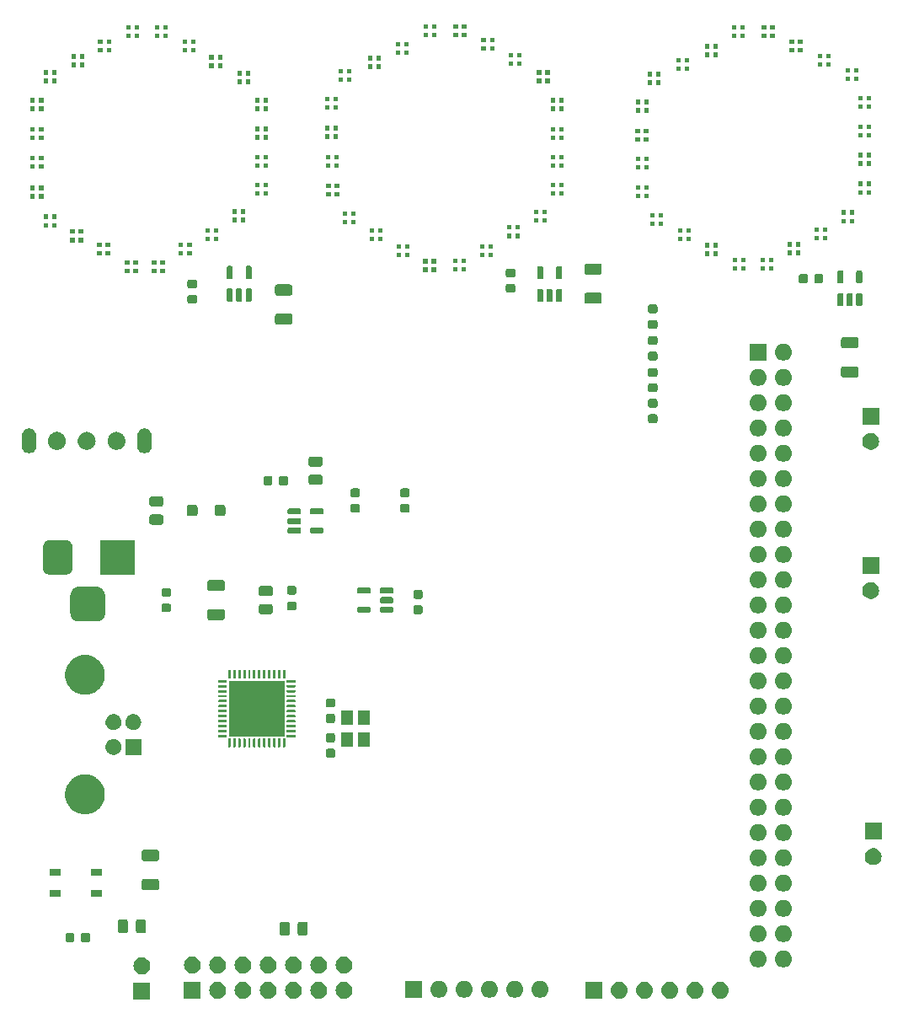
<source format=gbr>
%TF.GenerationSoftware,KiCad,Pcbnew,8.0.4*%
%TF.CreationDate,2024-08-28T17:44:22-07:00*%
%TF.ProjectId,GalaxySparkles,47616c61-7879-4537-9061-726b6c65732e,rev?*%
%TF.SameCoordinates,Original*%
%TF.FileFunction,Soldermask,Top*%
%TF.FilePolarity,Negative*%
%FSLAX46Y46*%
G04 Gerber Fmt 4.6, Leading zero omitted, Abs format (unit mm)*
G04 Created by KiCad (PCBNEW 8.0.4) date 2024-08-28 17:44:22*
%MOMM*%
%LPD*%
G01*
G04 APERTURE LIST*
G04 APERTURE END LIST*
G36*
X154600000Y-152625001D02*
G01*
X152900000Y-152625001D01*
X152900000Y-150925001D01*
X154600000Y-150925001D01*
X154600000Y-152625001D01*
G37*
G36*
X159670000Y-152540000D02*
G01*
X157970000Y-152540000D01*
X157970000Y-150840000D01*
X159670000Y-150840000D01*
X159670000Y-152540000D01*
G37*
G36*
X200050000Y-152540000D02*
G01*
X198350000Y-152540000D01*
X198350000Y-150840000D01*
X200050000Y-150840000D01*
X200050000Y-152540000D01*
G37*
G36*
X161622664Y-150881602D02*
G01*
X161785000Y-150953878D01*
X161928761Y-151058327D01*
X162047664Y-151190383D01*
X162136514Y-151344274D01*
X162191425Y-151513275D01*
X162210000Y-151690000D01*
X162191425Y-151866725D01*
X162136514Y-152035726D01*
X162047664Y-152189617D01*
X161928761Y-152321673D01*
X161785000Y-152426122D01*
X161622664Y-152498398D01*
X161448849Y-152535344D01*
X161271151Y-152535344D01*
X161097336Y-152498398D01*
X160935000Y-152426122D01*
X160791239Y-152321673D01*
X160672336Y-152189617D01*
X160583486Y-152035726D01*
X160528575Y-151866725D01*
X160510000Y-151690000D01*
X160528575Y-151513275D01*
X160583486Y-151344274D01*
X160672336Y-151190383D01*
X160791239Y-151058327D01*
X160935000Y-150953878D01*
X161097336Y-150881602D01*
X161271151Y-150844656D01*
X161448849Y-150844656D01*
X161622664Y-150881602D01*
G37*
G36*
X164162664Y-150881602D02*
G01*
X164325000Y-150953878D01*
X164468761Y-151058327D01*
X164587664Y-151190383D01*
X164676514Y-151344274D01*
X164731425Y-151513275D01*
X164750000Y-151690000D01*
X164731425Y-151866725D01*
X164676514Y-152035726D01*
X164587664Y-152189617D01*
X164468761Y-152321673D01*
X164325000Y-152426122D01*
X164162664Y-152498398D01*
X163988849Y-152535344D01*
X163811151Y-152535344D01*
X163637336Y-152498398D01*
X163475000Y-152426122D01*
X163331239Y-152321673D01*
X163212336Y-152189617D01*
X163123486Y-152035726D01*
X163068575Y-151866725D01*
X163050000Y-151690000D01*
X163068575Y-151513275D01*
X163123486Y-151344274D01*
X163212336Y-151190383D01*
X163331239Y-151058327D01*
X163475000Y-150953878D01*
X163637336Y-150881602D01*
X163811151Y-150844656D01*
X163988849Y-150844656D01*
X164162664Y-150881602D01*
G37*
G36*
X166702664Y-150881602D02*
G01*
X166865000Y-150953878D01*
X167008761Y-151058327D01*
X167127664Y-151190383D01*
X167216514Y-151344274D01*
X167271425Y-151513275D01*
X167290000Y-151690000D01*
X167271425Y-151866725D01*
X167216514Y-152035726D01*
X167127664Y-152189617D01*
X167008761Y-152321673D01*
X166865000Y-152426122D01*
X166702664Y-152498398D01*
X166528849Y-152535344D01*
X166351151Y-152535344D01*
X166177336Y-152498398D01*
X166015000Y-152426122D01*
X165871239Y-152321673D01*
X165752336Y-152189617D01*
X165663486Y-152035726D01*
X165608575Y-151866725D01*
X165590000Y-151690000D01*
X165608575Y-151513275D01*
X165663486Y-151344274D01*
X165752336Y-151190383D01*
X165871239Y-151058327D01*
X166015000Y-150953878D01*
X166177336Y-150881602D01*
X166351151Y-150844656D01*
X166528849Y-150844656D01*
X166702664Y-150881602D01*
G37*
G36*
X169242664Y-150881602D02*
G01*
X169405000Y-150953878D01*
X169548761Y-151058327D01*
X169667664Y-151190383D01*
X169756514Y-151344274D01*
X169811425Y-151513275D01*
X169830000Y-151690000D01*
X169811425Y-151866725D01*
X169756514Y-152035726D01*
X169667664Y-152189617D01*
X169548761Y-152321673D01*
X169405000Y-152426122D01*
X169242664Y-152498398D01*
X169068849Y-152535344D01*
X168891151Y-152535344D01*
X168717336Y-152498398D01*
X168555000Y-152426122D01*
X168411239Y-152321673D01*
X168292336Y-152189617D01*
X168203486Y-152035726D01*
X168148575Y-151866725D01*
X168130000Y-151690000D01*
X168148575Y-151513275D01*
X168203486Y-151344274D01*
X168292336Y-151190383D01*
X168411239Y-151058327D01*
X168555000Y-150953878D01*
X168717336Y-150881602D01*
X168891151Y-150844656D01*
X169068849Y-150844656D01*
X169242664Y-150881602D01*
G37*
G36*
X171782664Y-150881602D02*
G01*
X171945000Y-150953878D01*
X172088761Y-151058327D01*
X172207664Y-151190383D01*
X172296514Y-151344274D01*
X172351425Y-151513275D01*
X172370000Y-151690000D01*
X172351425Y-151866725D01*
X172296514Y-152035726D01*
X172207664Y-152189617D01*
X172088761Y-152321673D01*
X171945000Y-152426122D01*
X171782664Y-152498398D01*
X171608849Y-152535344D01*
X171431151Y-152535344D01*
X171257336Y-152498398D01*
X171095000Y-152426122D01*
X170951239Y-152321673D01*
X170832336Y-152189617D01*
X170743486Y-152035726D01*
X170688575Y-151866725D01*
X170670000Y-151690000D01*
X170688575Y-151513275D01*
X170743486Y-151344274D01*
X170832336Y-151190383D01*
X170951239Y-151058327D01*
X171095000Y-150953878D01*
X171257336Y-150881602D01*
X171431151Y-150844656D01*
X171608849Y-150844656D01*
X171782664Y-150881602D01*
G37*
G36*
X174322664Y-150881602D02*
G01*
X174485000Y-150953878D01*
X174628761Y-151058327D01*
X174747664Y-151190383D01*
X174836514Y-151344274D01*
X174891425Y-151513275D01*
X174910000Y-151690000D01*
X174891425Y-151866725D01*
X174836514Y-152035726D01*
X174747664Y-152189617D01*
X174628761Y-152321673D01*
X174485000Y-152426122D01*
X174322664Y-152498398D01*
X174148849Y-152535344D01*
X173971151Y-152535344D01*
X173797336Y-152498398D01*
X173635000Y-152426122D01*
X173491239Y-152321673D01*
X173372336Y-152189617D01*
X173283486Y-152035726D01*
X173228575Y-151866725D01*
X173210000Y-151690000D01*
X173228575Y-151513275D01*
X173283486Y-151344274D01*
X173372336Y-151190383D01*
X173491239Y-151058327D01*
X173635000Y-150953878D01*
X173797336Y-150881602D01*
X173971151Y-150844656D01*
X174148849Y-150844656D01*
X174322664Y-150881602D01*
G37*
G36*
X202002664Y-150881602D02*
G01*
X202165000Y-150953878D01*
X202308761Y-151058327D01*
X202427664Y-151190383D01*
X202516514Y-151344274D01*
X202571425Y-151513275D01*
X202590000Y-151690000D01*
X202571425Y-151866725D01*
X202516514Y-152035726D01*
X202427664Y-152189617D01*
X202308761Y-152321673D01*
X202165000Y-152426122D01*
X202002664Y-152498398D01*
X201828849Y-152535344D01*
X201651151Y-152535344D01*
X201477336Y-152498398D01*
X201315000Y-152426122D01*
X201171239Y-152321673D01*
X201052336Y-152189617D01*
X200963486Y-152035726D01*
X200908575Y-151866725D01*
X200890000Y-151690000D01*
X200908575Y-151513275D01*
X200963486Y-151344274D01*
X201052336Y-151190383D01*
X201171239Y-151058327D01*
X201315000Y-150953878D01*
X201477336Y-150881602D01*
X201651151Y-150844656D01*
X201828849Y-150844656D01*
X202002664Y-150881602D01*
G37*
G36*
X204542664Y-150881602D02*
G01*
X204705000Y-150953878D01*
X204848761Y-151058327D01*
X204967664Y-151190383D01*
X205056514Y-151344274D01*
X205111425Y-151513275D01*
X205130000Y-151690000D01*
X205111425Y-151866725D01*
X205056514Y-152035726D01*
X204967664Y-152189617D01*
X204848761Y-152321673D01*
X204705000Y-152426122D01*
X204542664Y-152498398D01*
X204368849Y-152535344D01*
X204191151Y-152535344D01*
X204017336Y-152498398D01*
X203855000Y-152426122D01*
X203711239Y-152321673D01*
X203592336Y-152189617D01*
X203503486Y-152035726D01*
X203448575Y-151866725D01*
X203430000Y-151690000D01*
X203448575Y-151513275D01*
X203503486Y-151344274D01*
X203592336Y-151190383D01*
X203711239Y-151058327D01*
X203855000Y-150953878D01*
X204017336Y-150881602D01*
X204191151Y-150844656D01*
X204368849Y-150844656D01*
X204542664Y-150881602D01*
G37*
G36*
X207082664Y-150881602D02*
G01*
X207245000Y-150953878D01*
X207388761Y-151058327D01*
X207507664Y-151190383D01*
X207596514Y-151344274D01*
X207651425Y-151513275D01*
X207670000Y-151690000D01*
X207651425Y-151866725D01*
X207596514Y-152035726D01*
X207507664Y-152189617D01*
X207388761Y-152321673D01*
X207245000Y-152426122D01*
X207082664Y-152498398D01*
X206908849Y-152535344D01*
X206731151Y-152535344D01*
X206557336Y-152498398D01*
X206395000Y-152426122D01*
X206251239Y-152321673D01*
X206132336Y-152189617D01*
X206043486Y-152035726D01*
X205988575Y-151866725D01*
X205970000Y-151690000D01*
X205988575Y-151513275D01*
X206043486Y-151344274D01*
X206132336Y-151190383D01*
X206251239Y-151058327D01*
X206395000Y-150953878D01*
X206557336Y-150881602D01*
X206731151Y-150844656D01*
X206908849Y-150844656D01*
X207082664Y-150881602D01*
G37*
G36*
X209622664Y-150881602D02*
G01*
X209785000Y-150953878D01*
X209928761Y-151058327D01*
X210047664Y-151190383D01*
X210136514Y-151344274D01*
X210191425Y-151513275D01*
X210210000Y-151690000D01*
X210191425Y-151866725D01*
X210136514Y-152035726D01*
X210047664Y-152189617D01*
X209928761Y-152321673D01*
X209785000Y-152426122D01*
X209622664Y-152498398D01*
X209448849Y-152535344D01*
X209271151Y-152535344D01*
X209097336Y-152498398D01*
X208935000Y-152426122D01*
X208791239Y-152321673D01*
X208672336Y-152189617D01*
X208583486Y-152035726D01*
X208528575Y-151866725D01*
X208510000Y-151690000D01*
X208528575Y-151513275D01*
X208583486Y-151344274D01*
X208672336Y-151190383D01*
X208791239Y-151058327D01*
X208935000Y-150953878D01*
X209097336Y-150881602D01*
X209271151Y-150844656D01*
X209448849Y-150844656D01*
X209622664Y-150881602D01*
G37*
G36*
X212162664Y-150881602D02*
G01*
X212325000Y-150953878D01*
X212468761Y-151058327D01*
X212587664Y-151190383D01*
X212676514Y-151344274D01*
X212731425Y-151513275D01*
X212750000Y-151690000D01*
X212731425Y-151866725D01*
X212676514Y-152035726D01*
X212587664Y-152189617D01*
X212468761Y-152321673D01*
X212325000Y-152426122D01*
X212162664Y-152498398D01*
X211988849Y-152535344D01*
X211811151Y-152535344D01*
X211637336Y-152498398D01*
X211475000Y-152426122D01*
X211331239Y-152321673D01*
X211212336Y-152189617D01*
X211123486Y-152035726D01*
X211068575Y-151866725D01*
X211050000Y-151690000D01*
X211068575Y-151513275D01*
X211123486Y-151344274D01*
X211212336Y-151190383D01*
X211331239Y-151058327D01*
X211475000Y-150953878D01*
X211637336Y-150881602D01*
X211811151Y-150844656D01*
X211988849Y-150844656D01*
X212162664Y-150881602D01*
G37*
G36*
X181920000Y-152440000D02*
G01*
X180220000Y-152440000D01*
X180220000Y-150740000D01*
X181920000Y-150740000D01*
X181920000Y-152440000D01*
G37*
G36*
X183872664Y-150781602D02*
G01*
X184035000Y-150853878D01*
X184178761Y-150958327D01*
X184297664Y-151090383D01*
X184386514Y-151244274D01*
X184441425Y-151413275D01*
X184460000Y-151590000D01*
X184441425Y-151766725D01*
X184386514Y-151935726D01*
X184297664Y-152089617D01*
X184178761Y-152221673D01*
X184035000Y-152326122D01*
X183872664Y-152398398D01*
X183698849Y-152435344D01*
X183521151Y-152435344D01*
X183347336Y-152398398D01*
X183185000Y-152326122D01*
X183041239Y-152221673D01*
X182922336Y-152089617D01*
X182833486Y-151935726D01*
X182778575Y-151766725D01*
X182760000Y-151590000D01*
X182778575Y-151413275D01*
X182833486Y-151244274D01*
X182922336Y-151090383D01*
X183041239Y-150958327D01*
X183185000Y-150853878D01*
X183347336Y-150781602D01*
X183521151Y-150744656D01*
X183698849Y-150744656D01*
X183872664Y-150781602D01*
G37*
G36*
X186412664Y-150781602D02*
G01*
X186575000Y-150853878D01*
X186718761Y-150958327D01*
X186837664Y-151090383D01*
X186926514Y-151244274D01*
X186981425Y-151413275D01*
X187000000Y-151590000D01*
X186981425Y-151766725D01*
X186926514Y-151935726D01*
X186837664Y-152089617D01*
X186718761Y-152221673D01*
X186575000Y-152326122D01*
X186412664Y-152398398D01*
X186238849Y-152435344D01*
X186061151Y-152435344D01*
X185887336Y-152398398D01*
X185725000Y-152326122D01*
X185581239Y-152221673D01*
X185462336Y-152089617D01*
X185373486Y-151935726D01*
X185318575Y-151766725D01*
X185300000Y-151590000D01*
X185318575Y-151413275D01*
X185373486Y-151244274D01*
X185462336Y-151090383D01*
X185581239Y-150958327D01*
X185725000Y-150853878D01*
X185887336Y-150781602D01*
X186061151Y-150744656D01*
X186238849Y-150744656D01*
X186412664Y-150781602D01*
G37*
G36*
X188952664Y-150781602D02*
G01*
X189115000Y-150853878D01*
X189258761Y-150958327D01*
X189377664Y-151090383D01*
X189466514Y-151244274D01*
X189521425Y-151413275D01*
X189540000Y-151590000D01*
X189521425Y-151766725D01*
X189466514Y-151935726D01*
X189377664Y-152089617D01*
X189258761Y-152221673D01*
X189115000Y-152326122D01*
X188952664Y-152398398D01*
X188778849Y-152435344D01*
X188601151Y-152435344D01*
X188427336Y-152398398D01*
X188265000Y-152326122D01*
X188121239Y-152221673D01*
X188002336Y-152089617D01*
X187913486Y-151935726D01*
X187858575Y-151766725D01*
X187840000Y-151590000D01*
X187858575Y-151413275D01*
X187913486Y-151244274D01*
X188002336Y-151090383D01*
X188121239Y-150958327D01*
X188265000Y-150853878D01*
X188427336Y-150781602D01*
X188601151Y-150744656D01*
X188778849Y-150744656D01*
X188952664Y-150781602D01*
G37*
G36*
X191492664Y-150781602D02*
G01*
X191655000Y-150853878D01*
X191798761Y-150958327D01*
X191917664Y-151090383D01*
X192006514Y-151244274D01*
X192061425Y-151413275D01*
X192080000Y-151590000D01*
X192061425Y-151766725D01*
X192006514Y-151935726D01*
X191917664Y-152089617D01*
X191798761Y-152221673D01*
X191655000Y-152326122D01*
X191492664Y-152398398D01*
X191318849Y-152435344D01*
X191141151Y-152435344D01*
X190967336Y-152398398D01*
X190805000Y-152326122D01*
X190661239Y-152221673D01*
X190542336Y-152089617D01*
X190453486Y-151935726D01*
X190398575Y-151766725D01*
X190380000Y-151590000D01*
X190398575Y-151413275D01*
X190453486Y-151244274D01*
X190542336Y-151090383D01*
X190661239Y-150958327D01*
X190805000Y-150853878D01*
X190967336Y-150781602D01*
X191141151Y-150744656D01*
X191318849Y-150744656D01*
X191492664Y-150781602D01*
G37*
G36*
X194032664Y-150781602D02*
G01*
X194195000Y-150853878D01*
X194338761Y-150958327D01*
X194457664Y-151090383D01*
X194546514Y-151244274D01*
X194601425Y-151413275D01*
X194620000Y-151590000D01*
X194601425Y-151766725D01*
X194546514Y-151935726D01*
X194457664Y-152089617D01*
X194338761Y-152221673D01*
X194195000Y-152326122D01*
X194032664Y-152398398D01*
X193858849Y-152435344D01*
X193681151Y-152435344D01*
X193507336Y-152398398D01*
X193345000Y-152326122D01*
X193201239Y-152221673D01*
X193082336Y-152089617D01*
X192993486Y-151935726D01*
X192938575Y-151766725D01*
X192920000Y-151590000D01*
X192938575Y-151413275D01*
X192993486Y-151244274D01*
X193082336Y-151090383D01*
X193201239Y-150958327D01*
X193345000Y-150853878D01*
X193507336Y-150781602D01*
X193681151Y-150744656D01*
X193858849Y-150744656D01*
X194032664Y-150781602D01*
G37*
G36*
X154012664Y-148426603D02*
G01*
X154175000Y-148498879D01*
X154318761Y-148603328D01*
X154437664Y-148735384D01*
X154526514Y-148889275D01*
X154581425Y-149058276D01*
X154600000Y-149235001D01*
X154581425Y-149411726D01*
X154526514Y-149580727D01*
X154437664Y-149734618D01*
X154318761Y-149866674D01*
X154175000Y-149971123D01*
X154012664Y-150043399D01*
X153838849Y-150080345D01*
X153661151Y-150080345D01*
X153487336Y-150043399D01*
X153325000Y-149971123D01*
X153181239Y-149866674D01*
X153062336Y-149734618D01*
X152973486Y-149580727D01*
X152918575Y-149411726D01*
X152900000Y-149235001D01*
X152918575Y-149058276D01*
X152973486Y-148889275D01*
X153062336Y-148735384D01*
X153181239Y-148603328D01*
X153325000Y-148498879D01*
X153487336Y-148426603D01*
X153661151Y-148389657D01*
X153838849Y-148389657D01*
X154012664Y-148426603D01*
G37*
G36*
X159082664Y-148341602D02*
G01*
X159245000Y-148413878D01*
X159388761Y-148518327D01*
X159507664Y-148650383D01*
X159596514Y-148804274D01*
X159651425Y-148973275D01*
X159670000Y-149150000D01*
X159651425Y-149326725D01*
X159596514Y-149495726D01*
X159507664Y-149649617D01*
X159388761Y-149781673D01*
X159245000Y-149886122D01*
X159082664Y-149958398D01*
X158908849Y-149995344D01*
X158731151Y-149995344D01*
X158557336Y-149958398D01*
X158395000Y-149886122D01*
X158251239Y-149781673D01*
X158132336Y-149649617D01*
X158043486Y-149495726D01*
X157988575Y-149326725D01*
X157970000Y-149150000D01*
X157988575Y-148973275D01*
X158043486Y-148804274D01*
X158132336Y-148650383D01*
X158251239Y-148518327D01*
X158395000Y-148413878D01*
X158557336Y-148341602D01*
X158731151Y-148304656D01*
X158908849Y-148304656D01*
X159082664Y-148341602D01*
G37*
G36*
X161622664Y-148341602D02*
G01*
X161785000Y-148413878D01*
X161928761Y-148518327D01*
X162047664Y-148650383D01*
X162136514Y-148804274D01*
X162191425Y-148973275D01*
X162210000Y-149150000D01*
X162191425Y-149326725D01*
X162136514Y-149495726D01*
X162047664Y-149649617D01*
X161928761Y-149781673D01*
X161785000Y-149886122D01*
X161622664Y-149958398D01*
X161448849Y-149995344D01*
X161271151Y-149995344D01*
X161097336Y-149958398D01*
X160935000Y-149886122D01*
X160791239Y-149781673D01*
X160672336Y-149649617D01*
X160583486Y-149495726D01*
X160528575Y-149326725D01*
X160510000Y-149150000D01*
X160528575Y-148973275D01*
X160583486Y-148804274D01*
X160672336Y-148650383D01*
X160791239Y-148518327D01*
X160935000Y-148413878D01*
X161097336Y-148341602D01*
X161271151Y-148304656D01*
X161448849Y-148304656D01*
X161622664Y-148341602D01*
G37*
G36*
X164162664Y-148341602D02*
G01*
X164325000Y-148413878D01*
X164468761Y-148518327D01*
X164587664Y-148650383D01*
X164676514Y-148804274D01*
X164731425Y-148973275D01*
X164750000Y-149150000D01*
X164731425Y-149326725D01*
X164676514Y-149495726D01*
X164587664Y-149649617D01*
X164468761Y-149781673D01*
X164325000Y-149886122D01*
X164162664Y-149958398D01*
X163988849Y-149995344D01*
X163811151Y-149995344D01*
X163637336Y-149958398D01*
X163475000Y-149886122D01*
X163331239Y-149781673D01*
X163212336Y-149649617D01*
X163123486Y-149495726D01*
X163068575Y-149326725D01*
X163050000Y-149150000D01*
X163068575Y-148973275D01*
X163123486Y-148804274D01*
X163212336Y-148650383D01*
X163331239Y-148518327D01*
X163475000Y-148413878D01*
X163637336Y-148341602D01*
X163811151Y-148304656D01*
X163988849Y-148304656D01*
X164162664Y-148341602D01*
G37*
G36*
X166702664Y-148341602D02*
G01*
X166865000Y-148413878D01*
X167008761Y-148518327D01*
X167127664Y-148650383D01*
X167216514Y-148804274D01*
X167271425Y-148973275D01*
X167290000Y-149150000D01*
X167271425Y-149326725D01*
X167216514Y-149495726D01*
X167127664Y-149649617D01*
X167008761Y-149781673D01*
X166865000Y-149886122D01*
X166702664Y-149958398D01*
X166528849Y-149995344D01*
X166351151Y-149995344D01*
X166177336Y-149958398D01*
X166015000Y-149886122D01*
X165871239Y-149781673D01*
X165752336Y-149649617D01*
X165663486Y-149495726D01*
X165608575Y-149326725D01*
X165590000Y-149150000D01*
X165608575Y-148973275D01*
X165663486Y-148804274D01*
X165752336Y-148650383D01*
X165871239Y-148518327D01*
X166015000Y-148413878D01*
X166177336Y-148341602D01*
X166351151Y-148304656D01*
X166528849Y-148304656D01*
X166702664Y-148341602D01*
G37*
G36*
X169242664Y-148341602D02*
G01*
X169405000Y-148413878D01*
X169548761Y-148518327D01*
X169667664Y-148650383D01*
X169756514Y-148804274D01*
X169811425Y-148973275D01*
X169830000Y-149150000D01*
X169811425Y-149326725D01*
X169756514Y-149495726D01*
X169667664Y-149649617D01*
X169548761Y-149781673D01*
X169405000Y-149886122D01*
X169242664Y-149958398D01*
X169068849Y-149995344D01*
X168891151Y-149995344D01*
X168717336Y-149958398D01*
X168555000Y-149886122D01*
X168411239Y-149781673D01*
X168292336Y-149649617D01*
X168203486Y-149495726D01*
X168148575Y-149326725D01*
X168130000Y-149150000D01*
X168148575Y-148973275D01*
X168203486Y-148804274D01*
X168292336Y-148650383D01*
X168411239Y-148518327D01*
X168555000Y-148413878D01*
X168717336Y-148341602D01*
X168891151Y-148304656D01*
X169068849Y-148304656D01*
X169242664Y-148341602D01*
G37*
G36*
X171782664Y-148341602D02*
G01*
X171945000Y-148413878D01*
X172088761Y-148518327D01*
X172207664Y-148650383D01*
X172296514Y-148804274D01*
X172351425Y-148973275D01*
X172370000Y-149150000D01*
X172351425Y-149326725D01*
X172296514Y-149495726D01*
X172207664Y-149649617D01*
X172088761Y-149781673D01*
X171945000Y-149886122D01*
X171782664Y-149958398D01*
X171608849Y-149995344D01*
X171431151Y-149995344D01*
X171257336Y-149958398D01*
X171095000Y-149886122D01*
X170951239Y-149781673D01*
X170832336Y-149649617D01*
X170743486Y-149495726D01*
X170688575Y-149326725D01*
X170670000Y-149150000D01*
X170688575Y-148973275D01*
X170743486Y-148804274D01*
X170832336Y-148650383D01*
X170951239Y-148518327D01*
X171095000Y-148413878D01*
X171257336Y-148341602D01*
X171431151Y-148304656D01*
X171608849Y-148304656D01*
X171782664Y-148341602D01*
G37*
G36*
X174322664Y-148341602D02*
G01*
X174485000Y-148413878D01*
X174628761Y-148518327D01*
X174747664Y-148650383D01*
X174836514Y-148804274D01*
X174891425Y-148973275D01*
X174910000Y-149150000D01*
X174891425Y-149326725D01*
X174836514Y-149495726D01*
X174747664Y-149649617D01*
X174628761Y-149781673D01*
X174485000Y-149886122D01*
X174322664Y-149958398D01*
X174148849Y-149995344D01*
X173971151Y-149995344D01*
X173797336Y-149958398D01*
X173635000Y-149886122D01*
X173491239Y-149781673D01*
X173372336Y-149649617D01*
X173283486Y-149495726D01*
X173228575Y-149326725D01*
X173210000Y-149150000D01*
X173228575Y-148973275D01*
X173283486Y-148804274D01*
X173372336Y-148650383D01*
X173491239Y-148518327D01*
X173635000Y-148413878D01*
X173797336Y-148341602D01*
X173971151Y-148304656D01*
X174148849Y-148304656D01*
X174322664Y-148341602D01*
G37*
G36*
X215962664Y-147741602D02*
G01*
X216125000Y-147813878D01*
X216268761Y-147918327D01*
X216387664Y-148050383D01*
X216476514Y-148204274D01*
X216531425Y-148373275D01*
X216550000Y-148550000D01*
X216531425Y-148726725D01*
X216476514Y-148895726D01*
X216387664Y-149049617D01*
X216268761Y-149181673D01*
X216125000Y-149286122D01*
X215962664Y-149358398D01*
X215788849Y-149395344D01*
X215611151Y-149395344D01*
X215437336Y-149358398D01*
X215275000Y-149286122D01*
X215131239Y-149181673D01*
X215012336Y-149049617D01*
X214923486Y-148895726D01*
X214868575Y-148726725D01*
X214850000Y-148550000D01*
X214868575Y-148373275D01*
X214923486Y-148204274D01*
X215012336Y-148050383D01*
X215131239Y-147918327D01*
X215275000Y-147813878D01*
X215437336Y-147741602D01*
X215611151Y-147704656D01*
X215788849Y-147704656D01*
X215962664Y-147741602D01*
G37*
G36*
X218502664Y-147741602D02*
G01*
X218665000Y-147813878D01*
X218808761Y-147918327D01*
X218927664Y-148050383D01*
X219016514Y-148204274D01*
X219071425Y-148373275D01*
X219090000Y-148550000D01*
X219071425Y-148726725D01*
X219016514Y-148895726D01*
X218927664Y-149049617D01*
X218808761Y-149181673D01*
X218665000Y-149286122D01*
X218502664Y-149358398D01*
X218328849Y-149395344D01*
X218151151Y-149395344D01*
X217977336Y-149358398D01*
X217815000Y-149286122D01*
X217671239Y-149181673D01*
X217552336Y-149049617D01*
X217463486Y-148895726D01*
X217408575Y-148726725D01*
X217390000Y-148550000D01*
X217408575Y-148373275D01*
X217463486Y-148204274D01*
X217552336Y-148050383D01*
X217671239Y-147918327D01*
X217815000Y-147813878D01*
X217977336Y-147741602D01*
X218151151Y-147704656D01*
X218328849Y-147704656D01*
X218502664Y-147741602D01*
G37*
G36*
X146754850Y-145915964D02*
G01*
X146799317Y-145921123D01*
X146814510Y-145927831D01*
X146836104Y-145932127D01*
X146859222Y-145947574D01*
X146876567Y-145955233D01*
X146888412Y-145967078D01*
X146909099Y-145980901D01*
X146922921Y-146001587D01*
X146934766Y-146013432D01*
X146942423Y-146030774D01*
X146957873Y-146053896D01*
X146962168Y-146075491D01*
X146968876Y-146090682D01*
X146974033Y-146135139D01*
X146975000Y-146140000D01*
X146975000Y-146640000D01*
X146974032Y-146644862D01*
X146968876Y-146689317D01*
X146962168Y-146704506D01*
X146957873Y-146726104D01*
X146942422Y-146749227D01*
X146934766Y-146766567D01*
X146922923Y-146778409D01*
X146909099Y-146799099D01*
X146888409Y-146812923D01*
X146876567Y-146824766D01*
X146859227Y-146832422D01*
X146836104Y-146847873D01*
X146814506Y-146852168D01*
X146799317Y-146858876D01*
X146754861Y-146864032D01*
X146750000Y-146865000D01*
X146300000Y-146865000D01*
X146295138Y-146864033D01*
X146250682Y-146858876D01*
X146235491Y-146852168D01*
X146213896Y-146847873D01*
X146190774Y-146832423D01*
X146173432Y-146824766D01*
X146161587Y-146812921D01*
X146140901Y-146799099D01*
X146127078Y-146778412D01*
X146115233Y-146766567D01*
X146107574Y-146749222D01*
X146092127Y-146726104D01*
X146087831Y-146704510D01*
X146081123Y-146689317D01*
X146075964Y-146644849D01*
X146075000Y-146640000D01*
X146075000Y-146140000D01*
X146075964Y-146135150D01*
X146081123Y-146090682D01*
X146087832Y-146075487D01*
X146092127Y-146053896D01*
X146107573Y-146030779D01*
X146115233Y-146013432D01*
X146127080Y-146001584D01*
X146140901Y-145980901D01*
X146161584Y-145967080D01*
X146173432Y-145955233D01*
X146190779Y-145947573D01*
X146213896Y-145932127D01*
X146235487Y-145927832D01*
X146250682Y-145921123D01*
X146295151Y-145915964D01*
X146300000Y-145915000D01*
X146750000Y-145915000D01*
X146754850Y-145915964D01*
G37*
G36*
X148304850Y-145915964D02*
G01*
X148349317Y-145921123D01*
X148364510Y-145927831D01*
X148386104Y-145932127D01*
X148409222Y-145947574D01*
X148426567Y-145955233D01*
X148438412Y-145967078D01*
X148459099Y-145980901D01*
X148472921Y-146001587D01*
X148484766Y-146013432D01*
X148492423Y-146030774D01*
X148507873Y-146053896D01*
X148512168Y-146075491D01*
X148518876Y-146090682D01*
X148524033Y-146135139D01*
X148525000Y-146140000D01*
X148525000Y-146640000D01*
X148524032Y-146644862D01*
X148518876Y-146689317D01*
X148512168Y-146704506D01*
X148507873Y-146726104D01*
X148492422Y-146749227D01*
X148484766Y-146766567D01*
X148472923Y-146778409D01*
X148459099Y-146799099D01*
X148438409Y-146812923D01*
X148426567Y-146824766D01*
X148409227Y-146832422D01*
X148386104Y-146847873D01*
X148364506Y-146852168D01*
X148349317Y-146858876D01*
X148304861Y-146864032D01*
X148300000Y-146865000D01*
X147850000Y-146865000D01*
X147845138Y-146864033D01*
X147800682Y-146858876D01*
X147785491Y-146852168D01*
X147763896Y-146847873D01*
X147740774Y-146832423D01*
X147723432Y-146824766D01*
X147711587Y-146812921D01*
X147690901Y-146799099D01*
X147677078Y-146778412D01*
X147665233Y-146766567D01*
X147657574Y-146749222D01*
X147642127Y-146726104D01*
X147637831Y-146704510D01*
X147631123Y-146689317D01*
X147625964Y-146644849D01*
X147625000Y-146640000D01*
X147625000Y-146140000D01*
X147625964Y-146135150D01*
X147631123Y-146090682D01*
X147637832Y-146075487D01*
X147642127Y-146053896D01*
X147657573Y-146030779D01*
X147665233Y-146013432D01*
X147677080Y-146001584D01*
X147690901Y-145980901D01*
X147711584Y-145967080D01*
X147723432Y-145955233D01*
X147740779Y-145947573D01*
X147763896Y-145932127D01*
X147785487Y-145927832D01*
X147800682Y-145921123D01*
X147845151Y-145915964D01*
X147850000Y-145915000D01*
X148300000Y-145915000D01*
X148304850Y-145915964D01*
G37*
G36*
X215962664Y-145201602D02*
G01*
X216125000Y-145273878D01*
X216268761Y-145378327D01*
X216387664Y-145510383D01*
X216476514Y-145664274D01*
X216531425Y-145833275D01*
X216550000Y-146010000D01*
X216531425Y-146186725D01*
X216476514Y-146355726D01*
X216387664Y-146509617D01*
X216268761Y-146641673D01*
X216125000Y-146746122D01*
X215962664Y-146818398D01*
X215788849Y-146855344D01*
X215611151Y-146855344D01*
X215437336Y-146818398D01*
X215275000Y-146746122D01*
X215131239Y-146641673D01*
X215012336Y-146509617D01*
X214923486Y-146355726D01*
X214868575Y-146186725D01*
X214850000Y-146010000D01*
X214868575Y-145833275D01*
X214923486Y-145664274D01*
X215012336Y-145510383D01*
X215131239Y-145378327D01*
X215275000Y-145273878D01*
X215437336Y-145201602D01*
X215611151Y-145164656D01*
X215788849Y-145164656D01*
X215962664Y-145201602D01*
G37*
G36*
X218502664Y-145201602D02*
G01*
X218665000Y-145273878D01*
X218808761Y-145378327D01*
X218927664Y-145510383D01*
X219016514Y-145664274D01*
X219071425Y-145833275D01*
X219090000Y-146010000D01*
X219071425Y-146186725D01*
X219016514Y-146355726D01*
X218927664Y-146509617D01*
X218808761Y-146641673D01*
X218665000Y-146746122D01*
X218502664Y-146818398D01*
X218328849Y-146855344D01*
X218151151Y-146855344D01*
X217977336Y-146818398D01*
X217815000Y-146746122D01*
X217671239Y-146641673D01*
X217552336Y-146509617D01*
X217463486Y-146355726D01*
X217408575Y-146186725D01*
X217390000Y-146010000D01*
X217408575Y-145833275D01*
X217463486Y-145664274D01*
X217552336Y-145510383D01*
X217671239Y-145378327D01*
X217815000Y-145273878D01*
X217977336Y-145201602D01*
X218151151Y-145164656D01*
X218328849Y-145164656D01*
X218502664Y-145201602D01*
G37*
G36*
X168354850Y-144790964D02*
G01*
X168405040Y-144796787D01*
X168422189Y-144804359D01*
X168445671Y-144809030D01*
X168470810Y-144825827D01*
X168490696Y-144834608D01*
X168504277Y-144848189D01*
X168526777Y-144863223D01*
X168541810Y-144885722D01*
X168555391Y-144899303D01*
X168564170Y-144919186D01*
X168580970Y-144944329D01*
X168585641Y-144967812D01*
X168593212Y-144984959D01*
X168599033Y-145035139D01*
X168600000Y-145040000D01*
X168600000Y-145940000D01*
X168599032Y-145944863D01*
X168593212Y-145995040D01*
X168585641Y-146012185D01*
X168580970Y-146035671D01*
X168564169Y-146060815D01*
X168555391Y-146080696D01*
X168541812Y-146094274D01*
X168526777Y-146116777D01*
X168504274Y-146131812D01*
X168490696Y-146145391D01*
X168470815Y-146154169D01*
X168445671Y-146170970D01*
X168422185Y-146175641D01*
X168405040Y-146183212D01*
X168354861Y-146189032D01*
X168350000Y-146190000D01*
X167825000Y-146190000D01*
X167820138Y-146189032D01*
X167769959Y-146183212D01*
X167752812Y-146175641D01*
X167729329Y-146170970D01*
X167704186Y-146154170D01*
X167684303Y-146145391D01*
X167670722Y-146131810D01*
X167648223Y-146116777D01*
X167633189Y-146094277D01*
X167619608Y-146080696D01*
X167610827Y-146060810D01*
X167594030Y-146035671D01*
X167589359Y-146012189D01*
X167581787Y-145995040D01*
X167575964Y-145944849D01*
X167575000Y-145940000D01*
X167575000Y-145040000D01*
X167575964Y-145035150D01*
X167581787Y-144984959D01*
X167589359Y-144967808D01*
X167594030Y-144944329D01*
X167610826Y-144919191D01*
X167619608Y-144899303D01*
X167633191Y-144885719D01*
X167648223Y-144863223D01*
X167670719Y-144848191D01*
X167684303Y-144834608D01*
X167704191Y-144825826D01*
X167729329Y-144809030D01*
X167752808Y-144804359D01*
X167769959Y-144796787D01*
X167820151Y-144790964D01*
X167825000Y-144790000D01*
X168350000Y-144790000D01*
X168354850Y-144790964D01*
G37*
G36*
X170179850Y-144790964D02*
G01*
X170230040Y-144796787D01*
X170247189Y-144804359D01*
X170270671Y-144809030D01*
X170295810Y-144825827D01*
X170315696Y-144834608D01*
X170329277Y-144848189D01*
X170351777Y-144863223D01*
X170366810Y-144885722D01*
X170380391Y-144899303D01*
X170389170Y-144919186D01*
X170405970Y-144944329D01*
X170410641Y-144967812D01*
X170418212Y-144984959D01*
X170424033Y-145035139D01*
X170425000Y-145040000D01*
X170425000Y-145940000D01*
X170424032Y-145944863D01*
X170418212Y-145995040D01*
X170410641Y-146012185D01*
X170405970Y-146035671D01*
X170389169Y-146060815D01*
X170380391Y-146080696D01*
X170366812Y-146094274D01*
X170351777Y-146116777D01*
X170329274Y-146131812D01*
X170315696Y-146145391D01*
X170295815Y-146154169D01*
X170270671Y-146170970D01*
X170247185Y-146175641D01*
X170230040Y-146183212D01*
X170179861Y-146189032D01*
X170175000Y-146190000D01*
X169650000Y-146190000D01*
X169645138Y-146189032D01*
X169594959Y-146183212D01*
X169577812Y-146175641D01*
X169554329Y-146170970D01*
X169529186Y-146154170D01*
X169509303Y-146145391D01*
X169495722Y-146131810D01*
X169473223Y-146116777D01*
X169458189Y-146094277D01*
X169444608Y-146080696D01*
X169435827Y-146060810D01*
X169419030Y-146035671D01*
X169414359Y-146012189D01*
X169406787Y-145995040D01*
X169400964Y-145944849D01*
X169400000Y-145940000D01*
X169400000Y-145040000D01*
X169400964Y-145035150D01*
X169406787Y-144984959D01*
X169414359Y-144967808D01*
X169419030Y-144944329D01*
X169435826Y-144919191D01*
X169444608Y-144899303D01*
X169458191Y-144885719D01*
X169473223Y-144863223D01*
X169495719Y-144848191D01*
X169509303Y-144834608D01*
X169529191Y-144825826D01*
X169554329Y-144809030D01*
X169577808Y-144804359D01*
X169594959Y-144796787D01*
X169645151Y-144790964D01*
X169650000Y-144790000D01*
X170175000Y-144790000D01*
X170179850Y-144790964D01*
G37*
G36*
X152104850Y-144550964D02*
G01*
X152155040Y-144556787D01*
X152172189Y-144564359D01*
X152195671Y-144569030D01*
X152220810Y-144585827D01*
X152240696Y-144594608D01*
X152254277Y-144608189D01*
X152276777Y-144623223D01*
X152291810Y-144645722D01*
X152305391Y-144659303D01*
X152314170Y-144679186D01*
X152330970Y-144704329D01*
X152335641Y-144727812D01*
X152343212Y-144744959D01*
X152349033Y-144795139D01*
X152350000Y-144800000D01*
X152350000Y-145700000D01*
X152349032Y-145704863D01*
X152343212Y-145755040D01*
X152335641Y-145772185D01*
X152330970Y-145795671D01*
X152314169Y-145820815D01*
X152305391Y-145840696D01*
X152291812Y-145854274D01*
X152276777Y-145876777D01*
X152254274Y-145891812D01*
X152240696Y-145905391D01*
X152220815Y-145914169D01*
X152195671Y-145930970D01*
X152172185Y-145935641D01*
X152155040Y-145943212D01*
X152104861Y-145949032D01*
X152100000Y-145950000D01*
X151575000Y-145950000D01*
X151570138Y-145949032D01*
X151519959Y-145943212D01*
X151502812Y-145935641D01*
X151479329Y-145930970D01*
X151454186Y-145914170D01*
X151434303Y-145905391D01*
X151420722Y-145891810D01*
X151398223Y-145876777D01*
X151383189Y-145854277D01*
X151369608Y-145840696D01*
X151360827Y-145820810D01*
X151344030Y-145795671D01*
X151339359Y-145772189D01*
X151331787Y-145755040D01*
X151325964Y-145704849D01*
X151325000Y-145700000D01*
X151325000Y-144800000D01*
X151325964Y-144795150D01*
X151331787Y-144744959D01*
X151339359Y-144727808D01*
X151344030Y-144704329D01*
X151360826Y-144679191D01*
X151369608Y-144659303D01*
X151383191Y-144645719D01*
X151398223Y-144623223D01*
X151420719Y-144608191D01*
X151434303Y-144594608D01*
X151454191Y-144585826D01*
X151479329Y-144569030D01*
X151502808Y-144564359D01*
X151519959Y-144556787D01*
X151570151Y-144550964D01*
X151575000Y-144550000D01*
X152100000Y-144550000D01*
X152104850Y-144550964D01*
G37*
G36*
X153929850Y-144550964D02*
G01*
X153980040Y-144556787D01*
X153997189Y-144564359D01*
X154020671Y-144569030D01*
X154045810Y-144585827D01*
X154065696Y-144594608D01*
X154079277Y-144608189D01*
X154101777Y-144623223D01*
X154116810Y-144645722D01*
X154130391Y-144659303D01*
X154139170Y-144679186D01*
X154155970Y-144704329D01*
X154160641Y-144727812D01*
X154168212Y-144744959D01*
X154174033Y-144795139D01*
X154175000Y-144800000D01*
X154175000Y-145700000D01*
X154174032Y-145704863D01*
X154168212Y-145755040D01*
X154160641Y-145772185D01*
X154155970Y-145795671D01*
X154139169Y-145820815D01*
X154130391Y-145840696D01*
X154116812Y-145854274D01*
X154101777Y-145876777D01*
X154079274Y-145891812D01*
X154065696Y-145905391D01*
X154045815Y-145914169D01*
X154020671Y-145930970D01*
X153997185Y-145935641D01*
X153980040Y-145943212D01*
X153929861Y-145949032D01*
X153925000Y-145950000D01*
X153400000Y-145950000D01*
X153395138Y-145949032D01*
X153344959Y-145943212D01*
X153327812Y-145935641D01*
X153304329Y-145930970D01*
X153279186Y-145914170D01*
X153259303Y-145905391D01*
X153245722Y-145891810D01*
X153223223Y-145876777D01*
X153208189Y-145854277D01*
X153194608Y-145840696D01*
X153185827Y-145820810D01*
X153169030Y-145795671D01*
X153164359Y-145772189D01*
X153156787Y-145755040D01*
X153150964Y-145704849D01*
X153150000Y-145700000D01*
X153150000Y-144800000D01*
X153150964Y-144795150D01*
X153156787Y-144744959D01*
X153164359Y-144727808D01*
X153169030Y-144704329D01*
X153185826Y-144679191D01*
X153194608Y-144659303D01*
X153208191Y-144645719D01*
X153223223Y-144623223D01*
X153245719Y-144608191D01*
X153259303Y-144594608D01*
X153279191Y-144585826D01*
X153304329Y-144569030D01*
X153327808Y-144564359D01*
X153344959Y-144556787D01*
X153395151Y-144550964D01*
X153400000Y-144550000D01*
X153925000Y-144550000D01*
X153929850Y-144550964D01*
G37*
G36*
X215962664Y-142661602D02*
G01*
X216125000Y-142733878D01*
X216268761Y-142838327D01*
X216387664Y-142970383D01*
X216476514Y-143124274D01*
X216531425Y-143293275D01*
X216550000Y-143470000D01*
X216531425Y-143646725D01*
X216476514Y-143815726D01*
X216387664Y-143969617D01*
X216268761Y-144101673D01*
X216125000Y-144206122D01*
X215962664Y-144278398D01*
X215788849Y-144315344D01*
X215611151Y-144315344D01*
X215437336Y-144278398D01*
X215275000Y-144206122D01*
X215131239Y-144101673D01*
X215012336Y-143969617D01*
X214923486Y-143815726D01*
X214868575Y-143646725D01*
X214850000Y-143470000D01*
X214868575Y-143293275D01*
X214923486Y-143124274D01*
X215012336Y-142970383D01*
X215131239Y-142838327D01*
X215275000Y-142733878D01*
X215437336Y-142661602D01*
X215611151Y-142624656D01*
X215788849Y-142624656D01*
X215962664Y-142661602D01*
G37*
G36*
X218502664Y-142661602D02*
G01*
X218665000Y-142733878D01*
X218808761Y-142838327D01*
X218927664Y-142970383D01*
X219016514Y-143124274D01*
X219071425Y-143293275D01*
X219090000Y-143470000D01*
X219071425Y-143646725D01*
X219016514Y-143815726D01*
X218927664Y-143969617D01*
X218808761Y-144101673D01*
X218665000Y-144206122D01*
X218502664Y-144278398D01*
X218328849Y-144315344D01*
X218151151Y-144315344D01*
X217977336Y-144278398D01*
X217815000Y-144206122D01*
X217671239Y-144101673D01*
X217552336Y-143969617D01*
X217463486Y-143815726D01*
X217408575Y-143646725D01*
X217390000Y-143470000D01*
X217408575Y-143293275D01*
X217463486Y-143124274D01*
X217552336Y-142970383D01*
X217671239Y-142838327D01*
X217815000Y-142733878D01*
X217977336Y-142661602D01*
X218151151Y-142624656D01*
X218328849Y-142624656D01*
X218502664Y-142661602D01*
G37*
G36*
X145550000Y-142290000D02*
G01*
X144500000Y-142290000D01*
X144500000Y-141640000D01*
X145550000Y-141640000D01*
X145550000Y-142290000D01*
G37*
G36*
X149700000Y-142290000D02*
G01*
X148650000Y-142290000D01*
X148650000Y-141640000D01*
X149700000Y-141640000D01*
X149700000Y-142290000D01*
G37*
G36*
X215962664Y-140121602D02*
G01*
X216125000Y-140193878D01*
X216268761Y-140298327D01*
X216387664Y-140430383D01*
X216476514Y-140584274D01*
X216531425Y-140753275D01*
X216550000Y-140930000D01*
X216531425Y-141106725D01*
X216476514Y-141275726D01*
X216387664Y-141429617D01*
X216268761Y-141561673D01*
X216125000Y-141666122D01*
X215962664Y-141738398D01*
X215788849Y-141775344D01*
X215611151Y-141775344D01*
X215437336Y-141738398D01*
X215275000Y-141666122D01*
X215131239Y-141561673D01*
X215012336Y-141429617D01*
X214923486Y-141275726D01*
X214868575Y-141106725D01*
X214850000Y-140930000D01*
X214868575Y-140753275D01*
X214923486Y-140584274D01*
X215012336Y-140430383D01*
X215131239Y-140298327D01*
X215275000Y-140193878D01*
X215437336Y-140121602D01*
X215611151Y-140084656D01*
X215788849Y-140084656D01*
X215962664Y-140121602D01*
G37*
G36*
X218502664Y-140121602D02*
G01*
X218665000Y-140193878D01*
X218808761Y-140298327D01*
X218927664Y-140430383D01*
X219016514Y-140584274D01*
X219071425Y-140753275D01*
X219090000Y-140930000D01*
X219071425Y-141106725D01*
X219016514Y-141275726D01*
X218927664Y-141429617D01*
X218808761Y-141561673D01*
X218665000Y-141666122D01*
X218502664Y-141738398D01*
X218328849Y-141775344D01*
X218151151Y-141775344D01*
X217977336Y-141738398D01*
X217815000Y-141666122D01*
X217671239Y-141561673D01*
X217552336Y-141429617D01*
X217463486Y-141275726D01*
X217408575Y-141106725D01*
X217390000Y-140930000D01*
X217408575Y-140753275D01*
X217463486Y-140584274D01*
X217552336Y-140430383D01*
X217671239Y-140298327D01*
X217815000Y-140193878D01*
X217977336Y-140121602D01*
X218151151Y-140084656D01*
X218328849Y-140084656D01*
X218502664Y-140121602D01*
G37*
G36*
X155229850Y-140500964D02*
G01*
X155280040Y-140506787D01*
X155297189Y-140514359D01*
X155320671Y-140519030D01*
X155345810Y-140535827D01*
X155365696Y-140544608D01*
X155379277Y-140558189D01*
X155401777Y-140573223D01*
X155416810Y-140595722D01*
X155430391Y-140609303D01*
X155439170Y-140629186D01*
X155455970Y-140654329D01*
X155460641Y-140677812D01*
X155468212Y-140694959D01*
X155474033Y-140745139D01*
X155475000Y-140750000D01*
X155475000Y-141375000D01*
X155474032Y-141379863D01*
X155468212Y-141430040D01*
X155460641Y-141447185D01*
X155455970Y-141470671D01*
X155439169Y-141495815D01*
X155430391Y-141515696D01*
X155416812Y-141529274D01*
X155401777Y-141551777D01*
X155379274Y-141566812D01*
X155365696Y-141580391D01*
X155345815Y-141589169D01*
X155320671Y-141605970D01*
X155297185Y-141610641D01*
X155280040Y-141618212D01*
X155229861Y-141624032D01*
X155225000Y-141625000D01*
X153975000Y-141625000D01*
X153970138Y-141624032D01*
X153919959Y-141618212D01*
X153902812Y-141610641D01*
X153879329Y-141605970D01*
X153854186Y-141589170D01*
X153834303Y-141580391D01*
X153820722Y-141566810D01*
X153798223Y-141551777D01*
X153783189Y-141529277D01*
X153769608Y-141515696D01*
X153760827Y-141495810D01*
X153744030Y-141470671D01*
X153739359Y-141447189D01*
X153731787Y-141430040D01*
X153725964Y-141379849D01*
X153725000Y-141375000D01*
X153725000Y-140750000D01*
X153725964Y-140745150D01*
X153731787Y-140694959D01*
X153739359Y-140677808D01*
X153744030Y-140654329D01*
X153760826Y-140629191D01*
X153769608Y-140609303D01*
X153783191Y-140595719D01*
X153798223Y-140573223D01*
X153820719Y-140558191D01*
X153834303Y-140544608D01*
X153854191Y-140535826D01*
X153879329Y-140519030D01*
X153902808Y-140514359D01*
X153919959Y-140506787D01*
X153970151Y-140500964D01*
X153975000Y-140500000D01*
X155225000Y-140500000D01*
X155229850Y-140500964D01*
G37*
G36*
X145550000Y-140140000D02*
G01*
X144500000Y-140140000D01*
X144500000Y-139490000D01*
X145550000Y-139490000D01*
X145550000Y-140140000D01*
G37*
G36*
X149700000Y-140140000D02*
G01*
X148650000Y-140140000D01*
X148650000Y-139490000D01*
X149700000Y-139490000D01*
X149700000Y-140140000D01*
G37*
G36*
X215962664Y-137581602D02*
G01*
X216125000Y-137653878D01*
X216268761Y-137758327D01*
X216387664Y-137890383D01*
X216476514Y-138044274D01*
X216531425Y-138213275D01*
X216550000Y-138390000D01*
X216531425Y-138566725D01*
X216476514Y-138735726D01*
X216387664Y-138889617D01*
X216268761Y-139021673D01*
X216125000Y-139126122D01*
X215962664Y-139198398D01*
X215788849Y-139235344D01*
X215611151Y-139235344D01*
X215437336Y-139198398D01*
X215275000Y-139126122D01*
X215131239Y-139021673D01*
X215012336Y-138889617D01*
X214923486Y-138735726D01*
X214868575Y-138566725D01*
X214850000Y-138390000D01*
X214868575Y-138213275D01*
X214923486Y-138044274D01*
X215012336Y-137890383D01*
X215131239Y-137758327D01*
X215275000Y-137653878D01*
X215437336Y-137581602D01*
X215611151Y-137544656D01*
X215788849Y-137544656D01*
X215962664Y-137581602D01*
G37*
G36*
X218502664Y-137581602D02*
G01*
X218665000Y-137653878D01*
X218808761Y-137758327D01*
X218927664Y-137890383D01*
X219016514Y-138044274D01*
X219071425Y-138213275D01*
X219090000Y-138390000D01*
X219071425Y-138566725D01*
X219016514Y-138735726D01*
X218927664Y-138889617D01*
X218808761Y-139021673D01*
X218665000Y-139126122D01*
X218502664Y-139198398D01*
X218328849Y-139235344D01*
X218151151Y-139235344D01*
X217977336Y-139198398D01*
X217815000Y-139126122D01*
X217671239Y-139021673D01*
X217552336Y-138889617D01*
X217463486Y-138735726D01*
X217408575Y-138566725D01*
X217390000Y-138390000D01*
X217408575Y-138213275D01*
X217463486Y-138044274D01*
X217552336Y-137890383D01*
X217671239Y-137758327D01*
X217815000Y-137653878D01*
X217977336Y-137581602D01*
X218151151Y-137544656D01*
X218328849Y-137544656D01*
X218502664Y-137581602D01*
G37*
G36*
X227512664Y-137456602D02*
G01*
X227675000Y-137528878D01*
X227818761Y-137633327D01*
X227937664Y-137765383D01*
X228026514Y-137919274D01*
X228081425Y-138088275D01*
X228100000Y-138265000D01*
X228081425Y-138441725D01*
X228026514Y-138610726D01*
X227937664Y-138764617D01*
X227818761Y-138896673D01*
X227675000Y-139001122D01*
X227512664Y-139073398D01*
X227338849Y-139110344D01*
X227161151Y-139110344D01*
X226987336Y-139073398D01*
X226825000Y-139001122D01*
X226681239Y-138896673D01*
X226562336Y-138764617D01*
X226473486Y-138610726D01*
X226418575Y-138441725D01*
X226400000Y-138265000D01*
X226418575Y-138088275D01*
X226473486Y-137919274D01*
X226562336Y-137765383D01*
X226681239Y-137633327D01*
X226825000Y-137528878D01*
X226987336Y-137456602D01*
X227161151Y-137419656D01*
X227338849Y-137419656D01*
X227512664Y-137456602D01*
G37*
G36*
X155229850Y-137575964D02*
G01*
X155280040Y-137581787D01*
X155297189Y-137589359D01*
X155320671Y-137594030D01*
X155345810Y-137610827D01*
X155365696Y-137619608D01*
X155379277Y-137633189D01*
X155401777Y-137648223D01*
X155416810Y-137670722D01*
X155430391Y-137684303D01*
X155439170Y-137704186D01*
X155455970Y-137729329D01*
X155460641Y-137752812D01*
X155468212Y-137769959D01*
X155474033Y-137820139D01*
X155475000Y-137825000D01*
X155475000Y-138450000D01*
X155474032Y-138454863D01*
X155468212Y-138505040D01*
X155460641Y-138522185D01*
X155455970Y-138545671D01*
X155439169Y-138570815D01*
X155430391Y-138590696D01*
X155416812Y-138604274D01*
X155401777Y-138626777D01*
X155379274Y-138641812D01*
X155365696Y-138655391D01*
X155345815Y-138664169D01*
X155320671Y-138680970D01*
X155297185Y-138685641D01*
X155280040Y-138693212D01*
X155229861Y-138699032D01*
X155225000Y-138700000D01*
X153975000Y-138700000D01*
X153970138Y-138699032D01*
X153919959Y-138693212D01*
X153902812Y-138685641D01*
X153879329Y-138680970D01*
X153854186Y-138664170D01*
X153834303Y-138655391D01*
X153820722Y-138641810D01*
X153798223Y-138626777D01*
X153783189Y-138604277D01*
X153769608Y-138590696D01*
X153760827Y-138570810D01*
X153744030Y-138545671D01*
X153739359Y-138522189D01*
X153731787Y-138505040D01*
X153725964Y-138454849D01*
X153725000Y-138450000D01*
X153725000Y-137825000D01*
X153725964Y-137820150D01*
X153731787Y-137769959D01*
X153739359Y-137752808D01*
X153744030Y-137729329D01*
X153760826Y-137704191D01*
X153769608Y-137684303D01*
X153783191Y-137670719D01*
X153798223Y-137648223D01*
X153820719Y-137633191D01*
X153834303Y-137619608D01*
X153854191Y-137610826D01*
X153879329Y-137594030D01*
X153902808Y-137589359D01*
X153919959Y-137581787D01*
X153970151Y-137575964D01*
X153975000Y-137575000D01*
X155225000Y-137575000D01*
X155229850Y-137575964D01*
G37*
G36*
X215962664Y-135041602D02*
G01*
X216125000Y-135113878D01*
X216268761Y-135218327D01*
X216387664Y-135350383D01*
X216476514Y-135504274D01*
X216531425Y-135673275D01*
X216550000Y-135850000D01*
X216531425Y-136026725D01*
X216476514Y-136195726D01*
X216387664Y-136349617D01*
X216268761Y-136481673D01*
X216125000Y-136586122D01*
X215962664Y-136658398D01*
X215788849Y-136695344D01*
X215611151Y-136695344D01*
X215437336Y-136658398D01*
X215275000Y-136586122D01*
X215131239Y-136481673D01*
X215012336Y-136349617D01*
X214923486Y-136195726D01*
X214868575Y-136026725D01*
X214850000Y-135850000D01*
X214868575Y-135673275D01*
X214923486Y-135504274D01*
X215012336Y-135350383D01*
X215131239Y-135218327D01*
X215275000Y-135113878D01*
X215437336Y-135041602D01*
X215611151Y-135004656D01*
X215788849Y-135004656D01*
X215962664Y-135041602D01*
G37*
G36*
X218502664Y-135041602D02*
G01*
X218665000Y-135113878D01*
X218808761Y-135218327D01*
X218927664Y-135350383D01*
X219016514Y-135504274D01*
X219071425Y-135673275D01*
X219090000Y-135850000D01*
X219071425Y-136026725D01*
X219016514Y-136195726D01*
X218927664Y-136349617D01*
X218808761Y-136481673D01*
X218665000Y-136586122D01*
X218502664Y-136658398D01*
X218328849Y-136695344D01*
X218151151Y-136695344D01*
X217977336Y-136658398D01*
X217815000Y-136586122D01*
X217671239Y-136481673D01*
X217552336Y-136349617D01*
X217463486Y-136195726D01*
X217408575Y-136026725D01*
X217390000Y-135850000D01*
X217408575Y-135673275D01*
X217463486Y-135504274D01*
X217552336Y-135350383D01*
X217671239Y-135218327D01*
X217815000Y-135113878D01*
X217977336Y-135041602D01*
X218151151Y-135004656D01*
X218328849Y-135004656D01*
X218502664Y-135041602D01*
G37*
G36*
X228100000Y-136575000D02*
G01*
X226400000Y-136575000D01*
X226400000Y-134875000D01*
X228100000Y-134875000D01*
X228100000Y-136575000D01*
G37*
G36*
X215962664Y-132501602D02*
G01*
X216125000Y-132573878D01*
X216268761Y-132678327D01*
X216387664Y-132810383D01*
X216476514Y-132964274D01*
X216531425Y-133133275D01*
X216550000Y-133310000D01*
X216531425Y-133486725D01*
X216476514Y-133655726D01*
X216387664Y-133809617D01*
X216268761Y-133941673D01*
X216125000Y-134046122D01*
X215962664Y-134118398D01*
X215788849Y-134155344D01*
X215611151Y-134155344D01*
X215437336Y-134118398D01*
X215275000Y-134046122D01*
X215131239Y-133941673D01*
X215012336Y-133809617D01*
X214923486Y-133655726D01*
X214868575Y-133486725D01*
X214850000Y-133310000D01*
X214868575Y-133133275D01*
X214923486Y-132964274D01*
X215012336Y-132810383D01*
X215131239Y-132678327D01*
X215275000Y-132573878D01*
X215437336Y-132501602D01*
X215611151Y-132464656D01*
X215788849Y-132464656D01*
X215962664Y-132501602D01*
G37*
G36*
X218502664Y-132501602D02*
G01*
X218665000Y-132573878D01*
X218808761Y-132678327D01*
X218927664Y-132810383D01*
X219016514Y-132964274D01*
X219071425Y-133133275D01*
X219090000Y-133310000D01*
X219071425Y-133486725D01*
X219016514Y-133655726D01*
X218927664Y-133809617D01*
X218808761Y-133941673D01*
X218665000Y-134046122D01*
X218502664Y-134118398D01*
X218328849Y-134155344D01*
X218151151Y-134155344D01*
X217977336Y-134118398D01*
X217815000Y-134046122D01*
X217671239Y-133941673D01*
X217552336Y-133809617D01*
X217463486Y-133655726D01*
X217408575Y-133486725D01*
X217390000Y-133310000D01*
X217408575Y-133133275D01*
X217463486Y-132964274D01*
X217552336Y-132810383D01*
X217671239Y-132678327D01*
X217815000Y-132573878D01*
X217977336Y-132501602D01*
X218151151Y-132464656D01*
X218328849Y-132464656D01*
X218502664Y-132501602D01*
G37*
G36*
X148094641Y-129994802D02*
G01*
X148163976Y-129994802D01*
X148239193Y-130005140D01*
X148312130Y-130010357D01*
X148372169Y-130023417D01*
X148434383Y-130031969D01*
X148513919Y-130054253D01*
X148590965Y-130071014D01*
X148642976Y-130090413D01*
X148697208Y-130105608D01*
X148779196Y-130141220D01*
X148858330Y-130170736D01*
X148901824Y-130194485D01*
X148947568Y-130214355D01*
X149029865Y-130264401D01*
X149108782Y-130307493D01*
X149143653Y-130333597D01*
X149180777Y-130356173D01*
X149261050Y-130421480D01*
X149337221Y-130478501D01*
X149363762Y-130505042D01*
X149392512Y-130528432D01*
X149468282Y-130609562D01*
X149538999Y-130680279D01*
X149557869Y-130705486D01*
X149578815Y-130727914D01*
X149647507Y-130825228D01*
X149710007Y-130908718D01*
X149722189Y-130931029D01*
X149736219Y-130950904D01*
X149795253Y-131064836D01*
X149846764Y-131159170D01*
X149853521Y-131177287D01*
X149861791Y-131193247D01*
X149908625Y-131325028D01*
X149946486Y-131426535D01*
X149949302Y-131439480D01*
X149953200Y-131450448D01*
X149985480Y-131605787D01*
X150007143Y-131705370D01*
X150007651Y-131712482D01*
X150008733Y-131717686D01*
X150024269Y-131944835D01*
X150027500Y-131990000D01*
X150024269Y-132035167D01*
X150008733Y-132262313D01*
X150007651Y-132267515D01*
X150007143Y-132274630D01*
X149985475Y-132374233D01*
X149953200Y-132529551D01*
X149949302Y-132540517D01*
X149946486Y-132553465D01*
X149908618Y-132654991D01*
X149861791Y-132786752D01*
X149853522Y-132802708D01*
X149846764Y-132820830D01*
X149795243Y-132915182D01*
X149736219Y-133029095D01*
X149722192Y-133048966D01*
X149710007Y-133071282D01*
X149647494Y-133154788D01*
X149578815Y-133252085D01*
X149557872Y-133274508D01*
X149538999Y-133299721D01*
X149468268Y-133370451D01*
X149392512Y-133451567D01*
X149363768Y-133474951D01*
X149337221Y-133501499D01*
X149261034Y-133558531D01*
X149180777Y-133623826D01*
X149143660Y-133646396D01*
X149108782Y-133672507D01*
X149029849Y-133715607D01*
X148947568Y-133765644D01*
X148901833Y-133785509D01*
X148858330Y-133809264D01*
X148779180Y-133838785D01*
X148697208Y-133874391D01*
X148642987Y-133889582D01*
X148590965Y-133908986D01*
X148513903Y-133925749D01*
X148434383Y-133948030D01*
X148372179Y-133956580D01*
X148312130Y-133969643D01*
X148239189Y-133974859D01*
X148163976Y-133985198D01*
X148094641Y-133985198D01*
X148027500Y-133990000D01*
X147960359Y-133985198D01*
X147891024Y-133985198D01*
X147815810Y-133974859D01*
X147742870Y-133969643D01*
X147682821Y-133956580D01*
X147620616Y-133948030D01*
X147541092Y-133925748D01*
X147464035Y-133908986D01*
X147412015Y-133889583D01*
X147357791Y-133874391D01*
X147275812Y-133838782D01*
X147196670Y-133809264D01*
X147153170Y-133785511D01*
X147107431Y-133765644D01*
X147025140Y-133715602D01*
X146946218Y-133672507D01*
X146911343Y-133646400D01*
X146874222Y-133623826D01*
X146793952Y-133558522D01*
X146717779Y-133501499D01*
X146691236Y-133474956D01*
X146662487Y-133451567D01*
X146586716Y-133370436D01*
X146516001Y-133299721D01*
X146497131Y-133274513D01*
X146476184Y-133252085D01*
X146407487Y-133154764D01*
X146344993Y-133071282D01*
X146332811Y-133048972D01*
X146318780Y-133029095D01*
X146259736Y-132915146D01*
X146208236Y-132820830D01*
X146201479Y-132802715D01*
X146193208Y-132786752D01*
X146146360Y-132654935D01*
X146108514Y-132553465D01*
X146105698Y-132540524D01*
X146101799Y-132529551D01*
X146069502Y-132374131D01*
X146047857Y-132274630D01*
X146047348Y-132267523D01*
X146046266Y-132262313D01*
X146030707Y-132034847D01*
X146027500Y-131990000D01*
X146030707Y-131945156D01*
X146046266Y-131717686D01*
X146047348Y-131712475D01*
X146047857Y-131705370D01*
X146069497Y-131605890D01*
X146101799Y-131450448D01*
X146105699Y-131439473D01*
X146108514Y-131426535D01*
X146146352Y-131325085D01*
X146193208Y-131193247D01*
X146201481Y-131177280D01*
X146208236Y-131159170D01*
X146259726Y-131064871D01*
X146318780Y-130950904D01*
X146332813Y-130931023D01*
X146344993Y-130908718D01*
X146407475Y-130825251D01*
X146476184Y-130727914D01*
X146497134Y-130705480D01*
X146516001Y-130680279D01*
X146586702Y-130609577D01*
X146662487Y-130528432D01*
X146691241Y-130505038D01*
X146717779Y-130478501D01*
X146793937Y-130421489D01*
X146874222Y-130356173D01*
X146911350Y-130333594D01*
X146946218Y-130307493D01*
X147025124Y-130264406D01*
X147107431Y-130214355D01*
X147153179Y-130194483D01*
X147196670Y-130170736D01*
X147275796Y-130141223D01*
X147357791Y-130105608D01*
X147412026Y-130090412D01*
X147464035Y-130071014D01*
X147541076Y-130054254D01*
X147620616Y-130031969D01*
X147682831Y-130023417D01*
X147742870Y-130010357D01*
X147815806Y-130005140D01*
X147891024Y-129994802D01*
X147960359Y-129994802D01*
X148027500Y-129990000D01*
X148094641Y-129994802D01*
G37*
G36*
X215962664Y-129961602D02*
G01*
X216125000Y-130033878D01*
X216268761Y-130138327D01*
X216387664Y-130270383D01*
X216476514Y-130424274D01*
X216531425Y-130593275D01*
X216550000Y-130770000D01*
X216531425Y-130946725D01*
X216476514Y-131115726D01*
X216387664Y-131269617D01*
X216268761Y-131401673D01*
X216125000Y-131506122D01*
X215962664Y-131578398D01*
X215788849Y-131615344D01*
X215611151Y-131615344D01*
X215437336Y-131578398D01*
X215275000Y-131506122D01*
X215131239Y-131401673D01*
X215012336Y-131269617D01*
X214923486Y-131115726D01*
X214868575Y-130946725D01*
X214850000Y-130770000D01*
X214868575Y-130593275D01*
X214923486Y-130424274D01*
X215012336Y-130270383D01*
X215131239Y-130138327D01*
X215275000Y-130033878D01*
X215437336Y-129961602D01*
X215611151Y-129924656D01*
X215788849Y-129924656D01*
X215962664Y-129961602D01*
G37*
G36*
X218502664Y-129961602D02*
G01*
X218665000Y-130033878D01*
X218808761Y-130138327D01*
X218927664Y-130270383D01*
X219016514Y-130424274D01*
X219071425Y-130593275D01*
X219090000Y-130770000D01*
X219071425Y-130946725D01*
X219016514Y-131115726D01*
X218927664Y-131269617D01*
X218808761Y-131401673D01*
X218665000Y-131506122D01*
X218502664Y-131578398D01*
X218328849Y-131615344D01*
X218151151Y-131615344D01*
X217977336Y-131578398D01*
X217815000Y-131506122D01*
X217671239Y-131401673D01*
X217552336Y-131269617D01*
X217463486Y-131115726D01*
X217408575Y-130946725D01*
X217390000Y-130770000D01*
X217408575Y-130593275D01*
X217463486Y-130424274D01*
X217552336Y-130270383D01*
X217671239Y-130138327D01*
X217815000Y-130033878D01*
X217977336Y-129961602D01*
X218151151Y-129924656D01*
X218328849Y-129924656D01*
X218502664Y-129961602D01*
G37*
G36*
X215962664Y-127421602D02*
G01*
X216125000Y-127493878D01*
X216268761Y-127598327D01*
X216387664Y-127730383D01*
X216476514Y-127884274D01*
X216531425Y-128053275D01*
X216550000Y-128230000D01*
X216531425Y-128406725D01*
X216476514Y-128575726D01*
X216387664Y-128729617D01*
X216268761Y-128861673D01*
X216125000Y-128966122D01*
X215962664Y-129038398D01*
X215788849Y-129075344D01*
X215611151Y-129075344D01*
X215437336Y-129038398D01*
X215275000Y-128966122D01*
X215131239Y-128861673D01*
X215012336Y-128729617D01*
X214923486Y-128575726D01*
X214868575Y-128406725D01*
X214850000Y-128230000D01*
X214868575Y-128053275D01*
X214923486Y-127884274D01*
X215012336Y-127730383D01*
X215131239Y-127598327D01*
X215275000Y-127493878D01*
X215437336Y-127421602D01*
X215611151Y-127384656D01*
X215788849Y-127384656D01*
X215962664Y-127421602D01*
G37*
G36*
X218502664Y-127421602D02*
G01*
X218665000Y-127493878D01*
X218808761Y-127598327D01*
X218927664Y-127730383D01*
X219016514Y-127884274D01*
X219071425Y-128053275D01*
X219090000Y-128230000D01*
X219071425Y-128406725D01*
X219016514Y-128575726D01*
X218927664Y-128729617D01*
X218808761Y-128861673D01*
X218665000Y-128966122D01*
X218502664Y-129038398D01*
X218328849Y-129075344D01*
X218151151Y-129075344D01*
X217977336Y-129038398D01*
X217815000Y-128966122D01*
X217671239Y-128861673D01*
X217552336Y-128729617D01*
X217463486Y-128575726D01*
X217408575Y-128406725D01*
X217390000Y-128230000D01*
X217408575Y-128053275D01*
X217463486Y-127884274D01*
X217552336Y-127730383D01*
X217671239Y-127598327D01*
X217815000Y-127493878D01*
X217977336Y-127421602D01*
X218151151Y-127384656D01*
X218328849Y-127384656D01*
X218502664Y-127421602D01*
G37*
G36*
X172954850Y-127425964D02*
G01*
X172999317Y-127431123D01*
X173014510Y-127437831D01*
X173036104Y-127442127D01*
X173059222Y-127457574D01*
X173076567Y-127465233D01*
X173088412Y-127477078D01*
X173109099Y-127490901D01*
X173122921Y-127511587D01*
X173134766Y-127523432D01*
X173142423Y-127540774D01*
X173157873Y-127563896D01*
X173162168Y-127585491D01*
X173168876Y-127600682D01*
X173174033Y-127645139D01*
X173175000Y-127650000D01*
X173175000Y-128100000D01*
X173174032Y-128104862D01*
X173168876Y-128149317D01*
X173162168Y-128164506D01*
X173157873Y-128186104D01*
X173142422Y-128209227D01*
X173134766Y-128226567D01*
X173122923Y-128238409D01*
X173109099Y-128259099D01*
X173088409Y-128272923D01*
X173076567Y-128284766D01*
X173059227Y-128292422D01*
X173036104Y-128307873D01*
X173014506Y-128312168D01*
X172999317Y-128318876D01*
X172954861Y-128324032D01*
X172950000Y-128325000D01*
X172450000Y-128325000D01*
X172445138Y-128324033D01*
X172400682Y-128318876D01*
X172385491Y-128312168D01*
X172363896Y-128307873D01*
X172340774Y-128292423D01*
X172323432Y-128284766D01*
X172311587Y-128272921D01*
X172290901Y-128259099D01*
X172277078Y-128238412D01*
X172265233Y-128226567D01*
X172257574Y-128209222D01*
X172242127Y-128186104D01*
X172237831Y-128164510D01*
X172231123Y-128149317D01*
X172225964Y-128104849D01*
X172225000Y-128100000D01*
X172225000Y-127650000D01*
X172225964Y-127645150D01*
X172231123Y-127600682D01*
X172237832Y-127585487D01*
X172242127Y-127563896D01*
X172257573Y-127540779D01*
X172265233Y-127523432D01*
X172277080Y-127511584D01*
X172290901Y-127490901D01*
X172311584Y-127477080D01*
X172323432Y-127465233D01*
X172340779Y-127457573D01*
X172363896Y-127442127D01*
X172385487Y-127437832D01*
X172400682Y-127431123D01*
X172445151Y-127425964D01*
X172450000Y-127425000D01*
X172950000Y-127425000D01*
X172954850Y-127425964D01*
G37*
G36*
X150929311Y-126444711D02*
G01*
X150971088Y-126444711D01*
X151018218Y-126454728D01*
X151065517Y-126460058D01*
X151099908Y-126472092D01*
X151134610Y-126479468D01*
X151184617Y-126501733D01*
X151234607Y-126519225D01*
X151260628Y-126535575D01*
X151287335Y-126547466D01*
X151337133Y-126583646D01*
X151386292Y-126614535D01*
X151403944Y-126632187D01*
X151422584Y-126645730D01*
X151468665Y-126696908D01*
X151512965Y-126741208D01*
X151523154Y-126757424D01*
X151534446Y-126769965D01*
X151573073Y-126836870D01*
X151608275Y-126892893D01*
X151612670Y-126905453D01*
X151618035Y-126914746D01*
X151645510Y-126999305D01*
X151667442Y-127061983D01*
X151668273Y-127069363D01*
X151669695Y-127073738D01*
X151682576Y-127196306D01*
X151687500Y-127240000D01*
X151682576Y-127283697D01*
X151669695Y-127406261D01*
X151668273Y-127410635D01*
X151667442Y-127418017D01*
X151645505Y-127480707D01*
X151618035Y-127565253D01*
X151612671Y-127574543D01*
X151608275Y-127587107D01*
X151573066Y-127643140D01*
X151534446Y-127710034D01*
X151523156Y-127722572D01*
X151512965Y-127738792D01*
X151468655Y-127783101D01*
X151422584Y-127834269D01*
X151403948Y-127847808D01*
X151386292Y-127865465D01*
X151337123Y-127896359D01*
X151287335Y-127932533D01*
X151260634Y-127944421D01*
X151234607Y-127960775D01*
X151184607Y-127978270D01*
X151134610Y-128000531D01*
X151099914Y-128007905D01*
X151065517Y-128019942D01*
X151018215Y-128025271D01*
X150971088Y-128035289D01*
X150929311Y-128035289D01*
X150887500Y-128040000D01*
X150845689Y-128035289D01*
X150803912Y-128035289D01*
X150756784Y-128025271D01*
X150709483Y-128019942D01*
X150675086Y-128007906D01*
X150640389Y-128000531D01*
X150590387Y-127978268D01*
X150540393Y-127960775D01*
X150514368Y-127944422D01*
X150487664Y-127932533D01*
X150437869Y-127896355D01*
X150388708Y-127865465D01*
X150371054Y-127847811D01*
X150352415Y-127834269D01*
X150306333Y-127783090D01*
X150262035Y-127738792D01*
X150251845Y-127722575D01*
X150240553Y-127710034D01*
X150201920Y-127643120D01*
X150166725Y-127587107D01*
X150162330Y-127574547D01*
X150156964Y-127565253D01*
X150129480Y-127480667D01*
X150107558Y-127418017D01*
X150106726Y-127410639D01*
X150105304Y-127406261D01*
X150092408Y-127283565D01*
X150087500Y-127240000D01*
X150092408Y-127196438D01*
X150105304Y-127073738D01*
X150106726Y-127069358D01*
X150107558Y-127061983D01*
X150129475Y-126999345D01*
X150156964Y-126914746D01*
X150162331Y-126905449D01*
X150166725Y-126892893D01*
X150201913Y-126836890D01*
X150240553Y-126769965D01*
X150251847Y-126757421D01*
X150262035Y-126741208D01*
X150306326Y-126696916D01*
X150352417Y-126645728D01*
X150371059Y-126632183D01*
X150388708Y-126614535D01*
X150437854Y-126583654D01*
X150487662Y-126547467D01*
X150514373Y-126535574D01*
X150540393Y-126519225D01*
X150590377Y-126501734D01*
X150640389Y-126479468D01*
X150675092Y-126472091D01*
X150709483Y-126460058D01*
X150756781Y-126454728D01*
X150803912Y-126444711D01*
X150845689Y-126444711D01*
X150887500Y-126440000D01*
X150929311Y-126444711D01*
G37*
G36*
X153687500Y-128040000D02*
G01*
X152087500Y-128040000D01*
X152087500Y-126440000D01*
X153687500Y-126440000D01*
X153687500Y-128040000D01*
G37*
G36*
X162636418Y-126394758D02*
G01*
X162656694Y-126408306D01*
X162670242Y-126428582D01*
X162675000Y-126452500D01*
X162675000Y-127202500D01*
X162670242Y-127226418D01*
X162656694Y-127246694D01*
X162636418Y-127260242D01*
X162612500Y-127265000D01*
X162487500Y-127265000D01*
X162463582Y-127260242D01*
X162443306Y-127246694D01*
X162429758Y-127226418D01*
X162425000Y-127202500D01*
X162425000Y-126452500D01*
X162429758Y-126428582D01*
X162443306Y-126408306D01*
X162463582Y-126394758D01*
X162487500Y-126390000D01*
X162612500Y-126390000D01*
X162636418Y-126394758D01*
G37*
G36*
X163136418Y-126394758D02*
G01*
X163156694Y-126408306D01*
X163170242Y-126428582D01*
X163175000Y-126452500D01*
X163175000Y-127202500D01*
X163170242Y-127226418D01*
X163156694Y-127246694D01*
X163136418Y-127260242D01*
X163112500Y-127265000D01*
X162987500Y-127265000D01*
X162963582Y-127260242D01*
X162943306Y-127246694D01*
X162929758Y-127226418D01*
X162925000Y-127202500D01*
X162925000Y-126452500D01*
X162929758Y-126428582D01*
X162943306Y-126408306D01*
X162963582Y-126394758D01*
X162987500Y-126390000D01*
X163112500Y-126390000D01*
X163136418Y-126394758D01*
G37*
G36*
X163636418Y-126394758D02*
G01*
X163656694Y-126408306D01*
X163670242Y-126428582D01*
X163675000Y-126452500D01*
X163675000Y-127202500D01*
X163670242Y-127226418D01*
X163656694Y-127246694D01*
X163636418Y-127260242D01*
X163612500Y-127265000D01*
X163487500Y-127265000D01*
X163463582Y-127260242D01*
X163443306Y-127246694D01*
X163429758Y-127226418D01*
X163425000Y-127202500D01*
X163425000Y-126452500D01*
X163429758Y-126428582D01*
X163443306Y-126408306D01*
X163463582Y-126394758D01*
X163487500Y-126390000D01*
X163612500Y-126390000D01*
X163636418Y-126394758D01*
G37*
G36*
X164136418Y-126394758D02*
G01*
X164156694Y-126408306D01*
X164170242Y-126428582D01*
X164175000Y-126452500D01*
X164175000Y-127202500D01*
X164170242Y-127226418D01*
X164156694Y-127246694D01*
X164136418Y-127260242D01*
X164112500Y-127265000D01*
X163987500Y-127265000D01*
X163963582Y-127260242D01*
X163943306Y-127246694D01*
X163929758Y-127226418D01*
X163925000Y-127202500D01*
X163925000Y-126452500D01*
X163929758Y-126428582D01*
X163943306Y-126408306D01*
X163963582Y-126394758D01*
X163987500Y-126390000D01*
X164112500Y-126390000D01*
X164136418Y-126394758D01*
G37*
G36*
X164636418Y-126394758D02*
G01*
X164656694Y-126408306D01*
X164670242Y-126428582D01*
X164675000Y-126452500D01*
X164675000Y-127202500D01*
X164670242Y-127226418D01*
X164656694Y-127246694D01*
X164636418Y-127260242D01*
X164612500Y-127265000D01*
X164487500Y-127265000D01*
X164463582Y-127260242D01*
X164443306Y-127246694D01*
X164429758Y-127226418D01*
X164425000Y-127202500D01*
X164425000Y-126452500D01*
X164429758Y-126428582D01*
X164443306Y-126408306D01*
X164463582Y-126394758D01*
X164487500Y-126390000D01*
X164612500Y-126390000D01*
X164636418Y-126394758D01*
G37*
G36*
X165136418Y-126394758D02*
G01*
X165156694Y-126408306D01*
X165170242Y-126428582D01*
X165175000Y-126452500D01*
X165175000Y-127202500D01*
X165170242Y-127226418D01*
X165156694Y-127246694D01*
X165136418Y-127260242D01*
X165112500Y-127265000D01*
X164987500Y-127265000D01*
X164963582Y-127260242D01*
X164943306Y-127246694D01*
X164929758Y-127226418D01*
X164925000Y-127202500D01*
X164925000Y-126452500D01*
X164929758Y-126428582D01*
X164943306Y-126408306D01*
X164963582Y-126394758D01*
X164987500Y-126390000D01*
X165112500Y-126390000D01*
X165136418Y-126394758D01*
G37*
G36*
X165636418Y-126394758D02*
G01*
X165656694Y-126408306D01*
X165670242Y-126428582D01*
X165675000Y-126452500D01*
X165675000Y-127202500D01*
X165670242Y-127226418D01*
X165656694Y-127246694D01*
X165636418Y-127260242D01*
X165612500Y-127265000D01*
X165487500Y-127265000D01*
X165463582Y-127260242D01*
X165443306Y-127246694D01*
X165429758Y-127226418D01*
X165425000Y-127202500D01*
X165425000Y-126452500D01*
X165429758Y-126428582D01*
X165443306Y-126408306D01*
X165463582Y-126394758D01*
X165487500Y-126390000D01*
X165612500Y-126390000D01*
X165636418Y-126394758D01*
G37*
G36*
X166136418Y-126394758D02*
G01*
X166156694Y-126408306D01*
X166170242Y-126428582D01*
X166175000Y-126452500D01*
X166175000Y-127202500D01*
X166170242Y-127226418D01*
X166156694Y-127246694D01*
X166136418Y-127260242D01*
X166112500Y-127265000D01*
X165987500Y-127265000D01*
X165963582Y-127260242D01*
X165943306Y-127246694D01*
X165929758Y-127226418D01*
X165925000Y-127202500D01*
X165925000Y-126452500D01*
X165929758Y-126428582D01*
X165943306Y-126408306D01*
X165963582Y-126394758D01*
X165987500Y-126390000D01*
X166112500Y-126390000D01*
X166136418Y-126394758D01*
G37*
G36*
X166636418Y-126394758D02*
G01*
X166656694Y-126408306D01*
X166670242Y-126428582D01*
X166675000Y-126452500D01*
X166675000Y-127202500D01*
X166670242Y-127226418D01*
X166656694Y-127246694D01*
X166636418Y-127260242D01*
X166612500Y-127265000D01*
X166487500Y-127265000D01*
X166463582Y-127260242D01*
X166443306Y-127246694D01*
X166429758Y-127226418D01*
X166425000Y-127202500D01*
X166425000Y-126452500D01*
X166429758Y-126428582D01*
X166443306Y-126408306D01*
X166463582Y-126394758D01*
X166487500Y-126390000D01*
X166612500Y-126390000D01*
X166636418Y-126394758D01*
G37*
G36*
X167136418Y-126394758D02*
G01*
X167156694Y-126408306D01*
X167170242Y-126428582D01*
X167175000Y-126452500D01*
X167175000Y-127202500D01*
X167170242Y-127226418D01*
X167156694Y-127246694D01*
X167136418Y-127260242D01*
X167112500Y-127265000D01*
X166987500Y-127265000D01*
X166963582Y-127260242D01*
X166943306Y-127246694D01*
X166929758Y-127226418D01*
X166925000Y-127202500D01*
X166925000Y-126452500D01*
X166929758Y-126428582D01*
X166943306Y-126408306D01*
X166963582Y-126394758D01*
X166987500Y-126390000D01*
X167112500Y-126390000D01*
X167136418Y-126394758D01*
G37*
G36*
X167636418Y-126394758D02*
G01*
X167656694Y-126408306D01*
X167670242Y-126428582D01*
X167675000Y-126452500D01*
X167675000Y-127202500D01*
X167670242Y-127226418D01*
X167656694Y-127246694D01*
X167636418Y-127260242D01*
X167612500Y-127265000D01*
X167487500Y-127265000D01*
X167463582Y-127260242D01*
X167443306Y-127246694D01*
X167429758Y-127226418D01*
X167425000Y-127202500D01*
X167425000Y-126452500D01*
X167429758Y-126428582D01*
X167443306Y-126408306D01*
X167463582Y-126394758D01*
X167487500Y-126390000D01*
X167612500Y-126390000D01*
X167636418Y-126394758D01*
G37*
G36*
X168136418Y-126394758D02*
G01*
X168156694Y-126408306D01*
X168170242Y-126428582D01*
X168175000Y-126452500D01*
X168175000Y-127202500D01*
X168170242Y-127226418D01*
X168156694Y-127246694D01*
X168136418Y-127260242D01*
X168112500Y-127265000D01*
X167987500Y-127265000D01*
X167963582Y-127260242D01*
X167943306Y-127246694D01*
X167929758Y-127226418D01*
X167925000Y-127202500D01*
X167925000Y-126452500D01*
X167929758Y-126428582D01*
X167943306Y-126408306D01*
X167963582Y-126394758D01*
X167987500Y-126390000D01*
X168112500Y-126390000D01*
X168136418Y-126394758D01*
G37*
G36*
X174950000Y-127190000D02*
G01*
X173750000Y-127190000D01*
X173750000Y-125790000D01*
X174950000Y-125790000D01*
X174950000Y-127190000D01*
G37*
G36*
X176650000Y-127190000D02*
G01*
X175450000Y-127190000D01*
X175450000Y-125790000D01*
X176650000Y-125790000D01*
X176650000Y-127190000D01*
G37*
G36*
X172954850Y-125875964D02*
G01*
X172999317Y-125881123D01*
X173014510Y-125887831D01*
X173036104Y-125892127D01*
X173059222Y-125907574D01*
X173076567Y-125915233D01*
X173088412Y-125927078D01*
X173109099Y-125940901D01*
X173122921Y-125961587D01*
X173134766Y-125973432D01*
X173142423Y-125990774D01*
X173157873Y-126013896D01*
X173162168Y-126035491D01*
X173168876Y-126050682D01*
X173174033Y-126095139D01*
X173175000Y-126100000D01*
X173175000Y-126550000D01*
X173174032Y-126554862D01*
X173168876Y-126599317D01*
X173162168Y-126614506D01*
X173157873Y-126636104D01*
X173142422Y-126659227D01*
X173134766Y-126676567D01*
X173122923Y-126688409D01*
X173109099Y-126709099D01*
X173088409Y-126722923D01*
X173076567Y-126734766D01*
X173059227Y-126742422D01*
X173036104Y-126757873D01*
X173014506Y-126762168D01*
X172999317Y-126768876D01*
X172954861Y-126774032D01*
X172950000Y-126775000D01*
X172450000Y-126775000D01*
X172445138Y-126774033D01*
X172400682Y-126768876D01*
X172385491Y-126762168D01*
X172363896Y-126757873D01*
X172340774Y-126742423D01*
X172323432Y-126734766D01*
X172311587Y-126722921D01*
X172290901Y-126709099D01*
X172277078Y-126688412D01*
X172265233Y-126676567D01*
X172257574Y-126659222D01*
X172242127Y-126636104D01*
X172237831Y-126614510D01*
X172231123Y-126599317D01*
X172225964Y-126554849D01*
X172225000Y-126550000D01*
X172225000Y-126100000D01*
X172225964Y-126095150D01*
X172231123Y-126050682D01*
X172237832Y-126035487D01*
X172242127Y-126013896D01*
X172257573Y-125990779D01*
X172265233Y-125973432D01*
X172277080Y-125961584D01*
X172290901Y-125940901D01*
X172311584Y-125927080D01*
X172323432Y-125915233D01*
X172340779Y-125907573D01*
X172363896Y-125892127D01*
X172385487Y-125887832D01*
X172400682Y-125881123D01*
X172445151Y-125875964D01*
X172450000Y-125875000D01*
X172950000Y-125875000D01*
X172954850Y-125875964D01*
G37*
G36*
X215962664Y-124881602D02*
G01*
X216125000Y-124953878D01*
X216268761Y-125058327D01*
X216387664Y-125190383D01*
X216476514Y-125344274D01*
X216531425Y-125513275D01*
X216550000Y-125690000D01*
X216531425Y-125866725D01*
X216476514Y-126035726D01*
X216387664Y-126189617D01*
X216268761Y-126321673D01*
X216125000Y-126426122D01*
X215962664Y-126498398D01*
X215788849Y-126535344D01*
X215611151Y-126535344D01*
X215437336Y-126498398D01*
X215275000Y-126426122D01*
X215131239Y-126321673D01*
X215012336Y-126189617D01*
X214923486Y-126035726D01*
X214868575Y-125866725D01*
X214850000Y-125690000D01*
X214868575Y-125513275D01*
X214923486Y-125344274D01*
X215012336Y-125190383D01*
X215131239Y-125058327D01*
X215275000Y-124953878D01*
X215437336Y-124881602D01*
X215611151Y-124844656D01*
X215788849Y-124844656D01*
X215962664Y-124881602D01*
G37*
G36*
X218502664Y-124881602D02*
G01*
X218665000Y-124953878D01*
X218808761Y-125058327D01*
X218927664Y-125190383D01*
X219016514Y-125344274D01*
X219071425Y-125513275D01*
X219090000Y-125690000D01*
X219071425Y-125866725D01*
X219016514Y-126035726D01*
X218927664Y-126189617D01*
X218808761Y-126321673D01*
X218665000Y-126426122D01*
X218502664Y-126498398D01*
X218328849Y-126535344D01*
X218151151Y-126535344D01*
X217977336Y-126498398D01*
X217815000Y-126426122D01*
X217671239Y-126321673D01*
X217552336Y-126189617D01*
X217463486Y-126035726D01*
X217408575Y-125866725D01*
X217390000Y-125690000D01*
X217408575Y-125513275D01*
X217463486Y-125344274D01*
X217552336Y-125190383D01*
X217671239Y-125058327D01*
X217815000Y-124953878D01*
X217977336Y-124881602D01*
X218151151Y-124844656D01*
X218328849Y-124844656D01*
X218502664Y-124881602D01*
G37*
G36*
X162261418Y-126019758D02*
G01*
X162281694Y-126033306D01*
X162295242Y-126053582D01*
X162300000Y-126077500D01*
X162300000Y-126202500D01*
X162295242Y-126226418D01*
X162281694Y-126246694D01*
X162261418Y-126260242D01*
X162237500Y-126265000D01*
X161487500Y-126265000D01*
X161463582Y-126260242D01*
X161443306Y-126246694D01*
X161429758Y-126226418D01*
X161425000Y-126202500D01*
X161425000Y-126077500D01*
X161429758Y-126053582D01*
X161443306Y-126033306D01*
X161463582Y-126019758D01*
X161487500Y-126015000D01*
X162237500Y-126015000D01*
X162261418Y-126019758D01*
G37*
G36*
X169136418Y-126019758D02*
G01*
X169156694Y-126033306D01*
X169170242Y-126053582D01*
X169175000Y-126077500D01*
X169175000Y-126202500D01*
X169170242Y-126226418D01*
X169156694Y-126246694D01*
X169136418Y-126260242D01*
X169112500Y-126265000D01*
X168362500Y-126265000D01*
X168338582Y-126260242D01*
X168318306Y-126246694D01*
X168304758Y-126226418D01*
X168300000Y-126202500D01*
X168300000Y-126077500D01*
X168304758Y-126053582D01*
X168318306Y-126033306D01*
X168338582Y-126019758D01*
X168362500Y-126015000D01*
X169112500Y-126015000D01*
X169136418Y-126019758D01*
G37*
G36*
X168100000Y-126190000D02*
G01*
X162500000Y-126190000D01*
X162500000Y-120590000D01*
X168100000Y-120590000D01*
X168100000Y-126190000D01*
G37*
G36*
X162261418Y-125519758D02*
G01*
X162281694Y-125533306D01*
X162295242Y-125553582D01*
X162300000Y-125577500D01*
X162300000Y-125702500D01*
X162295242Y-125726418D01*
X162281694Y-125746694D01*
X162261418Y-125760242D01*
X162237500Y-125765000D01*
X161487500Y-125765000D01*
X161463582Y-125760242D01*
X161443306Y-125746694D01*
X161429758Y-125726418D01*
X161425000Y-125702500D01*
X161425000Y-125577500D01*
X161429758Y-125553582D01*
X161443306Y-125533306D01*
X161463582Y-125519758D01*
X161487500Y-125515000D01*
X162237500Y-125515000D01*
X162261418Y-125519758D01*
G37*
G36*
X169136418Y-125519758D02*
G01*
X169156694Y-125533306D01*
X169170242Y-125553582D01*
X169175000Y-125577500D01*
X169175000Y-125702500D01*
X169170242Y-125726418D01*
X169156694Y-125746694D01*
X169136418Y-125760242D01*
X169112500Y-125765000D01*
X168362500Y-125765000D01*
X168338582Y-125760242D01*
X168318306Y-125746694D01*
X168304758Y-125726418D01*
X168300000Y-125702500D01*
X168300000Y-125577500D01*
X168304758Y-125553582D01*
X168318306Y-125533306D01*
X168338582Y-125519758D01*
X168362500Y-125515000D01*
X169112500Y-125515000D01*
X169136418Y-125519758D01*
G37*
G36*
X150929311Y-123944711D02*
G01*
X150971088Y-123944711D01*
X151018218Y-123954728D01*
X151065517Y-123960058D01*
X151099908Y-123972092D01*
X151134610Y-123979468D01*
X151184617Y-124001733D01*
X151234607Y-124019225D01*
X151260628Y-124035575D01*
X151287335Y-124047466D01*
X151337133Y-124083646D01*
X151386292Y-124114535D01*
X151403944Y-124132187D01*
X151422584Y-124145730D01*
X151468665Y-124196908D01*
X151512965Y-124241208D01*
X151523154Y-124257424D01*
X151534446Y-124269965D01*
X151573073Y-124336870D01*
X151608275Y-124392893D01*
X151612670Y-124405453D01*
X151618035Y-124414746D01*
X151645510Y-124499305D01*
X151667442Y-124561983D01*
X151668273Y-124569363D01*
X151669695Y-124573738D01*
X151682576Y-124696306D01*
X151687500Y-124740000D01*
X151682576Y-124783697D01*
X151669695Y-124906261D01*
X151668273Y-124910635D01*
X151667442Y-124918017D01*
X151645505Y-124980707D01*
X151618035Y-125065253D01*
X151612671Y-125074543D01*
X151608275Y-125087107D01*
X151573066Y-125143140D01*
X151534446Y-125210034D01*
X151523156Y-125222572D01*
X151512965Y-125238792D01*
X151468655Y-125283101D01*
X151422584Y-125334269D01*
X151403948Y-125347808D01*
X151386292Y-125365465D01*
X151337123Y-125396359D01*
X151287335Y-125432533D01*
X151260634Y-125444421D01*
X151234607Y-125460775D01*
X151184607Y-125478270D01*
X151134610Y-125500531D01*
X151099914Y-125507905D01*
X151065517Y-125519942D01*
X151018215Y-125525271D01*
X150971088Y-125535289D01*
X150929311Y-125535289D01*
X150887500Y-125540000D01*
X150845689Y-125535289D01*
X150803912Y-125535289D01*
X150756784Y-125525271D01*
X150709483Y-125519942D01*
X150675086Y-125507906D01*
X150640389Y-125500531D01*
X150590387Y-125478268D01*
X150540393Y-125460775D01*
X150514368Y-125444422D01*
X150487664Y-125432533D01*
X150437869Y-125396355D01*
X150388708Y-125365465D01*
X150371054Y-125347811D01*
X150352415Y-125334269D01*
X150306333Y-125283090D01*
X150262035Y-125238792D01*
X150251845Y-125222575D01*
X150240553Y-125210034D01*
X150201920Y-125143120D01*
X150166725Y-125087107D01*
X150162330Y-125074547D01*
X150156964Y-125065253D01*
X150129480Y-124980667D01*
X150107558Y-124918017D01*
X150106726Y-124910639D01*
X150105304Y-124906261D01*
X150092408Y-124783565D01*
X150087500Y-124740000D01*
X150092408Y-124696438D01*
X150105304Y-124573738D01*
X150106726Y-124569358D01*
X150107558Y-124561983D01*
X150129475Y-124499345D01*
X150156964Y-124414746D01*
X150162331Y-124405449D01*
X150166725Y-124392893D01*
X150201913Y-124336890D01*
X150240553Y-124269965D01*
X150251847Y-124257421D01*
X150262035Y-124241208D01*
X150306326Y-124196916D01*
X150352417Y-124145728D01*
X150371059Y-124132183D01*
X150388708Y-124114535D01*
X150437854Y-124083654D01*
X150487662Y-124047467D01*
X150514373Y-124035574D01*
X150540393Y-124019225D01*
X150590377Y-124001734D01*
X150640389Y-123979468D01*
X150675092Y-123972091D01*
X150709483Y-123960058D01*
X150756781Y-123954728D01*
X150803912Y-123944711D01*
X150845689Y-123944711D01*
X150887500Y-123940000D01*
X150929311Y-123944711D01*
G37*
G36*
X152929311Y-123944711D02*
G01*
X152971088Y-123944711D01*
X153018218Y-123954728D01*
X153065517Y-123960058D01*
X153099908Y-123972092D01*
X153134610Y-123979468D01*
X153184617Y-124001733D01*
X153234607Y-124019225D01*
X153260628Y-124035575D01*
X153287335Y-124047466D01*
X153337133Y-124083646D01*
X153386292Y-124114535D01*
X153403944Y-124132187D01*
X153422584Y-124145730D01*
X153468665Y-124196908D01*
X153512965Y-124241208D01*
X153523154Y-124257424D01*
X153534446Y-124269965D01*
X153573073Y-124336870D01*
X153608275Y-124392893D01*
X153612670Y-124405453D01*
X153618035Y-124414746D01*
X153645510Y-124499305D01*
X153667442Y-124561983D01*
X153668273Y-124569363D01*
X153669695Y-124573738D01*
X153682576Y-124696306D01*
X153687500Y-124740000D01*
X153682576Y-124783697D01*
X153669695Y-124906261D01*
X153668273Y-124910635D01*
X153667442Y-124918017D01*
X153645505Y-124980707D01*
X153618035Y-125065253D01*
X153612671Y-125074543D01*
X153608275Y-125087107D01*
X153573066Y-125143140D01*
X153534446Y-125210034D01*
X153523156Y-125222572D01*
X153512965Y-125238792D01*
X153468655Y-125283101D01*
X153422584Y-125334269D01*
X153403948Y-125347808D01*
X153386292Y-125365465D01*
X153337123Y-125396359D01*
X153287335Y-125432533D01*
X153260634Y-125444421D01*
X153234607Y-125460775D01*
X153184607Y-125478270D01*
X153134610Y-125500531D01*
X153099914Y-125507905D01*
X153065517Y-125519942D01*
X153018215Y-125525271D01*
X152971088Y-125535289D01*
X152929311Y-125535289D01*
X152887500Y-125540000D01*
X152845689Y-125535289D01*
X152803912Y-125535289D01*
X152756784Y-125525271D01*
X152709483Y-125519942D01*
X152675086Y-125507906D01*
X152640389Y-125500531D01*
X152590387Y-125478268D01*
X152540393Y-125460775D01*
X152514368Y-125444422D01*
X152487664Y-125432533D01*
X152437869Y-125396355D01*
X152388708Y-125365465D01*
X152371054Y-125347811D01*
X152352415Y-125334269D01*
X152306333Y-125283090D01*
X152262035Y-125238792D01*
X152251845Y-125222575D01*
X152240553Y-125210034D01*
X152201920Y-125143120D01*
X152166725Y-125087107D01*
X152162330Y-125074547D01*
X152156964Y-125065253D01*
X152129480Y-124980667D01*
X152107558Y-124918017D01*
X152106726Y-124910639D01*
X152105304Y-124906261D01*
X152092408Y-124783565D01*
X152087500Y-124740000D01*
X152092408Y-124696438D01*
X152105304Y-124573738D01*
X152106726Y-124569358D01*
X152107558Y-124561983D01*
X152129475Y-124499345D01*
X152156964Y-124414746D01*
X152162331Y-124405449D01*
X152166725Y-124392893D01*
X152201913Y-124336890D01*
X152240553Y-124269965D01*
X152251847Y-124257421D01*
X152262035Y-124241208D01*
X152306326Y-124196916D01*
X152352417Y-124145728D01*
X152371059Y-124132183D01*
X152388708Y-124114535D01*
X152437854Y-124083654D01*
X152487662Y-124047467D01*
X152514373Y-124035574D01*
X152540393Y-124019225D01*
X152590377Y-124001734D01*
X152640389Y-123979468D01*
X152675092Y-123972091D01*
X152709483Y-123960058D01*
X152756781Y-123954728D01*
X152803912Y-123944711D01*
X152845689Y-123944711D01*
X152887500Y-123940000D01*
X152929311Y-123944711D01*
G37*
G36*
X162261418Y-125019758D02*
G01*
X162281694Y-125033306D01*
X162295242Y-125053582D01*
X162300000Y-125077500D01*
X162300000Y-125202500D01*
X162295242Y-125226418D01*
X162281694Y-125246694D01*
X162261418Y-125260242D01*
X162237500Y-125265000D01*
X161487500Y-125265000D01*
X161463582Y-125260242D01*
X161443306Y-125246694D01*
X161429758Y-125226418D01*
X161425000Y-125202500D01*
X161425000Y-125077500D01*
X161429758Y-125053582D01*
X161443306Y-125033306D01*
X161463582Y-125019758D01*
X161487500Y-125015000D01*
X162237500Y-125015000D01*
X162261418Y-125019758D01*
G37*
G36*
X169136418Y-125019758D02*
G01*
X169156694Y-125033306D01*
X169170242Y-125053582D01*
X169175000Y-125077500D01*
X169175000Y-125202500D01*
X169170242Y-125226418D01*
X169156694Y-125246694D01*
X169136418Y-125260242D01*
X169112500Y-125265000D01*
X168362500Y-125265000D01*
X168338582Y-125260242D01*
X168318306Y-125246694D01*
X168304758Y-125226418D01*
X168300000Y-125202500D01*
X168300000Y-125077500D01*
X168304758Y-125053582D01*
X168318306Y-125033306D01*
X168338582Y-125019758D01*
X168362500Y-125015000D01*
X169112500Y-125015000D01*
X169136418Y-125019758D01*
G37*
G36*
X174950000Y-124990000D02*
G01*
X173750000Y-124990000D01*
X173750000Y-123590000D01*
X174950000Y-123590000D01*
X174950000Y-124990000D01*
G37*
G36*
X176650000Y-124990000D02*
G01*
X175450000Y-124990000D01*
X175450000Y-123590000D01*
X176650000Y-123590000D01*
X176650000Y-124990000D01*
G37*
G36*
X172954850Y-123925964D02*
G01*
X172999317Y-123931123D01*
X173014510Y-123937831D01*
X173036104Y-123942127D01*
X173059222Y-123957574D01*
X173076567Y-123965233D01*
X173088412Y-123977078D01*
X173109099Y-123990901D01*
X173122921Y-124011587D01*
X173134766Y-124023432D01*
X173142423Y-124040774D01*
X173157873Y-124063896D01*
X173162168Y-124085491D01*
X173168876Y-124100682D01*
X173174033Y-124145139D01*
X173175000Y-124150000D01*
X173175000Y-124600000D01*
X173174032Y-124604862D01*
X173168876Y-124649317D01*
X173162168Y-124664506D01*
X173157873Y-124686104D01*
X173142422Y-124709227D01*
X173134766Y-124726567D01*
X173122923Y-124738409D01*
X173109099Y-124759099D01*
X173088409Y-124772923D01*
X173076567Y-124784766D01*
X173059227Y-124792422D01*
X173036104Y-124807873D01*
X173014506Y-124812168D01*
X172999317Y-124818876D01*
X172954861Y-124824032D01*
X172950000Y-124825000D01*
X172450000Y-124825000D01*
X172445138Y-124824033D01*
X172400682Y-124818876D01*
X172385491Y-124812168D01*
X172363896Y-124807873D01*
X172340774Y-124792423D01*
X172323432Y-124784766D01*
X172311587Y-124772921D01*
X172290901Y-124759099D01*
X172277078Y-124738412D01*
X172265233Y-124726567D01*
X172257574Y-124709222D01*
X172242127Y-124686104D01*
X172237831Y-124664510D01*
X172231123Y-124649317D01*
X172225964Y-124604849D01*
X172225000Y-124600000D01*
X172225000Y-124150000D01*
X172225964Y-124145150D01*
X172231123Y-124100682D01*
X172237832Y-124085487D01*
X172242127Y-124063896D01*
X172257573Y-124040779D01*
X172265233Y-124023432D01*
X172277080Y-124011584D01*
X172290901Y-123990901D01*
X172311584Y-123977080D01*
X172323432Y-123965233D01*
X172340779Y-123957573D01*
X172363896Y-123942127D01*
X172385487Y-123937832D01*
X172400682Y-123931123D01*
X172445151Y-123925964D01*
X172450000Y-123925000D01*
X172950000Y-123925000D01*
X172954850Y-123925964D01*
G37*
G36*
X162261418Y-124519758D02*
G01*
X162281694Y-124533306D01*
X162295242Y-124553582D01*
X162300000Y-124577500D01*
X162300000Y-124702500D01*
X162295242Y-124726418D01*
X162281694Y-124746694D01*
X162261418Y-124760242D01*
X162237500Y-124765000D01*
X161487500Y-124765000D01*
X161463582Y-124760242D01*
X161443306Y-124746694D01*
X161429758Y-124726418D01*
X161425000Y-124702500D01*
X161425000Y-124577500D01*
X161429758Y-124553582D01*
X161443306Y-124533306D01*
X161463582Y-124519758D01*
X161487500Y-124515000D01*
X162237500Y-124515000D01*
X162261418Y-124519758D01*
G37*
G36*
X169136418Y-124519758D02*
G01*
X169156694Y-124533306D01*
X169170242Y-124553582D01*
X169175000Y-124577500D01*
X169175000Y-124702500D01*
X169170242Y-124726418D01*
X169156694Y-124746694D01*
X169136418Y-124760242D01*
X169112500Y-124765000D01*
X168362500Y-124765000D01*
X168338582Y-124760242D01*
X168318306Y-124746694D01*
X168304758Y-124726418D01*
X168300000Y-124702500D01*
X168300000Y-124577500D01*
X168304758Y-124553582D01*
X168318306Y-124533306D01*
X168338582Y-124519758D01*
X168362500Y-124515000D01*
X169112500Y-124515000D01*
X169136418Y-124519758D01*
G37*
G36*
X162261418Y-124019758D02*
G01*
X162281694Y-124033306D01*
X162295242Y-124053582D01*
X162300000Y-124077500D01*
X162300000Y-124202500D01*
X162295242Y-124226418D01*
X162281694Y-124246694D01*
X162261418Y-124260242D01*
X162237500Y-124265000D01*
X161487500Y-124265000D01*
X161463582Y-124260242D01*
X161443306Y-124246694D01*
X161429758Y-124226418D01*
X161425000Y-124202500D01*
X161425000Y-124077500D01*
X161429758Y-124053582D01*
X161443306Y-124033306D01*
X161463582Y-124019758D01*
X161487500Y-124015000D01*
X162237500Y-124015000D01*
X162261418Y-124019758D01*
G37*
G36*
X169136418Y-124019758D02*
G01*
X169156694Y-124033306D01*
X169170242Y-124053582D01*
X169175000Y-124077500D01*
X169175000Y-124202500D01*
X169170242Y-124226418D01*
X169156694Y-124246694D01*
X169136418Y-124260242D01*
X169112500Y-124265000D01*
X168362500Y-124265000D01*
X168338582Y-124260242D01*
X168318306Y-124246694D01*
X168304758Y-124226418D01*
X168300000Y-124202500D01*
X168300000Y-124077500D01*
X168304758Y-124053582D01*
X168318306Y-124033306D01*
X168338582Y-124019758D01*
X168362500Y-124015000D01*
X169112500Y-124015000D01*
X169136418Y-124019758D01*
G37*
G36*
X215962664Y-122341602D02*
G01*
X216125000Y-122413878D01*
X216268761Y-122518327D01*
X216387664Y-122650383D01*
X216476514Y-122804274D01*
X216531425Y-122973275D01*
X216550000Y-123150000D01*
X216531425Y-123326725D01*
X216476514Y-123495726D01*
X216387664Y-123649617D01*
X216268761Y-123781673D01*
X216125000Y-123886122D01*
X215962664Y-123958398D01*
X215788849Y-123995344D01*
X215611151Y-123995344D01*
X215437336Y-123958398D01*
X215275000Y-123886122D01*
X215131239Y-123781673D01*
X215012336Y-123649617D01*
X214923486Y-123495726D01*
X214868575Y-123326725D01*
X214850000Y-123150000D01*
X214868575Y-122973275D01*
X214923486Y-122804274D01*
X215012336Y-122650383D01*
X215131239Y-122518327D01*
X215275000Y-122413878D01*
X215437336Y-122341602D01*
X215611151Y-122304656D01*
X215788849Y-122304656D01*
X215962664Y-122341602D01*
G37*
G36*
X218502664Y-122341602D02*
G01*
X218665000Y-122413878D01*
X218808761Y-122518327D01*
X218927664Y-122650383D01*
X219016514Y-122804274D01*
X219071425Y-122973275D01*
X219090000Y-123150000D01*
X219071425Y-123326725D01*
X219016514Y-123495726D01*
X218927664Y-123649617D01*
X218808761Y-123781673D01*
X218665000Y-123886122D01*
X218502664Y-123958398D01*
X218328849Y-123995344D01*
X218151151Y-123995344D01*
X217977336Y-123958398D01*
X217815000Y-123886122D01*
X217671239Y-123781673D01*
X217552336Y-123649617D01*
X217463486Y-123495726D01*
X217408575Y-123326725D01*
X217390000Y-123150000D01*
X217408575Y-122973275D01*
X217463486Y-122804274D01*
X217552336Y-122650383D01*
X217671239Y-122518327D01*
X217815000Y-122413878D01*
X217977336Y-122341602D01*
X218151151Y-122304656D01*
X218328849Y-122304656D01*
X218502664Y-122341602D01*
G37*
G36*
X162261418Y-123519758D02*
G01*
X162281694Y-123533306D01*
X162295242Y-123553582D01*
X162300000Y-123577500D01*
X162300000Y-123702500D01*
X162295242Y-123726418D01*
X162281694Y-123746694D01*
X162261418Y-123760242D01*
X162237500Y-123765000D01*
X161487500Y-123765000D01*
X161463582Y-123760242D01*
X161443306Y-123746694D01*
X161429758Y-123726418D01*
X161425000Y-123702500D01*
X161425000Y-123577500D01*
X161429758Y-123553582D01*
X161443306Y-123533306D01*
X161463582Y-123519758D01*
X161487500Y-123515000D01*
X162237500Y-123515000D01*
X162261418Y-123519758D01*
G37*
G36*
X169136418Y-123519758D02*
G01*
X169156694Y-123533306D01*
X169170242Y-123553582D01*
X169175000Y-123577500D01*
X169175000Y-123702500D01*
X169170242Y-123726418D01*
X169156694Y-123746694D01*
X169136418Y-123760242D01*
X169112500Y-123765000D01*
X168362500Y-123765000D01*
X168338582Y-123760242D01*
X168318306Y-123746694D01*
X168304758Y-123726418D01*
X168300000Y-123702500D01*
X168300000Y-123577500D01*
X168304758Y-123553582D01*
X168318306Y-123533306D01*
X168338582Y-123519758D01*
X168362500Y-123515000D01*
X169112500Y-123515000D01*
X169136418Y-123519758D01*
G37*
G36*
X172954850Y-122375964D02*
G01*
X172999317Y-122381123D01*
X173014510Y-122387831D01*
X173036104Y-122392127D01*
X173059222Y-122407574D01*
X173076567Y-122415233D01*
X173088412Y-122427078D01*
X173109099Y-122440901D01*
X173122921Y-122461587D01*
X173134766Y-122473432D01*
X173142423Y-122490774D01*
X173157873Y-122513896D01*
X173162168Y-122535491D01*
X173168876Y-122550682D01*
X173174033Y-122595139D01*
X173175000Y-122600000D01*
X173175000Y-123050000D01*
X173174032Y-123054862D01*
X173168876Y-123099317D01*
X173162168Y-123114506D01*
X173157873Y-123136104D01*
X173142422Y-123159227D01*
X173134766Y-123176567D01*
X173122923Y-123188409D01*
X173109099Y-123209099D01*
X173088409Y-123222923D01*
X173076567Y-123234766D01*
X173059227Y-123242422D01*
X173036104Y-123257873D01*
X173014506Y-123262168D01*
X172999317Y-123268876D01*
X172954861Y-123274032D01*
X172950000Y-123275000D01*
X172450000Y-123275000D01*
X172445138Y-123274033D01*
X172400682Y-123268876D01*
X172385491Y-123262168D01*
X172363896Y-123257873D01*
X172340774Y-123242423D01*
X172323432Y-123234766D01*
X172311587Y-123222921D01*
X172290901Y-123209099D01*
X172277078Y-123188412D01*
X172265233Y-123176567D01*
X172257574Y-123159222D01*
X172242127Y-123136104D01*
X172237831Y-123114510D01*
X172231123Y-123099317D01*
X172225964Y-123054849D01*
X172225000Y-123050000D01*
X172225000Y-122600000D01*
X172225964Y-122595150D01*
X172231123Y-122550682D01*
X172237832Y-122535487D01*
X172242127Y-122513896D01*
X172257573Y-122490779D01*
X172265233Y-122473432D01*
X172277080Y-122461584D01*
X172290901Y-122440901D01*
X172311584Y-122427080D01*
X172323432Y-122415233D01*
X172340779Y-122407573D01*
X172363896Y-122392127D01*
X172385487Y-122387832D01*
X172400682Y-122381123D01*
X172445151Y-122375964D01*
X172450000Y-122375000D01*
X172950000Y-122375000D01*
X172954850Y-122375964D01*
G37*
G36*
X162261418Y-123019758D02*
G01*
X162281694Y-123033306D01*
X162295242Y-123053582D01*
X162300000Y-123077500D01*
X162300000Y-123202500D01*
X162295242Y-123226418D01*
X162281694Y-123246694D01*
X162261418Y-123260242D01*
X162237500Y-123265000D01*
X161487500Y-123265000D01*
X161463582Y-123260242D01*
X161443306Y-123246694D01*
X161429758Y-123226418D01*
X161425000Y-123202500D01*
X161425000Y-123077500D01*
X161429758Y-123053582D01*
X161443306Y-123033306D01*
X161463582Y-123019758D01*
X161487500Y-123015000D01*
X162237500Y-123015000D01*
X162261418Y-123019758D01*
G37*
G36*
X169136418Y-123019758D02*
G01*
X169156694Y-123033306D01*
X169170242Y-123053582D01*
X169175000Y-123077500D01*
X169175000Y-123202500D01*
X169170242Y-123226418D01*
X169156694Y-123246694D01*
X169136418Y-123260242D01*
X169112500Y-123265000D01*
X168362500Y-123265000D01*
X168338582Y-123260242D01*
X168318306Y-123246694D01*
X168304758Y-123226418D01*
X168300000Y-123202500D01*
X168300000Y-123077500D01*
X168304758Y-123053582D01*
X168318306Y-123033306D01*
X168338582Y-123019758D01*
X168362500Y-123015000D01*
X169112500Y-123015000D01*
X169136418Y-123019758D01*
G37*
G36*
X162261418Y-122519758D02*
G01*
X162281694Y-122533306D01*
X162295242Y-122553582D01*
X162300000Y-122577500D01*
X162300000Y-122702500D01*
X162295242Y-122726418D01*
X162281694Y-122746694D01*
X162261418Y-122760242D01*
X162237500Y-122765000D01*
X161487500Y-122765000D01*
X161463582Y-122760242D01*
X161443306Y-122746694D01*
X161429758Y-122726418D01*
X161425000Y-122702500D01*
X161425000Y-122577500D01*
X161429758Y-122553582D01*
X161443306Y-122533306D01*
X161463582Y-122519758D01*
X161487500Y-122515000D01*
X162237500Y-122515000D01*
X162261418Y-122519758D01*
G37*
G36*
X169136418Y-122519758D02*
G01*
X169156694Y-122533306D01*
X169170242Y-122553582D01*
X169175000Y-122577500D01*
X169175000Y-122702500D01*
X169170242Y-122726418D01*
X169156694Y-122746694D01*
X169136418Y-122760242D01*
X169112500Y-122765000D01*
X168362500Y-122765000D01*
X168338582Y-122760242D01*
X168318306Y-122746694D01*
X168304758Y-122726418D01*
X168300000Y-122702500D01*
X168300000Y-122577500D01*
X168304758Y-122553582D01*
X168318306Y-122533306D01*
X168338582Y-122519758D01*
X168362500Y-122515000D01*
X169112500Y-122515000D01*
X169136418Y-122519758D01*
G37*
G36*
X162261418Y-122019758D02*
G01*
X162281694Y-122033306D01*
X162295242Y-122053582D01*
X162300000Y-122077500D01*
X162300000Y-122202500D01*
X162295242Y-122226418D01*
X162281694Y-122246694D01*
X162261418Y-122260242D01*
X162237500Y-122265000D01*
X161487500Y-122265000D01*
X161463582Y-122260242D01*
X161443306Y-122246694D01*
X161429758Y-122226418D01*
X161425000Y-122202500D01*
X161425000Y-122077500D01*
X161429758Y-122053582D01*
X161443306Y-122033306D01*
X161463582Y-122019758D01*
X161487500Y-122015000D01*
X162237500Y-122015000D01*
X162261418Y-122019758D01*
G37*
G36*
X169136418Y-122019758D02*
G01*
X169156694Y-122033306D01*
X169170242Y-122053582D01*
X169175000Y-122077500D01*
X169175000Y-122202500D01*
X169170242Y-122226418D01*
X169156694Y-122246694D01*
X169136418Y-122260242D01*
X169112500Y-122265000D01*
X168362500Y-122265000D01*
X168338582Y-122260242D01*
X168318306Y-122246694D01*
X168304758Y-122226418D01*
X168300000Y-122202500D01*
X168300000Y-122077500D01*
X168304758Y-122053582D01*
X168318306Y-122033306D01*
X168338582Y-122019758D01*
X168362500Y-122015000D01*
X169112500Y-122015000D01*
X169136418Y-122019758D01*
G37*
G36*
X148094641Y-117994802D02*
G01*
X148163976Y-117994802D01*
X148239193Y-118005140D01*
X148312130Y-118010357D01*
X148372169Y-118023417D01*
X148434383Y-118031969D01*
X148513919Y-118054253D01*
X148590965Y-118071014D01*
X148642976Y-118090413D01*
X148697208Y-118105608D01*
X148779196Y-118141220D01*
X148858330Y-118170736D01*
X148901824Y-118194485D01*
X148947568Y-118214355D01*
X149029865Y-118264401D01*
X149108782Y-118307493D01*
X149143653Y-118333597D01*
X149180777Y-118356173D01*
X149261050Y-118421480D01*
X149337221Y-118478501D01*
X149363762Y-118505042D01*
X149392512Y-118528432D01*
X149468282Y-118609562D01*
X149538999Y-118680279D01*
X149557869Y-118705486D01*
X149578815Y-118727914D01*
X149647507Y-118825228D01*
X149710007Y-118908718D01*
X149722189Y-118931029D01*
X149736219Y-118950904D01*
X149795253Y-119064836D01*
X149846764Y-119159170D01*
X149853521Y-119177287D01*
X149861791Y-119193247D01*
X149908625Y-119325028D01*
X149946486Y-119426535D01*
X149949302Y-119439480D01*
X149953200Y-119450448D01*
X149985480Y-119605787D01*
X150007143Y-119705370D01*
X150007651Y-119712482D01*
X150008733Y-119717686D01*
X150024269Y-119944835D01*
X150027500Y-119990000D01*
X150024269Y-120035167D01*
X150008733Y-120262313D01*
X150007651Y-120267515D01*
X150007143Y-120274630D01*
X149985475Y-120374233D01*
X149953200Y-120529551D01*
X149949302Y-120540517D01*
X149946486Y-120553465D01*
X149908618Y-120654991D01*
X149861791Y-120786752D01*
X149853522Y-120802708D01*
X149846764Y-120820830D01*
X149795243Y-120915182D01*
X149736219Y-121029095D01*
X149722192Y-121048966D01*
X149710007Y-121071282D01*
X149647494Y-121154788D01*
X149578815Y-121252085D01*
X149557872Y-121274508D01*
X149538999Y-121299721D01*
X149468268Y-121370451D01*
X149392512Y-121451567D01*
X149363768Y-121474951D01*
X149337221Y-121501499D01*
X149261034Y-121558531D01*
X149180777Y-121623826D01*
X149143660Y-121646396D01*
X149108782Y-121672507D01*
X149029849Y-121715607D01*
X148947568Y-121765644D01*
X148901833Y-121785509D01*
X148858330Y-121809264D01*
X148779180Y-121838785D01*
X148697208Y-121874391D01*
X148642987Y-121889582D01*
X148590965Y-121908986D01*
X148513903Y-121925749D01*
X148434383Y-121948030D01*
X148372179Y-121956580D01*
X148312130Y-121969643D01*
X148239189Y-121974859D01*
X148163976Y-121985198D01*
X148094641Y-121985198D01*
X148027500Y-121990000D01*
X147960359Y-121985198D01*
X147891024Y-121985198D01*
X147815810Y-121974859D01*
X147742870Y-121969643D01*
X147682821Y-121956580D01*
X147620616Y-121948030D01*
X147541092Y-121925748D01*
X147464035Y-121908986D01*
X147412015Y-121889583D01*
X147357791Y-121874391D01*
X147275812Y-121838782D01*
X147196670Y-121809264D01*
X147153170Y-121785511D01*
X147107431Y-121765644D01*
X147025140Y-121715602D01*
X146946218Y-121672507D01*
X146911343Y-121646400D01*
X146874222Y-121623826D01*
X146793952Y-121558522D01*
X146717779Y-121501499D01*
X146691236Y-121474956D01*
X146662487Y-121451567D01*
X146586716Y-121370436D01*
X146516001Y-121299721D01*
X146497131Y-121274513D01*
X146476184Y-121252085D01*
X146407487Y-121154764D01*
X146344993Y-121071282D01*
X146332811Y-121048972D01*
X146318780Y-121029095D01*
X146259736Y-120915146D01*
X146208236Y-120820830D01*
X146201479Y-120802715D01*
X146193208Y-120786752D01*
X146146360Y-120654935D01*
X146108514Y-120553465D01*
X146105698Y-120540524D01*
X146101799Y-120529551D01*
X146069502Y-120374131D01*
X146047857Y-120274630D01*
X146047348Y-120267523D01*
X146046266Y-120262313D01*
X146030707Y-120034847D01*
X146027500Y-119990000D01*
X146030707Y-119945156D01*
X146046266Y-119717686D01*
X146047348Y-119712475D01*
X146047857Y-119705370D01*
X146069497Y-119605890D01*
X146101799Y-119450448D01*
X146105699Y-119439473D01*
X146108514Y-119426535D01*
X146146352Y-119325085D01*
X146193208Y-119193247D01*
X146201481Y-119177280D01*
X146208236Y-119159170D01*
X146259726Y-119064871D01*
X146318780Y-118950904D01*
X146332813Y-118931023D01*
X146344993Y-118908718D01*
X146407475Y-118825251D01*
X146476184Y-118727914D01*
X146497134Y-118705480D01*
X146516001Y-118680279D01*
X146586702Y-118609577D01*
X146662487Y-118528432D01*
X146691241Y-118505038D01*
X146717779Y-118478501D01*
X146793937Y-118421489D01*
X146874222Y-118356173D01*
X146911350Y-118333594D01*
X146946218Y-118307493D01*
X147025124Y-118264406D01*
X147107431Y-118214355D01*
X147153179Y-118194483D01*
X147196670Y-118170736D01*
X147275796Y-118141223D01*
X147357791Y-118105608D01*
X147412026Y-118090412D01*
X147464035Y-118071014D01*
X147541076Y-118054254D01*
X147620616Y-118031969D01*
X147682831Y-118023417D01*
X147742870Y-118010357D01*
X147815806Y-118005140D01*
X147891024Y-117994802D01*
X147960359Y-117994802D01*
X148027500Y-117990000D01*
X148094641Y-117994802D01*
G37*
G36*
X162261418Y-121519758D02*
G01*
X162281694Y-121533306D01*
X162295242Y-121553582D01*
X162300000Y-121577500D01*
X162300000Y-121702500D01*
X162295242Y-121726418D01*
X162281694Y-121746694D01*
X162261418Y-121760242D01*
X162237500Y-121765000D01*
X161487500Y-121765000D01*
X161463582Y-121760242D01*
X161443306Y-121746694D01*
X161429758Y-121726418D01*
X161425000Y-121702500D01*
X161425000Y-121577500D01*
X161429758Y-121553582D01*
X161443306Y-121533306D01*
X161463582Y-121519758D01*
X161487500Y-121515000D01*
X162237500Y-121515000D01*
X162261418Y-121519758D01*
G37*
G36*
X169136418Y-121519758D02*
G01*
X169156694Y-121533306D01*
X169170242Y-121553582D01*
X169175000Y-121577500D01*
X169175000Y-121702500D01*
X169170242Y-121726418D01*
X169156694Y-121746694D01*
X169136418Y-121760242D01*
X169112500Y-121765000D01*
X168362500Y-121765000D01*
X168338582Y-121760242D01*
X168318306Y-121746694D01*
X168304758Y-121726418D01*
X168300000Y-121702500D01*
X168300000Y-121577500D01*
X168304758Y-121553582D01*
X168318306Y-121533306D01*
X168338582Y-121519758D01*
X168362500Y-121515000D01*
X169112500Y-121515000D01*
X169136418Y-121519758D01*
G37*
G36*
X215962664Y-119801602D02*
G01*
X216125000Y-119873878D01*
X216268761Y-119978327D01*
X216387664Y-120110383D01*
X216476514Y-120264274D01*
X216531425Y-120433275D01*
X216550000Y-120610000D01*
X216531425Y-120786725D01*
X216476514Y-120955726D01*
X216387664Y-121109617D01*
X216268761Y-121241673D01*
X216125000Y-121346122D01*
X215962664Y-121418398D01*
X215788849Y-121455344D01*
X215611151Y-121455344D01*
X215437336Y-121418398D01*
X215275000Y-121346122D01*
X215131239Y-121241673D01*
X215012336Y-121109617D01*
X214923486Y-120955726D01*
X214868575Y-120786725D01*
X214850000Y-120610000D01*
X214868575Y-120433275D01*
X214923486Y-120264274D01*
X215012336Y-120110383D01*
X215131239Y-119978327D01*
X215275000Y-119873878D01*
X215437336Y-119801602D01*
X215611151Y-119764656D01*
X215788849Y-119764656D01*
X215962664Y-119801602D01*
G37*
G36*
X218502664Y-119801602D02*
G01*
X218665000Y-119873878D01*
X218808761Y-119978327D01*
X218927664Y-120110383D01*
X219016514Y-120264274D01*
X219071425Y-120433275D01*
X219090000Y-120610000D01*
X219071425Y-120786725D01*
X219016514Y-120955726D01*
X218927664Y-121109617D01*
X218808761Y-121241673D01*
X218665000Y-121346122D01*
X218502664Y-121418398D01*
X218328849Y-121455344D01*
X218151151Y-121455344D01*
X217977336Y-121418398D01*
X217815000Y-121346122D01*
X217671239Y-121241673D01*
X217552336Y-121109617D01*
X217463486Y-120955726D01*
X217408575Y-120786725D01*
X217390000Y-120610000D01*
X217408575Y-120433275D01*
X217463486Y-120264274D01*
X217552336Y-120110383D01*
X217671239Y-119978327D01*
X217815000Y-119873878D01*
X217977336Y-119801602D01*
X218151151Y-119764656D01*
X218328849Y-119764656D01*
X218502664Y-119801602D01*
G37*
G36*
X162261418Y-121019758D02*
G01*
X162281694Y-121033306D01*
X162295242Y-121053582D01*
X162300000Y-121077500D01*
X162300000Y-121202500D01*
X162295242Y-121226418D01*
X162281694Y-121246694D01*
X162261418Y-121260242D01*
X162237500Y-121265000D01*
X161487500Y-121265000D01*
X161463582Y-121260242D01*
X161443306Y-121246694D01*
X161429758Y-121226418D01*
X161425000Y-121202500D01*
X161425000Y-121077500D01*
X161429758Y-121053582D01*
X161443306Y-121033306D01*
X161463582Y-121019758D01*
X161487500Y-121015000D01*
X162237500Y-121015000D01*
X162261418Y-121019758D01*
G37*
G36*
X169136418Y-121019758D02*
G01*
X169156694Y-121033306D01*
X169170242Y-121053582D01*
X169175000Y-121077500D01*
X169175000Y-121202500D01*
X169170242Y-121226418D01*
X169156694Y-121246694D01*
X169136418Y-121260242D01*
X169112500Y-121265000D01*
X168362500Y-121265000D01*
X168338582Y-121260242D01*
X168318306Y-121246694D01*
X168304758Y-121226418D01*
X168300000Y-121202500D01*
X168300000Y-121077500D01*
X168304758Y-121053582D01*
X168318306Y-121033306D01*
X168338582Y-121019758D01*
X168362500Y-121015000D01*
X169112500Y-121015000D01*
X169136418Y-121019758D01*
G37*
G36*
X162261418Y-120519758D02*
G01*
X162281694Y-120533306D01*
X162295242Y-120553582D01*
X162300000Y-120577500D01*
X162300000Y-120702500D01*
X162295242Y-120726418D01*
X162281694Y-120746694D01*
X162261418Y-120760242D01*
X162237500Y-120765000D01*
X161487500Y-120765000D01*
X161463582Y-120760242D01*
X161443306Y-120746694D01*
X161429758Y-120726418D01*
X161425000Y-120702500D01*
X161425000Y-120577500D01*
X161429758Y-120553582D01*
X161443306Y-120533306D01*
X161463582Y-120519758D01*
X161487500Y-120515000D01*
X162237500Y-120515000D01*
X162261418Y-120519758D01*
G37*
G36*
X169136418Y-120519758D02*
G01*
X169156694Y-120533306D01*
X169170242Y-120553582D01*
X169175000Y-120577500D01*
X169175000Y-120702500D01*
X169170242Y-120726418D01*
X169156694Y-120746694D01*
X169136418Y-120760242D01*
X169112500Y-120765000D01*
X168362500Y-120765000D01*
X168338582Y-120760242D01*
X168318306Y-120746694D01*
X168304758Y-120726418D01*
X168300000Y-120702500D01*
X168300000Y-120577500D01*
X168304758Y-120553582D01*
X168318306Y-120533306D01*
X168338582Y-120519758D01*
X168362500Y-120515000D01*
X169112500Y-120515000D01*
X169136418Y-120519758D01*
G37*
G36*
X162636418Y-119519758D02*
G01*
X162656694Y-119533306D01*
X162670242Y-119553582D01*
X162675000Y-119577500D01*
X162675000Y-120327500D01*
X162670242Y-120351418D01*
X162656694Y-120371694D01*
X162636418Y-120385242D01*
X162612500Y-120390000D01*
X162487500Y-120390000D01*
X162463582Y-120385242D01*
X162443306Y-120371694D01*
X162429758Y-120351418D01*
X162425000Y-120327500D01*
X162425000Y-119577500D01*
X162429758Y-119553582D01*
X162443306Y-119533306D01*
X162463582Y-119519758D01*
X162487500Y-119515000D01*
X162612500Y-119515000D01*
X162636418Y-119519758D01*
G37*
G36*
X163136418Y-119519758D02*
G01*
X163156694Y-119533306D01*
X163170242Y-119553582D01*
X163175000Y-119577500D01*
X163175000Y-120327500D01*
X163170242Y-120351418D01*
X163156694Y-120371694D01*
X163136418Y-120385242D01*
X163112500Y-120390000D01*
X162987500Y-120390000D01*
X162963582Y-120385242D01*
X162943306Y-120371694D01*
X162929758Y-120351418D01*
X162925000Y-120327500D01*
X162925000Y-119577500D01*
X162929758Y-119553582D01*
X162943306Y-119533306D01*
X162963582Y-119519758D01*
X162987500Y-119515000D01*
X163112500Y-119515000D01*
X163136418Y-119519758D01*
G37*
G36*
X163636418Y-119519758D02*
G01*
X163656694Y-119533306D01*
X163670242Y-119553582D01*
X163675000Y-119577500D01*
X163675000Y-120327500D01*
X163670242Y-120351418D01*
X163656694Y-120371694D01*
X163636418Y-120385242D01*
X163612500Y-120390000D01*
X163487500Y-120390000D01*
X163463582Y-120385242D01*
X163443306Y-120371694D01*
X163429758Y-120351418D01*
X163425000Y-120327500D01*
X163425000Y-119577500D01*
X163429758Y-119553582D01*
X163443306Y-119533306D01*
X163463582Y-119519758D01*
X163487500Y-119515000D01*
X163612500Y-119515000D01*
X163636418Y-119519758D01*
G37*
G36*
X164136418Y-119519758D02*
G01*
X164156694Y-119533306D01*
X164170242Y-119553582D01*
X164175000Y-119577500D01*
X164175000Y-120327500D01*
X164170242Y-120351418D01*
X164156694Y-120371694D01*
X164136418Y-120385242D01*
X164112500Y-120390000D01*
X163987500Y-120390000D01*
X163963582Y-120385242D01*
X163943306Y-120371694D01*
X163929758Y-120351418D01*
X163925000Y-120327500D01*
X163925000Y-119577500D01*
X163929758Y-119553582D01*
X163943306Y-119533306D01*
X163963582Y-119519758D01*
X163987500Y-119515000D01*
X164112500Y-119515000D01*
X164136418Y-119519758D01*
G37*
G36*
X164636418Y-119519758D02*
G01*
X164656694Y-119533306D01*
X164670242Y-119553582D01*
X164675000Y-119577500D01*
X164675000Y-120327500D01*
X164670242Y-120351418D01*
X164656694Y-120371694D01*
X164636418Y-120385242D01*
X164612500Y-120390000D01*
X164487500Y-120390000D01*
X164463582Y-120385242D01*
X164443306Y-120371694D01*
X164429758Y-120351418D01*
X164425000Y-120327500D01*
X164425000Y-119577500D01*
X164429758Y-119553582D01*
X164443306Y-119533306D01*
X164463582Y-119519758D01*
X164487500Y-119515000D01*
X164612500Y-119515000D01*
X164636418Y-119519758D01*
G37*
G36*
X165136418Y-119519758D02*
G01*
X165156694Y-119533306D01*
X165170242Y-119553582D01*
X165175000Y-119577500D01*
X165175000Y-120327500D01*
X165170242Y-120351418D01*
X165156694Y-120371694D01*
X165136418Y-120385242D01*
X165112500Y-120390000D01*
X164987500Y-120390000D01*
X164963582Y-120385242D01*
X164943306Y-120371694D01*
X164929758Y-120351418D01*
X164925000Y-120327500D01*
X164925000Y-119577500D01*
X164929758Y-119553582D01*
X164943306Y-119533306D01*
X164963582Y-119519758D01*
X164987500Y-119515000D01*
X165112500Y-119515000D01*
X165136418Y-119519758D01*
G37*
G36*
X165636418Y-119519758D02*
G01*
X165656694Y-119533306D01*
X165670242Y-119553582D01*
X165675000Y-119577500D01*
X165675000Y-120327500D01*
X165670242Y-120351418D01*
X165656694Y-120371694D01*
X165636418Y-120385242D01*
X165612500Y-120390000D01*
X165487500Y-120390000D01*
X165463582Y-120385242D01*
X165443306Y-120371694D01*
X165429758Y-120351418D01*
X165425000Y-120327500D01*
X165425000Y-119577500D01*
X165429758Y-119553582D01*
X165443306Y-119533306D01*
X165463582Y-119519758D01*
X165487500Y-119515000D01*
X165612500Y-119515000D01*
X165636418Y-119519758D01*
G37*
G36*
X166136418Y-119519758D02*
G01*
X166156694Y-119533306D01*
X166170242Y-119553582D01*
X166175000Y-119577500D01*
X166175000Y-120327500D01*
X166170242Y-120351418D01*
X166156694Y-120371694D01*
X166136418Y-120385242D01*
X166112500Y-120390000D01*
X165987500Y-120390000D01*
X165963582Y-120385242D01*
X165943306Y-120371694D01*
X165929758Y-120351418D01*
X165925000Y-120327500D01*
X165925000Y-119577500D01*
X165929758Y-119553582D01*
X165943306Y-119533306D01*
X165963582Y-119519758D01*
X165987500Y-119515000D01*
X166112500Y-119515000D01*
X166136418Y-119519758D01*
G37*
G36*
X166636418Y-119519758D02*
G01*
X166656694Y-119533306D01*
X166670242Y-119553582D01*
X166675000Y-119577500D01*
X166675000Y-120327500D01*
X166670242Y-120351418D01*
X166656694Y-120371694D01*
X166636418Y-120385242D01*
X166612500Y-120390000D01*
X166487500Y-120390000D01*
X166463582Y-120385242D01*
X166443306Y-120371694D01*
X166429758Y-120351418D01*
X166425000Y-120327500D01*
X166425000Y-119577500D01*
X166429758Y-119553582D01*
X166443306Y-119533306D01*
X166463582Y-119519758D01*
X166487500Y-119515000D01*
X166612500Y-119515000D01*
X166636418Y-119519758D01*
G37*
G36*
X167136418Y-119519758D02*
G01*
X167156694Y-119533306D01*
X167170242Y-119553582D01*
X167175000Y-119577500D01*
X167175000Y-120327500D01*
X167170242Y-120351418D01*
X167156694Y-120371694D01*
X167136418Y-120385242D01*
X167112500Y-120390000D01*
X166987500Y-120390000D01*
X166963582Y-120385242D01*
X166943306Y-120371694D01*
X166929758Y-120351418D01*
X166925000Y-120327500D01*
X166925000Y-119577500D01*
X166929758Y-119553582D01*
X166943306Y-119533306D01*
X166963582Y-119519758D01*
X166987500Y-119515000D01*
X167112500Y-119515000D01*
X167136418Y-119519758D01*
G37*
G36*
X167636418Y-119519758D02*
G01*
X167656694Y-119533306D01*
X167670242Y-119553582D01*
X167675000Y-119577500D01*
X167675000Y-120327500D01*
X167670242Y-120351418D01*
X167656694Y-120371694D01*
X167636418Y-120385242D01*
X167612500Y-120390000D01*
X167487500Y-120390000D01*
X167463582Y-120385242D01*
X167443306Y-120371694D01*
X167429758Y-120351418D01*
X167425000Y-120327500D01*
X167425000Y-119577500D01*
X167429758Y-119553582D01*
X167443306Y-119533306D01*
X167463582Y-119519758D01*
X167487500Y-119515000D01*
X167612500Y-119515000D01*
X167636418Y-119519758D01*
G37*
G36*
X168136418Y-119519758D02*
G01*
X168156694Y-119533306D01*
X168170242Y-119553582D01*
X168175000Y-119577500D01*
X168175000Y-120327500D01*
X168170242Y-120351418D01*
X168156694Y-120371694D01*
X168136418Y-120385242D01*
X168112500Y-120390000D01*
X167987500Y-120390000D01*
X167963582Y-120385242D01*
X167943306Y-120371694D01*
X167929758Y-120351418D01*
X167925000Y-120327500D01*
X167925000Y-119577500D01*
X167929758Y-119553582D01*
X167943306Y-119533306D01*
X167963582Y-119519758D01*
X167987500Y-119515000D01*
X168112500Y-119515000D01*
X168136418Y-119519758D01*
G37*
G36*
X215962664Y-117261602D02*
G01*
X216125000Y-117333878D01*
X216268761Y-117438327D01*
X216387664Y-117570383D01*
X216476514Y-117724274D01*
X216531425Y-117893275D01*
X216550000Y-118070000D01*
X216531425Y-118246725D01*
X216476514Y-118415726D01*
X216387664Y-118569617D01*
X216268761Y-118701673D01*
X216125000Y-118806122D01*
X215962664Y-118878398D01*
X215788849Y-118915344D01*
X215611151Y-118915344D01*
X215437336Y-118878398D01*
X215275000Y-118806122D01*
X215131239Y-118701673D01*
X215012336Y-118569617D01*
X214923486Y-118415726D01*
X214868575Y-118246725D01*
X214850000Y-118070000D01*
X214868575Y-117893275D01*
X214923486Y-117724274D01*
X215012336Y-117570383D01*
X215131239Y-117438327D01*
X215275000Y-117333878D01*
X215437336Y-117261602D01*
X215611151Y-117224656D01*
X215788849Y-117224656D01*
X215962664Y-117261602D01*
G37*
G36*
X218502664Y-117261602D02*
G01*
X218665000Y-117333878D01*
X218808761Y-117438327D01*
X218927664Y-117570383D01*
X219016514Y-117724274D01*
X219071425Y-117893275D01*
X219090000Y-118070000D01*
X219071425Y-118246725D01*
X219016514Y-118415726D01*
X218927664Y-118569617D01*
X218808761Y-118701673D01*
X218665000Y-118806122D01*
X218502664Y-118878398D01*
X218328849Y-118915344D01*
X218151151Y-118915344D01*
X217977336Y-118878398D01*
X217815000Y-118806122D01*
X217671239Y-118701673D01*
X217552336Y-118569617D01*
X217463486Y-118415726D01*
X217408575Y-118246725D01*
X217390000Y-118070000D01*
X217408575Y-117893275D01*
X217463486Y-117724274D01*
X217552336Y-117570383D01*
X217671239Y-117438327D01*
X217815000Y-117333878D01*
X217977336Y-117261602D01*
X218151151Y-117224656D01*
X218328849Y-117224656D01*
X218502664Y-117261602D01*
G37*
G36*
X215962664Y-114721602D02*
G01*
X216125000Y-114793878D01*
X216268761Y-114898327D01*
X216387664Y-115030383D01*
X216476514Y-115184274D01*
X216531425Y-115353275D01*
X216550000Y-115530000D01*
X216531425Y-115706725D01*
X216476514Y-115875726D01*
X216387664Y-116029617D01*
X216268761Y-116161673D01*
X216125000Y-116266122D01*
X215962664Y-116338398D01*
X215788849Y-116375344D01*
X215611151Y-116375344D01*
X215437336Y-116338398D01*
X215275000Y-116266122D01*
X215131239Y-116161673D01*
X215012336Y-116029617D01*
X214923486Y-115875726D01*
X214868575Y-115706725D01*
X214850000Y-115530000D01*
X214868575Y-115353275D01*
X214923486Y-115184274D01*
X215012336Y-115030383D01*
X215131239Y-114898327D01*
X215275000Y-114793878D01*
X215437336Y-114721602D01*
X215611151Y-114684656D01*
X215788849Y-114684656D01*
X215962664Y-114721602D01*
G37*
G36*
X218502664Y-114721602D02*
G01*
X218665000Y-114793878D01*
X218808761Y-114898327D01*
X218927664Y-115030383D01*
X219016514Y-115184274D01*
X219071425Y-115353275D01*
X219090000Y-115530000D01*
X219071425Y-115706725D01*
X219016514Y-115875726D01*
X218927664Y-116029617D01*
X218808761Y-116161673D01*
X218665000Y-116266122D01*
X218502664Y-116338398D01*
X218328849Y-116375344D01*
X218151151Y-116375344D01*
X217977336Y-116338398D01*
X217815000Y-116266122D01*
X217671239Y-116161673D01*
X217552336Y-116029617D01*
X217463486Y-115875726D01*
X217408575Y-115706725D01*
X217390000Y-115530000D01*
X217408575Y-115353275D01*
X217463486Y-115184274D01*
X217552336Y-115030383D01*
X217671239Y-114898327D01*
X217815000Y-114793878D01*
X217977336Y-114721602D01*
X218151151Y-114684656D01*
X218328849Y-114684656D01*
X218502664Y-114721602D01*
G37*
G36*
X149293125Y-111148010D02*
G01*
X149301782Y-111150162D01*
X149311059Y-111150893D01*
X149392944Y-111172833D01*
X149476741Y-111193673D01*
X149483818Y-111197183D01*
X149488457Y-111198426D01*
X149566395Y-111238137D01*
X149646247Y-111277741D01*
X149649929Y-111280700D01*
X149651376Y-111281438D01*
X149722826Y-111339297D01*
X149793718Y-111396282D01*
X149850727Y-111467205D01*
X149908561Y-111538623D01*
X149909297Y-111540069D01*
X149912259Y-111543753D01*
X149951880Y-111623641D01*
X149991573Y-111701542D01*
X149992815Y-111706178D01*
X149996327Y-111713259D01*
X150017175Y-111797093D01*
X150039106Y-111878940D01*
X150039835Y-111888212D01*
X150041990Y-111896875D01*
X150050000Y-112015000D01*
X150050000Y-113765000D01*
X150041990Y-113883125D01*
X150039835Y-113891788D01*
X150039106Y-113901059D01*
X150017178Y-113982892D01*
X149996327Y-114066741D01*
X149992814Y-114073822D01*
X149991573Y-114078457D01*
X149951898Y-114156321D01*
X149912259Y-114236247D01*
X149909296Y-114239932D01*
X149908561Y-114241376D01*
X149850837Y-114312658D01*
X149793718Y-114383718D01*
X149722658Y-114440837D01*
X149651376Y-114498561D01*
X149649932Y-114499296D01*
X149646247Y-114502259D01*
X149566321Y-114541898D01*
X149488457Y-114581573D01*
X149483822Y-114582814D01*
X149476741Y-114586327D01*
X149392892Y-114607178D01*
X149311059Y-114629106D01*
X149301788Y-114629835D01*
X149293125Y-114631990D01*
X149175000Y-114640000D01*
X147425000Y-114640000D01*
X147306875Y-114631990D01*
X147298212Y-114629835D01*
X147288940Y-114629106D01*
X147207093Y-114607175D01*
X147123259Y-114586327D01*
X147116178Y-114582815D01*
X147111542Y-114581573D01*
X147033641Y-114541880D01*
X146953753Y-114502259D01*
X146950069Y-114499297D01*
X146948623Y-114498561D01*
X146877205Y-114440727D01*
X146806282Y-114383718D01*
X146749297Y-114312826D01*
X146691438Y-114241376D01*
X146690700Y-114239929D01*
X146687741Y-114236247D01*
X146648137Y-114156395D01*
X146608426Y-114078457D01*
X146607183Y-114073818D01*
X146603673Y-114066741D01*
X146582833Y-113982944D01*
X146560893Y-113901059D01*
X146560162Y-113891782D01*
X146558010Y-113883125D01*
X146550000Y-113765000D01*
X146550000Y-112015000D01*
X146558010Y-111896875D01*
X146560162Y-111888218D01*
X146560893Y-111878940D01*
X146582837Y-111797041D01*
X146603673Y-111713259D01*
X146607182Y-111706182D01*
X146608426Y-111701542D01*
X146648156Y-111623567D01*
X146687741Y-111543753D01*
X146690699Y-111540072D01*
X146691438Y-111538623D01*
X146749406Y-111467037D01*
X146806282Y-111396282D01*
X146877037Y-111339406D01*
X146948623Y-111281438D01*
X146950072Y-111280699D01*
X146953753Y-111277741D01*
X147033567Y-111238156D01*
X147111542Y-111198426D01*
X147116182Y-111197182D01*
X147123259Y-111193673D01*
X147207041Y-111172837D01*
X147288940Y-111150893D01*
X147298218Y-111150162D01*
X147306875Y-111148010D01*
X147425000Y-111140000D01*
X149175000Y-111140000D01*
X149293125Y-111148010D01*
G37*
G36*
X161829850Y-113390964D02*
G01*
X161880040Y-113396787D01*
X161897189Y-113404359D01*
X161920671Y-113409030D01*
X161945810Y-113425827D01*
X161965696Y-113434608D01*
X161979277Y-113448189D01*
X162001777Y-113463223D01*
X162016810Y-113485722D01*
X162030391Y-113499303D01*
X162039170Y-113519186D01*
X162055970Y-113544329D01*
X162060641Y-113567812D01*
X162068212Y-113584959D01*
X162074033Y-113635139D01*
X162075000Y-113640000D01*
X162075000Y-114265000D01*
X162074032Y-114269863D01*
X162068212Y-114320040D01*
X162060641Y-114337185D01*
X162055970Y-114360671D01*
X162039169Y-114385815D01*
X162030391Y-114405696D01*
X162016812Y-114419274D01*
X162001777Y-114441777D01*
X161979274Y-114456812D01*
X161965696Y-114470391D01*
X161945815Y-114479169D01*
X161920671Y-114495970D01*
X161897185Y-114500641D01*
X161880040Y-114508212D01*
X161829861Y-114514032D01*
X161825000Y-114515000D01*
X160575000Y-114515000D01*
X160570138Y-114514032D01*
X160519959Y-114508212D01*
X160502812Y-114500641D01*
X160479329Y-114495970D01*
X160454186Y-114479170D01*
X160434303Y-114470391D01*
X160420722Y-114456810D01*
X160398223Y-114441777D01*
X160383189Y-114419277D01*
X160369608Y-114405696D01*
X160360827Y-114385810D01*
X160344030Y-114360671D01*
X160339359Y-114337189D01*
X160331787Y-114320040D01*
X160325964Y-114269849D01*
X160325000Y-114265000D01*
X160325000Y-113640000D01*
X160325964Y-113635150D01*
X160331787Y-113584959D01*
X160339359Y-113567808D01*
X160344030Y-113544329D01*
X160360826Y-113519191D01*
X160369608Y-113499303D01*
X160383191Y-113485719D01*
X160398223Y-113463223D01*
X160420719Y-113448191D01*
X160434303Y-113434608D01*
X160454191Y-113425826D01*
X160479329Y-113409030D01*
X160502808Y-113404359D01*
X160519959Y-113396787D01*
X160570151Y-113390964D01*
X160575000Y-113390000D01*
X161825000Y-113390000D01*
X161829850Y-113390964D01*
G37*
G36*
X166654850Y-112890964D02*
G01*
X166705040Y-112896787D01*
X166722189Y-112904359D01*
X166745671Y-112909030D01*
X166770810Y-112925827D01*
X166790696Y-112934608D01*
X166804277Y-112948189D01*
X166826777Y-112963223D01*
X166841810Y-112985722D01*
X166855391Y-112999303D01*
X166864170Y-113019186D01*
X166880970Y-113044329D01*
X166885641Y-113067812D01*
X166893212Y-113084959D01*
X166899033Y-113135139D01*
X166900000Y-113140000D01*
X166900000Y-113665000D01*
X166899032Y-113669863D01*
X166893212Y-113720040D01*
X166885641Y-113737185D01*
X166880970Y-113760671D01*
X166864169Y-113785815D01*
X166855391Y-113805696D01*
X166841812Y-113819274D01*
X166826777Y-113841777D01*
X166804274Y-113856812D01*
X166790696Y-113870391D01*
X166770815Y-113879169D01*
X166745671Y-113895970D01*
X166722185Y-113900641D01*
X166705040Y-113908212D01*
X166654861Y-113914032D01*
X166650000Y-113915000D01*
X165750000Y-113915000D01*
X165745138Y-113914032D01*
X165694959Y-113908212D01*
X165677812Y-113900641D01*
X165654329Y-113895970D01*
X165629186Y-113879170D01*
X165609303Y-113870391D01*
X165595722Y-113856810D01*
X165573223Y-113841777D01*
X165558189Y-113819277D01*
X165544608Y-113805696D01*
X165535827Y-113785810D01*
X165519030Y-113760671D01*
X165514359Y-113737189D01*
X165506787Y-113720040D01*
X165500964Y-113669849D01*
X165500000Y-113665000D01*
X165500000Y-113140000D01*
X165500964Y-113135150D01*
X165506787Y-113084959D01*
X165514359Y-113067808D01*
X165519030Y-113044329D01*
X165535826Y-113019191D01*
X165544608Y-112999303D01*
X165558191Y-112985719D01*
X165573223Y-112963223D01*
X165595719Y-112948191D01*
X165609303Y-112934608D01*
X165629191Y-112925826D01*
X165654329Y-112909030D01*
X165677808Y-112904359D01*
X165694959Y-112896787D01*
X165745151Y-112890964D01*
X165750000Y-112890000D01*
X166650000Y-112890000D01*
X166654850Y-112890964D01*
G37*
G36*
X181754850Y-113015964D02*
G01*
X181799317Y-113021123D01*
X181814510Y-113027831D01*
X181836104Y-113032127D01*
X181859222Y-113047574D01*
X181876567Y-113055233D01*
X181888412Y-113067078D01*
X181909099Y-113080901D01*
X181922921Y-113101587D01*
X181934766Y-113113432D01*
X181942423Y-113130774D01*
X181957873Y-113153896D01*
X181962168Y-113175491D01*
X181968876Y-113190682D01*
X181974033Y-113235139D01*
X181975000Y-113240000D01*
X181975000Y-113690000D01*
X181974032Y-113694862D01*
X181968876Y-113739317D01*
X181962168Y-113754506D01*
X181957873Y-113776104D01*
X181942422Y-113799227D01*
X181934766Y-113816567D01*
X181922923Y-113828409D01*
X181909099Y-113849099D01*
X181888409Y-113862923D01*
X181876567Y-113874766D01*
X181859227Y-113882422D01*
X181836104Y-113897873D01*
X181814506Y-113902168D01*
X181799317Y-113908876D01*
X181754861Y-113914032D01*
X181750000Y-113915000D01*
X181250000Y-113915000D01*
X181245138Y-113914033D01*
X181200682Y-113908876D01*
X181185491Y-113902168D01*
X181163896Y-113897873D01*
X181140774Y-113882423D01*
X181123432Y-113874766D01*
X181111587Y-113862921D01*
X181090901Y-113849099D01*
X181077078Y-113828412D01*
X181065233Y-113816567D01*
X181057574Y-113799222D01*
X181042127Y-113776104D01*
X181037831Y-113754510D01*
X181031123Y-113739317D01*
X181025964Y-113694849D01*
X181025000Y-113690000D01*
X181025000Y-113240000D01*
X181025964Y-113235150D01*
X181031123Y-113190682D01*
X181037832Y-113175487D01*
X181042127Y-113153896D01*
X181057573Y-113130779D01*
X181065233Y-113113432D01*
X181077080Y-113101584D01*
X181090901Y-113080901D01*
X181111584Y-113067080D01*
X181123432Y-113055233D01*
X181140779Y-113047573D01*
X181163896Y-113032127D01*
X181185487Y-113027832D01*
X181200682Y-113021123D01*
X181245151Y-113015964D01*
X181250000Y-113015000D01*
X181750000Y-113015000D01*
X181754850Y-113015964D01*
G37*
G36*
X215962664Y-112181602D02*
G01*
X216125000Y-112253878D01*
X216268761Y-112358327D01*
X216387664Y-112490383D01*
X216476514Y-112644274D01*
X216531425Y-112813275D01*
X216550000Y-112990000D01*
X216531425Y-113166725D01*
X216476514Y-113335726D01*
X216387664Y-113489617D01*
X216268761Y-113621673D01*
X216125000Y-113726122D01*
X215962664Y-113798398D01*
X215788849Y-113835344D01*
X215611151Y-113835344D01*
X215437336Y-113798398D01*
X215275000Y-113726122D01*
X215131239Y-113621673D01*
X215012336Y-113489617D01*
X214923486Y-113335726D01*
X214868575Y-113166725D01*
X214850000Y-112990000D01*
X214868575Y-112813275D01*
X214923486Y-112644274D01*
X215012336Y-112490383D01*
X215131239Y-112358327D01*
X215275000Y-112253878D01*
X215437336Y-112181602D01*
X215611151Y-112144656D01*
X215788849Y-112144656D01*
X215962664Y-112181602D01*
G37*
G36*
X218502664Y-112181602D02*
G01*
X218665000Y-112253878D01*
X218808761Y-112358327D01*
X218927664Y-112490383D01*
X219016514Y-112644274D01*
X219071425Y-112813275D01*
X219090000Y-112990000D01*
X219071425Y-113166725D01*
X219016514Y-113335726D01*
X218927664Y-113489617D01*
X218808761Y-113621673D01*
X218665000Y-113726122D01*
X218502664Y-113798398D01*
X218328849Y-113835344D01*
X218151151Y-113835344D01*
X217977336Y-113798398D01*
X217815000Y-113726122D01*
X217671239Y-113621673D01*
X217552336Y-113489617D01*
X217463486Y-113335726D01*
X217408575Y-113166725D01*
X217390000Y-112990000D01*
X217408575Y-112813275D01*
X217463486Y-112644274D01*
X217552336Y-112490383D01*
X217671239Y-112358327D01*
X217815000Y-112253878D01*
X217977336Y-112181602D01*
X218151151Y-112144656D01*
X218328849Y-112144656D01*
X218502664Y-112181602D01*
G37*
G36*
X176632403Y-113151418D02*
G01*
X176681066Y-113183934D01*
X176713582Y-113232597D01*
X176725000Y-113290000D01*
X176725000Y-113590000D01*
X176713582Y-113647403D01*
X176681066Y-113696066D01*
X176632403Y-113728582D01*
X176575000Y-113740000D01*
X175550000Y-113740000D01*
X175492597Y-113728582D01*
X175443934Y-113696066D01*
X175411418Y-113647403D01*
X175400000Y-113590000D01*
X175400000Y-113290000D01*
X175411418Y-113232597D01*
X175443934Y-113183934D01*
X175492597Y-113151418D01*
X175550000Y-113140000D01*
X176575000Y-113140000D01*
X176632403Y-113151418D01*
G37*
G36*
X178907403Y-113151418D02*
G01*
X178956066Y-113183934D01*
X178988582Y-113232597D01*
X179000000Y-113290000D01*
X179000000Y-113590000D01*
X178988582Y-113647403D01*
X178956066Y-113696066D01*
X178907403Y-113728582D01*
X178850000Y-113740000D01*
X177825000Y-113740000D01*
X177767597Y-113728582D01*
X177718934Y-113696066D01*
X177686418Y-113647403D01*
X177675000Y-113590000D01*
X177675000Y-113290000D01*
X177686418Y-113232597D01*
X177718934Y-113183934D01*
X177767597Y-113151418D01*
X177825000Y-113140000D01*
X178850000Y-113140000D01*
X178907403Y-113151418D01*
G37*
G36*
X156461100Y-112840964D02*
G01*
X156504136Y-112845957D01*
X156518840Y-112852449D01*
X156539962Y-112856651D01*
X156562576Y-112871761D01*
X156579285Y-112879139D01*
X156590696Y-112890550D01*
X156610930Y-112904070D01*
X156624449Y-112924303D01*
X156635860Y-112935714D01*
X156643237Y-112952421D01*
X156658349Y-112975038D01*
X156662550Y-112996161D01*
X156669042Y-113010863D01*
X156674033Y-113053889D01*
X156675000Y-113058750D01*
X156675000Y-113496250D01*
X156674032Y-113501112D01*
X156669042Y-113544136D01*
X156662551Y-113558836D01*
X156658349Y-113579962D01*
X156643235Y-113602580D01*
X156635860Y-113619285D01*
X156624451Y-113630693D01*
X156610930Y-113650930D01*
X156590693Y-113664451D01*
X156579285Y-113675860D01*
X156562580Y-113683235D01*
X156539962Y-113698349D01*
X156518836Y-113702551D01*
X156504136Y-113709042D01*
X156461111Y-113714032D01*
X156456250Y-113715000D01*
X155943750Y-113715000D01*
X155938888Y-113714032D01*
X155895863Y-113709042D01*
X155881161Y-113702550D01*
X155860038Y-113698349D01*
X155837421Y-113683237D01*
X155820714Y-113675860D01*
X155809303Y-113664449D01*
X155789070Y-113650930D01*
X155775550Y-113630696D01*
X155764139Y-113619285D01*
X155756761Y-113602576D01*
X155741651Y-113579962D01*
X155737449Y-113558840D01*
X155730957Y-113544136D01*
X155725964Y-113501099D01*
X155725000Y-113496250D01*
X155725000Y-113058750D01*
X155725964Y-113053900D01*
X155730957Y-113010863D01*
X155737450Y-112996157D01*
X155741651Y-112975038D01*
X155756759Y-112952425D01*
X155764139Y-112935714D01*
X155775552Y-112924300D01*
X155789070Y-112904070D01*
X155809300Y-112890552D01*
X155820714Y-112879139D01*
X155837425Y-112871759D01*
X155860038Y-112856651D01*
X155881157Y-112852450D01*
X155895863Y-112845957D01*
X155938901Y-112840964D01*
X155943750Y-112840000D01*
X156456250Y-112840000D01*
X156461100Y-112840964D01*
G37*
G36*
X169061100Y-112640964D02*
G01*
X169104136Y-112645957D01*
X169118840Y-112652449D01*
X169139962Y-112656651D01*
X169162576Y-112671761D01*
X169179285Y-112679139D01*
X169190696Y-112690550D01*
X169210930Y-112704070D01*
X169224449Y-112724303D01*
X169235860Y-112735714D01*
X169243237Y-112752421D01*
X169258349Y-112775038D01*
X169262550Y-112796161D01*
X169269042Y-112810863D01*
X169274033Y-112853889D01*
X169275000Y-112858750D01*
X169275000Y-113296250D01*
X169274032Y-113301112D01*
X169269042Y-113344136D01*
X169262551Y-113358836D01*
X169258349Y-113379962D01*
X169243235Y-113402580D01*
X169235860Y-113419285D01*
X169224451Y-113430693D01*
X169210930Y-113450930D01*
X169190693Y-113464451D01*
X169179285Y-113475860D01*
X169162580Y-113483235D01*
X169139962Y-113498349D01*
X169118836Y-113502551D01*
X169104136Y-113509042D01*
X169061111Y-113514032D01*
X169056250Y-113515000D01*
X168543750Y-113515000D01*
X168538888Y-113514032D01*
X168495863Y-113509042D01*
X168481161Y-113502550D01*
X168460038Y-113498349D01*
X168437421Y-113483237D01*
X168420714Y-113475860D01*
X168409303Y-113464449D01*
X168389070Y-113450930D01*
X168375550Y-113430696D01*
X168364139Y-113419285D01*
X168356761Y-113402576D01*
X168341651Y-113379962D01*
X168337449Y-113358840D01*
X168330957Y-113344136D01*
X168325964Y-113301099D01*
X168325000Y-113296250D01*
X168325000Y-112858750D01*
X168325964Y-112853900D01*
X168330957Y-112810863D01*
X168337450Y-112796157D01*
X168341651Y-112775038D01*
X168356759Y-112752425D01*
X168364139Y-112735714D01*
X168375552Y-112724300D01*
X168389070Y-112704070D01*
X168409300Y-112690552D01*
X168420714Y-112679139D01*
X168437425Y-112671759D01*
X168460038Y-112656651D01*
X168481157Y-112652450D01*
X168495863Y-112645957D01*
X168538901Y-112640964D01*
X168543750Y-112640000D01*
X169056250Y-112640000D01*
X169061100Y-112640964D01*
G37*
G36*
X178907403Y-112201418D02*
G01*
X178956066Y-112233934D01*
X178988582Y-112282597D01*
X179000000Y-112340000D01*
X179000000Y-112640000D01*
X178988582Y-112697403D01*
X178956066Y-112746066D01*
X178907403Y-112778582D01*
X178850000Y-112790000D01*
X177825000Y-112790000D01*
X177767597Y-112778582D01*
X177718934Y-112746066D01*
X177686418Y-112697403D01*
X177675000Y-112640000D01*
X177675000Y-112340000D01*
X177686418Y-112282597D01*
X177718934Y-112233934D01*
X177767597Y-112201418D01*
X177825000Y-112190000D01*
X178850000Y-112190000D01*
X178907403Y-112201418D01*
G37*
G36*
X227262664Y-110731602D02*
G01*
X227425000Y-110803878D01*
X227568761Y-110908327D01*
X227687664Y-111040383D01*
X227776514Y-111194274D01*
X227831425Y-111363275D01*
X227850000Y-111540000D01*
X227831425Y-111716725D01*
X227776514Y-111885726D01*
X227687664Y-112039617D01*
X227568761Y-112171673D01*
X227425000Y-112276122D01*
X227262664Y-112348398D01*
X227088849Y-112385344D01*
X226911151Y-112385344D01*
X226737336Y-112348398D01*
X226575000Y-112276122D01*
X226431239Y-112171673D01*
X226312336Y-112039617D01*
X226223486Y-111885726D01*
X226168575Y-111716725D01*
X226150000Y-111540000D01*
X226168575Y-111363275D01*
X226223486Y-111194274D01*
X226312336Y-111040383D01*
X226431239Y-110908327D01*
X226575000Y-110803878D01*
X226737336Y-110731602D01*
X226911151Y-110694656D01*
X227088849Y-110694656D01*
X227262664Y-110731602D01*
G37*
G36*
X181754850Y-111465964D02*
G01*
X181799317Y-111471123D01*
X181814510Y-111477831D01*
X181836104Y-111482127D01*
X181859222Y-111497574D01*
X181876567Y-111505233D01*
X181888412Y-111517078D01*
X181909099Y-111530901D01*
X181922921Y-111551587D01*
X181934766Y-111563432D01*
X181942423Y-111580774D01*
X181957873Y-111603896D01*
X181962168Y-111625491D01*
X181968876Y-111640682D01*
X181974033Y-111685139D01*
X181975000Y-111690000D01*
X181975000Y-112140000D01*
X181974032Y-112144862D01*
X181968876Y-112189317D01*
X181962168Y-112204506D01*
X181957873Y-112226104D01*
X181942422Y-112249227D01*
X181934766Y-112266567D01*
X181922923Y-112278409D01*
X181909099Y-112299099D01*
X181888409Y-112312923D01*
X181876567Y-112324766D01*
X181859227Y-112332422D01*
X181836104Y-112347873D01*
X181814506Y-112352168D01*
X181799317Y-112358876D01*
X181754861Y-112364032D01*
X181750000Y-112365000D01*
X181250000Y-112365000D01*
X181245138Y-112364033D01*
X181200682Y-112358876D01*
X181185491Y-112352168D01*
X181163896Y-112347873D01*
X181140774Y-112332423D01*
X181123432Y-112324766D01*
X181111587Y-112312921D01*
X181090901Y-112299099D01*
X181077078Y-112278412D01*
X181065233Y-112266567D01*
X181057574Y-112249222D01*
X181042127Y-112226104D01*
X181037831Y-112204510D01*
X181031123Y-112189317D01*
X181025964Y-112144849D01*
X181025000Y-112140000D01*
X181025000Y-111690000D01*
X181025964Y-111685150D01*
X181031123Y-111640682D01*
X181037832Y-111625487D01*
X181042127Y-111603896D01*
X181057573Y-111580779D01*
X181065233Y-111563432D01*
X181077080Y-111551584D01*
X181090901Y-111530901D01*
X181111584Y-111517080D01*
X181123432Y-111505233D01*
X181140779Y-111497573D01*
X181163896Y-111482127D01*
X181185487Y-111477832D01*
X181200682Y-111471123D01*
X181245151Y-111465964D01*
X181250000Y-111465000D01*
X181750000Y-111465000D01*
X181754850Y-111465964D01*
G37*
G36*
X156461100Y-111265964D02*
G01*
X156504136Y-111270957D01*
X156518840Y-111277449D01*
X156539962Y-111281651D01*
X156562576Y-111296761D01*
X156579285Y-111304139D01*
X156590696Y-111315550D01*
X156610930Y-111329070D01*
X156624449Y-111349303D01*
X156635860Y-111360714D01*
X156643237Y-111377421D01*
X156658349Y-111400038D01*
X156662550Y-111421161D01*
X156669042Y-111435863D01*
X156674033Y-111478889D01*
X156675000Y-111483750D01*
X156675000Y-111921250D01*
X156674032Y-111926112D01*
X156669042Y-111969136D01*
X156662551Y-111983836D01*
X156658349Y-112004962D01*
X156643235Y-112027580D01*
X156635860Y-112044285D01*
X156624451Y-112055693D01*
X156610930Y-112075930D01*
X156590693Y-112089451D01*
X156579285Y-112100860D01*
X156562580Y-112108235D01*
X156539962Y-112123349D01*
X156518836Y-112127551D01*
X156504136Y-112134042D01*
X156461111Y-112139032D01*
X156456250Y-112140000D01*
X155943750Y-112140000D01*
X155938888Y-112139032D01*
X155895863Y-112134042D01*
X155881161Y-112127550D01*
X155860038Y-112123349D01*
X155837421Y-112108237D01*
X155820714Y-112100860D01*
X155809303Y-112089449D01*
X155789070Y-112075930D01*
X155775550Y-112055696D01*
X155764139Y-112044285D01*
X155756761Y-112027576D01*
X155741651Y-112004962D01*
X155737449Y-111983840D01*
X155730957Y-111969136D01*
X155725964Y-111926099D01*
X155725000Y-111921250D01*
X155725000Y-111483750D01*
X155725964Y-111478900D01*
X155730957Y-111435863D01*
X155737450Y-111421157D01*
X155741651Y-111400038D01*
X155756759Y-111377425D01*
X155764139Y-111360714D01*
X155775552Y-111349300D01*
X155789070Y-111329070D01*
X155809300Y-111315552D01*
X155820714Y-111304139D01*
X155837425Y-111296759D01*
X155860038Y-111281651D01*
X155881157Y-111277450D01*
X155895863Y-111270957D01*
X155938901Y-111265964D01*
X155943750Y-111265000D01*
X156456250Y-111265000D01*
X156461100Y-111265964D01*
G37*
G36*
X166654850Y-111065964D02*
G01*
X166705040Y-111071787D01*
X166722189Y-111079359D01*
X166745671Y-111084030D01*
X166770810Y-111100827D01*
X166790696Y-111109608D01*
X166804277Y-111123189D01*
X166826777Y-111138223D01*
X166841810Y-111160722D01*
X166855391Y-111174303D01*
X166864170Y-111194186D01*
X166880970Y-111219329D01*
X166885641Y-111242812D01*
X166893212Y-111259959D01*
X166899033Y-111310139D01*
X166900000Y-111315000D01*
X166900000Y-111840000D01*
X166899032Y-111844863D01*
X166893212Y-111895040D01*
X166885641Y-111912185D01*
X166880970Y-111935671D01*
X166864169Y-111960815D01*
X166855391Y-111980696D01*
X166841812Y-111994274D01*
X166826777Y-112016777D01*
X166804274Y-112031812D01*
X166790696Y-112045391D01*
X166770815Y-112054169D01*
X166745671Y-112070970D01*
X166722185Y-112075641D01*
X166705040Y-112083212D01*
X166654861Y-112089032D01*
X166650000Y-112090000D01*
X165750000Y-112090000D01*
X165745138Y-112089032D01*
X165694959Y-112083212D01*
X165677812Y-112075641D01*
X165654329Y-112070970D01*
X165629186Y-112054170D01*
X165609303Y-112045391D01*
X165595722Y-112031810D01*
X165573223Y-112016777D01*
X165558189Y-111994277D01*
X165544608Y-111980696D01*
X165535827Y-111960810D01*
X165519030Y-111935671D01*
X165514359Y-111912189D01*
X165506787Y-111895040D01*
X165500964Y-111844849D01*
X165500000Y-111840000D01*
X165500000Y-111315000D01*
X165500964Y-111310150D01*
X165506787Y-111259959D01*
X165514359Y-111242808D01*
X165519030Y-111219329D01*
X165535826Y-111194191D01*
X165544608Y-111174303D01*
X165558191Y-111160719D01*
X165573223Y-111138223D01*
X165595719Y-111123191D01*
X165609303Y-111109608D01*
X165629191Y-111100826D01*
X165654329Y-111084030D01*
X165677808Y-111079359D01*
X165694959Y-111071787D01*
X165745151Y-111065964D01*
X165750000Y-111065000D01*
X166650000Y-111065000D01*
X166654850Y-111065964D01*
G37*
G36*
X169061100Y-111065964D02*
G01*
X169104136Y-111070957D01*
X169118840Y-111077449D01*
X169139962Y-111081651D01*
X169162576Y-111096761D01*
X169179285Y-111104139D01*
X169190696Y-111115550D01*
X169210930Y-111129070D01*
X169224449Y-111149303D01*
X169235860Y-111160714D01*
X169243237Y-111177421D01*
X169258349Y-111200038D01*
X169262550Y-111221161D01*
X169269042Y-111235863D01*
X169274033Y-111278889D01*
X169275000Y-111283750D01*
X169275000Y-111721250D01*
X169274032Y-111726112D01*
X169269042Y-111769136D01*
X169262551Y-111783836D01*
X169258349Y-111804962D01*
X169243235Y-111827580D01*
X169235860Y-111844285D01*
X169224451Y-111855693D01*
X169210930Y-111875930D01*
X169190693Y-111889451D01*
X169179285Y-111900860D01*
X169162580Y-111908235D01*
X169139962Y-111923349D01*
X169118836Y-111927551D01*
X169104136Y-111934042D01*
X169061111Y-111939032D01*
X169056250Y-111940000D01*
X168543750Y-111940000D01*
X168538888Y-111939032D01*
X168495863Y-111934042D01*
X168481161Y-111927550D01*
X168460038Y-111923349D01*
X168437421Y-111908237D01*
X168420714Y-111900860D01*
X168409303Y-111889449D01*
X168389070Y-111875930D01*
X168375550Y-111855696D01*
X168364139Y-111844285D01*
X168356761Y-111827576D01*
X168341651Y-111804962D01*
X168337449Y-111783840D01*
X168330957Y-111769136D01*
X168325964Y-111726099D01*
X168325000Y-111721250D01*
X168325000Y-111283750D01*
X168325964Y-111278900D01*
X168330957Y-111235863D01*
X168337450Y-111221157D01*
X168341651Y-111200038D01*
X168356759Y-111177425D01*
X168364139Y-111160714D01*
X168375552Y-111149300D01*
X168389070Y-111129070D01*
X168409300Y-111115552D01*
X168420714Y-111104139D01*
X168437425Y-111096759D01*
X168460038Y-111081651D01*
X168481157Y-111077450D01*
X168495863Y-111070957D01*
X168538901Y-111065964D01*
X168543750Y-111065000D01*
X169056250Y-111065000D01*
X169061100Y-111065964D01*
G37*
G36*
X176632403Y-111251418D02*
G01*
X176681066Y-111283934D01*
X176713582Y-111332597D01*
X176725000Y-111390000D01*
X176725000Y-111690000D01*
X176713582Y-111747403D01*
X176681066Y-111796066D01*
X176632403Y-111828582D01*
X176575000Y-111840000D01*
X175550000Y-111840000D01*
X175492597Y-111828582D01*
X175443934Y-111796066D01*
X175411418Y-111747403D01*
X175400000Y-111690000D01*
X175400000Y-111390000D01*
X175411418Y-111332597D01*
X175443934Y-111283934D01*
X175492597Y-111251418D01*
X175550000Y-111240000D01*
X176575000Y-111240000D01*
X176632403Y-111251418D01*
G37*
G36*
X178907403Y-111251418D02*
G01*
X178956066Y-111283934D01*
X178988582Y-111332597D01*
X179000000Y-111390000D01*
X179000000Y-111690000D01*
X178988582Y-111747403D01*
X178956066Y-111796066D01*
X178907403Y-111828582D01*
X178850000Y-111840000D01*
X177825000Y-111840000D01*
X177767597Y-111828582D01*
X177718934Y-111796066D01*
X177686418Y-111747403D01*
X177675000Y-111690000D01*
X177675000Y-111390000D01*
X177686418Y-111332597D01*
X177718934Y-111283934D01*
X177767597Y-111251418D01*
X177825000Y-111240000D01*
X178850000Y-111240000D01*
X178907403Y-111251418D01*
G37*
G36*
X161829850Y-110465964D02*
G01*
X161880040Y-110471787D01*
X161897189Y-110479359D01*
X161920671Y-110484030D01*
X161945810Y-110500827D01*
X161965696Y-110509608D01*
X161979277Y-110523189D01*
X162001777Y-110538223D01*
X162016810Y-110560722D01*
X162030391Y-110574303D01*
X162039170Y-110594186D01*
X162055970Y-110619329D01*
X162060641Y-110642812D01*
X162068212Y-110659959D01*
X162074033Y-110710139D01*
X162075000Y-110715000D01*
X162075000Y-111340000D01*
X162074032Y-111344863D01*
X162068212Y-111395040D01*
X162060641Y-111412185D01*
X162055970Y-111435671D01*
X162039169Y-111460815D01*
X162030391Y-111480696D01*
X162016812Y-111494274D01*
X162001777Y-111516777D01*
X161979274Y-111531812D01*
X161965696Y-111545391D01*
X161945815Y-111554169D01*
X161920671Y-111570970D01*
X161897185Y-111575641D01*
X161880040Y-111583212D01*
X161829861Y-111589032D01*
X161825000Y-111590000D01*
X160575000Y-111590000D01*
X160570138Y-111589032D01*
X160519959Y-111583212D01*
X160502812Y-111575641D01*
X160479329Y-111570970D01*
X160454186Y-111554170D01*
X160434303Y-111545391D01*
X160420722Y-111531810D01*
X160398223Y-111516777D01*
X160383189Y-111494277D01*
X160369608Y-111480696D01*
X160360827Y-111460810D01*
X160344030Y-111435671D01*
X160339359Y-111412189D01*
X160331787Y-111395040D01*
X160325964Y-111344849D01*
X160325000Y-111340000D01*
X160325000Y-110715000D01*
X160325964Y-110710150D01*
X160331787Y-110659959D01*
X160339359Y-110642808D01*
X160344030Y-110619329D01*
X160360826Y-110594191D01*
X160369608Y-110574303D01*
X160383191Y-110560719D01*
X160398223Y-110538223D01*
X160420719Y-110523191D01*
X160434303Y-110509608D01*
X160454191Y-110500826D01*
X160479329Y-110484030D01*
X160502808Y-110479359D01*
X160519959Y-110471787D01*
X160570151Y-110465964D01*
X160575000Y-110465000D01*
X161825000Y-110465000D01*
X161829850Y-110465964D01*
G37*
G36*
X215962664Y-109641602D02*
G01*
X216125000Y-109713878D01*
X216268761Y-109818327D01*
X216387664Y-109950383D01*
X216476514Y-110104274D01*
X216531425Y-110273275D01*
X216550000Y-110450000D01*
X216531425Y-110626725D01*
X216476514Y-110795726D01*
X216387664Y-110949617D01*
X216268761Y-111081673D01*
X216125000Y-111186122D01*
X215962664Y-111258398D01*
X215788849Y-111295344D01*
X215611151Y-111295344D01*
X215437336Y-111258398D01*
X215275000Y-111186122D01*
X215131239Y-111081673D01*
X215012336Y-110949617D01*
X214923486Y-110795726D01*
X214868575Y-110626725D01*
X214850000Y-110450000D01*
X214868575Y-110273275D01*
X214923486Y-110104274D01*
X215012336Y-109950383D01*
X215131239Y-109818327D01*
X215275000Y-109713878D01*
X215437336Y-109641602D01*
X215611151Y-109604656D01*
X215788849Y-109604656D01*
X215962664Y-109641602D01*
G37*
G36*
X218502664Y-109641602D02*
G01*
X218665000Y-109713878D01*
X218808761Y-109818327D01*
X218927664Y-109950383D01*
X219016514Y-110104274D01*
X219071425Y-110273275D01*
X219090000Y-110450000D01*
X219071425Y-110626725D01*
X219016514Y-110795726D01*
X218927664Y-110949617D01*
X218808761Y-111081673D01*
X218665000Y-111186122D01*
X218502664Y-111258398D01*
X218328849Y-111295344D01*
X218151151Y-111295344D01*
X217977336Y-111258398D01*
X217815000Y-111186122D01*
X217671239Y-111081673D01*
X217552336Y-110949617D01*
X217463486Y-110795726D01*
X217408575Y-110626725D01*
X217390000Y-110450000D01*
X217408575Y-110273275D01*
X217463486Y-110104274D01*
X217552336Y-109950383D01*
X217671239Y-109818327D01*
X217815000Y-109713878D01*
X217977336Y-109641602D01*
X218151151Y-109604656D01*
X218328849Y-109604656D01*
X218502664Y-109641602D01*
G37*
G36*
X146201663Y-106455495D02*
G01*
X146210683Y-106458484D01*
X146216807Y-106459174D01*
X146288961Y-106484422D01*
X146366964Y-106510269D01*
X146372388Y-106513614D01*
X146375247Y-106514615D01*
X146441422Y-106556195D01*
X146515177Y-106601688D01*
X146638312Y-106724823D01*
X146683823Y-106798609D01*
X146725384Y-106864752D01*
X146726383Y-106867609D01*
X146729731Y-106873036D01*
X146755592Y-106951083D01*
X146780825Y-107023193D01*
X146781514Y-107029311D01*
X146784505Y-107038337D01*
X146800000Y-107190000D01*
X146800000Y-109190000D01*
X146784505Y-109341663D01*
X146781514Y-109350688D01*
X146780825Y-109356807D01*
X146755595Y-109428907D01*
X146729731Y-109506964D01*
X146726383Y-109512391D01*
X146725384Y-109515247D01*
X146683857Y-109581336D01*
X146638312Y-109655177D01*
X146515177Y-109778312D01*
X146441336Y-109823857D01*
X146375247Y-109865384D01*
X146372391Y-109866383D01*
X146366964Y-109869731D01*
X146288897Y-109895599D01*
X146216806Y-109920825D01*
X146210688Y-109921514D01*
X146201663Y-109924505D01*
X146050000Y-109940000D01*
X144550000Y-109940000D01*
X144398337Y-109924505D01*
X144389312Y-109921514D01*
X144383192Y-109920825D01*
X144311073Y-109895589D01*
X144233036Y-109869731D01*
X144227609Y-109866383D01*
X144224752Y-109865384D01*
X144158609Y-109823823D01*
X144084823Y-109778312D01*
X143961688Y-109655177D01*
X143916195Y-109581422D01*
X143874615Y-109515247D01*
X143873614Y-109512388D01*
X143870269Y-109506964D01*
X143844418Y-109428951D01*
X143819174Y-109356806D01*
X143818484Y-109350684D01*
X143815495Y-109341663D01*
X143800000Y-109190000D01*
X143800000Y-107190000D01*
X143815495Y-107038337D01*
X143818483Y-107029316D01*
X143819174Y-107023192D01*
X143844428Y-106951019D01*
X143870269Y-106873036D01*
X143873613Y-106867613D01*
X143874615Y-106864752D01*
X143916229Y-106798522D01*
X143961688Y-106724823D01*
X144084823Y-106601688D01*
X144158522Y-106556229D01*
X144224752Y-106514615D01*
X144227613Y-106513613D01*
X144233036Y-106510269D01*
X144311029Y-106484425D01*
X144383193Y-106459174D01*
X144389316Y-106458484D01*
X144398337Y-106455495D01*
X144550000Y-106440000D01*
X146050000Y-106440000D01*
X146201663Y-106455495D01*
G37*
G36*
X153050000Y-109940000D02*
G01*
X149550000Y-109940000D01*
X149550000Y-106440000D01*
X153050000Y-106440000D01*
X153050000Y-109940000D01*
G37*
G36*
X227850000Y-109850000D02*
G01*
X226150000Y-109850000D01*
X226150000Y-108150000D01*
X227850000Y-108150000D01*
X227850000Y-109850000D01*
G37*
G36*
X215962664Y-107101602D02*
G01*
X216125000Y-107173878D01*
X216268761Y-107278327D01*
X216387664Y-107410383D01*
X216476514Y-107564274D01*
X216531425Y-107733275D01*
X216550000Y-107910000D01*
X216531425Y-108086725D01*
X216476514Y-108255726D01*
X216387664Y-108409617D01*
X216268761Y-108541673D01*
X216125000Y-108646122D01*
X215962664Y-108718398D01*
X215788849Y-108755344D01*
X215611151Y-108755344D01*
X215437336Y-108718398D01*
X215275000Y-108646122D01*
X215131239Y-108541673D01*
X215012336Y-108409617D01*
X214923486Y-108255726D01*
X214868575Y-108086725D01*
X214850000Y-107910000D01*
X214868575Y-107733275D01*
X214923486Y-107564274D01*
X215012336Y-107410383D01*
X215131239Y-107278327D01*
X215275000Y-107173878D01*
X215437336Y-107101602D01*
X215611151Y-107064656D01*
X215788849Y-107064656D01*
X215962664Y-107101602D01*
G37*
G36*
X218502664Y-107101602D02*
G01*
X218665000Y-107173878D01*
X218808761Y-107278327D01*
X218927664Y-107410383D01*
X219016514Y-107564274D01*
X219071425Y-107733275D01*
X219090000Y-107910000D01*
X219071425Y-108086725D01*
X219016514Y-108255726D01*
X218927664Y-108409617D01*
X218808761Y-108541673D01*
X218665000Y-108646122D01*
X218502664Y-108718398D01*
X218328849Y-108755344D01*
X218151151Y-108755344D01*
X217977336Y-108718398D01*
X217815000Y-108646122D01*
X217671239Y-108541673D01*
X217552336Y-108409617D01*
X217463486Y-108255726D01*
X217408575Y-108086725D01*
X217390000Y-107910000D01*
X217408575Y-107733275D01*
X217463486Y-107564274D01*
X217552336Y-107410383D01*
X217671239Y-107278327D01*
X217815000Y-107173878D01*
X217977336Y-107101602D01*
X218151151Y-107064656D01*
X218328849Y-107064656D01*
X218502664Y-107101602D01*
G37*
G36*
X215962664Y-104561602D02*
G01*
X216125000Y-104633878D01*
X216268761Y-104738327D01*
X216387664Y-104870383D01*
X216476514Y-105024274D01*
X216531425Y-105193275D01*
X216550000Y-105370000D01*
X216531425Y-105546725D01*
X216476514Y-105715726D01*
X216387664Y-105869617D01*
X216268761Y-106001673D01*
X216125000Y-106106122D01*
X215962664Y-106178398D01*
X215788849Y-106215344D01*
X215611151Y-106215344D01*
X215437336Y-106178398D01*
X215275000Y-106106122D01*
X215131239Y-106001673D01*
X215012336Y-105869617D01*
X214923486Y-105715726D01*
X214868575Y-105546725D01*
X214850000Y-105370000D01*
X214868575Y-105193275D01*
X214923486Y-105024274D01*
X215012336Y-104870383D01*
X215131239Y-104738327D01*
X215275000Y-104633878D01*
X215437336Y-104561602D01*
X215611151Y-104524656D01*
X215788849Y-104524656D01*
X215962664Y-104561602D01*
G37*
G36*
X218502664Y-104561602D02*
G01*
X218665000Y-104633878D01*
X218808761Y-104738327D01*
X218927664Y-104870383D01*
X219016514Y-105024274D01*
X219071425Y-105193275D01*
X219090000Y-105370000D01*
X219071425Y-105546725D01*
X219016514Y-105715726D01*
X218927664Y-105869617D01*
X218808761Y-106001673D01*
X218665000Y-106106122D01*
X218502664Y-106178398D01*
X218328849Y-106215344D01*
X218151151Y-106215344D01*
X217977336Y-106178398D01*
X217815000Y-106106122D01*
X217671239Y-106001673D01*
X217552336Y-105869617D01*
X217463486Y-105715726D01*
X217408575Y-105546725D01*
X217390000Y-105370000D01*
X217408575Y-105193275D01*
X217463486Y-105024274D01*
X217552336Y-104870383D01*
X217671239Y-104738327D01*
X217815000Y-104633878D01*
X217977336Y-104561602D01*
X218151151Y-104524656D01*
X218328849Y-104524656D01*
X218502664Y-104561602D01*
G37*
G36*
X169632403Y-105201418D02*
G01*
X169681066Y-105233934D01*
X169713582Y-105282597D01*
X169725000Y-105340000D01*
X169725000Y-105640000D01*
X169713582Y-105697403D01*
X169681066Y-105746066D01*
X169632403Y-105778582D01*
X169575000Y-105790000D01*
X168550000Y-105790000D01*
X168492597Y-105778582D01*
X168443934Y-105746066D01*
X168411418Y-105697403D01*
X168400000Y-105640000D01*
X168400000Y-105340000D01*
X168411418Y-105282597D01*
X168443934Y-105233934D01*
X168492597Y-105201418D01*
X168550000Y-105190000D01*
X169575000Y-105190000D01*
X169632403Y-105201418D01*
G37*
G36*
X171907403Y-105201418D02*
G01*
X171956066Y-105233934D01*
X171988582Y-105282597D01*
X172000000Y-105340000D01*
X172000000Y-105640000D01*
X171988582Y-105697403D01*
X171956066Y-105746066D01*
X171907403Y-105778582D01*
X171850000Y-105790000D01*
X170825000Y-105790000D01*
X170767597Y-105778582D01*
X170718934Y-105746066D01*
X170686418Y-105697403D01*
X170675000Y-105640000D01*
X170675000Y-105340000D01*
X170686418Y-105282597D01*
X170718934Y-105233934D01*
X170767597Y-105201418D01*
X170825000Y-105190000D01*
X171850000Y-105190000D01*
X171907403Y-105201418D01*
G37*
G36*
X155654850Y-103890964D02*
G01*
X155705040Y-103896787D01*
X155722189Y-103904359D01*
X155745671Y-103909030D01*
X155770810Y-103925827D01*
X155790696Y-103934608D01*
X155804277Y-103948189D01*
X155826777Y-103963223D01*
X155841810Y-103985722D01*
X155855391Y-103999303D01*
X155864170Y-104019186D01*
X155880970Y-104044329D01*
X155885641Y-104067812D01*
X155893212Y-104084959D01*
X155899033Y-104135139D01*
X155900000Y-104140000D01*
X155900000Y-104665000D01*
X155899032Y-104669863D01*
X155893212Y-104720040D01*
X155885641Y-104737185D01*
X155880970Y-104760671D01*
X155864169Y-104785815D01*
X155855391Y-104805696D01*
X155841812Y-104819274D01*
X155826777Y-104841777D01*
X155804274Y-104856812D01*
X155790696Y-104870391D01*
X155770815Y-104879169D01*
X155745671Y-104895970D01*
X155722185Y-104900641D01*
X155705040Y-104908212D01*
X155654861Y-104914032D01*
X155650000Y-104915000D01*
X154750000Y-104915000D01*
X154745138Y-104914032D01*
X154694959Y-104908212D01*
X154677812Y-104900641D01*
X154654329Y-104895970D01*
X154629186Y-104879170D01*
X154609303Y-104870391D01*
X154595722Y-104856810D01*
X154573223Y-104841777D01*
X154558189Y-104819277D01*
X154544608Y-104805696D01*
X154535827Y-104785810D01*
X154519030Y-104760671D01*
X154514359Y-104737189D01*
X154506787Y-104720040D01*
X154500964Y-104669849D01*
X154500000Y-104665000D01*
X154500000Y-104140000D01*
X154500964Y-104135150D01*
X154506787Y-104084959D01*
X154514359Y-104067808D01*
X154519030Y-104044329D01*
X154535826Y-104019191D01*
X154544608Y-103999303D01*
X154558191Y-103985719D01*
X154573223Y-103963223D01*
X154595719Y-103948191D01*
X154609303Y-103934608D01*
X154629191Y-103925826D01*
X154654329Y-103909030D01*
X154677808Y-103904359D01*
X154694959Y-103896787D01*
X154745151Y-103890964D01*
X154750000Y-103890000D01*
X155650000Y-103890000D01*
X155654850Y-103890964D01*
G37*
G36*
X169632403Y-104251418D02*
G01*
X169681066Y-104283934D01*
X169713582Y-104332597D01*
X169725000Y-104390000D01*
X169725000Y-104690000D01*
X169713582Y-104747403D01*
X169681066Y-104796066D01*
X169632403Y-104828582D01*
X169575000Y-104840000D01*
X168550000Y-104840000D01*
X168492597Y-104828582D01*
X168443934Y-104796066D01*
X168411418Y-104747403D01*
X168400000Y-104690000D01*
X168400000Y-104390000D01*
X168411418Y-104332597D01*
X168443934Y-104283934D01*
X168492597Y-104251418D01*
X168550000Y-104240000D01*
X169575000Y-104240000D01*
X169632403Y-104251418D01*
G37*
G36*
X159104850Y-102940964D02*
G01*
X159155040Y-102946787D01*
X159172189Y-102954359D01*
X159195671Y-102959030D01*
X159220810Y-102975827D01*
X159240696Y-102984608D01*
X159254277Y-102998189D01*
X159276777Y-103013223D01*
X159291810Y-103035722D01*
X159305391Y-103049303D01*
X159314170Y-103069186D01*
X159330970Y-103094329D01*
X159335641Y-103117812D01*
X159343212Y-103134959D01*
X159349033Y-103185139D01*
X159350000Y-103190000D01*
X159350000Y-103790000D01*
X159349032Y-103794863D01*
X159343212Y-103845040D01*
X159335641Y-103862185D01*
X159330970Y-103885671D01*
X159314169Y-103910815D01*
X159305391Y-103930696D01*
X159291812Y-103944274D01*
X159276777Y-103966777D01*
X159254274Y-103981812D01*
X159240696Y-103995391D01*
X159220815Y-104004169D01*
X159195671Y-104020970D01*
X159172185Y-104025641D01*
X159155040Y-104033212D01*
X159104861Y-104039032D01*
X159100000Y-104040000D01*
X158500000Y-104040000D01*
X158495138Y-104039032D01*
X158444959Y-104033212D01*
X158427812Y-104025641D01*
X158404329Y-104020970D01*
X158379186Y-104004170D01*
X158359303Y-103995391D01*
X158345722Y-103981810D01*
X158323223Y-103966777D01*
X158308189Y-103944277D01*
X158294608Y-103930696D01*
X158285827Y-103910810D01*
X158269030Y-103885671D01*
X158264359Y-103862189D01*
X158256787Y-103845040D01*
X158250964Y-103794849D01*
X158250000Y-103790000D01*
X158250000Y-103190000D01*
X158250964Y-103185150D01*
X158256787Y-103134959D01*
X158264359Y-103117808D01*
X158269030Y-103094329D01*
X158285826Y-103069191D01*
X158294608Y-103049303D01*
X158308191Y-103035719D01*
X158323223Y-103013223D01*
X158345719Y-102998191D01*
X158359303Y-102984608D01*
X158379191Y-102975826D01*
X158404329Y-102959030D01*
X158427808Y-102954359D01*
X158444959Y-102946787D01*
X158495151Y-102940964D01*
X158500000Y-102940000D01*
X159100000Y-102940000D01*
X159104850Y-102940964D01*
G37*
G36*
X161904850Y-102940964D02*
G01*
X161955040Y-102946787D01*
X161972189Y-102954359D01*
X161995671Y-102959030D01*
X162020810Y-102975827D01*
X162040696Y-102984608D01*
X162054277Y-102998189D01*
X162076777Y-103013223D01*
X162091810Y-103035722D01*
X162105391Y-103049303D01*
X162114170Y-103069186D01*
X162130970Y-103094329D01*
X162135641Y-103117812D01*
X162143212Y-103134959D01*
X162149033Y-103185139D01*
X162150000Y-103190000D01*
X162150000Y-103790000D01*
X162149032Y-103794863D01*
X162143212Y-103845040D01*
X162135641Y-103862185D01*
X162130970Y-103885671D01*
X162114169Y-103910815D01*
X162105391Y-103930696D01*
X162091812Y-103944274D01*
X162076777Y-103966777D01*
X162054274Y-103981812D01*
X162040696Y-103995391D01*
X162020815Y-104004169D01*
X161995671Y-104020970D01*
X161972185Y-104025641D01*
X161955040Y-104033212D01*
X161904861Y-104039032D01*
X161900000Y-104040000D01*
X161300000Y-104040000D01*
X161295138Y-104039032D01*
X161244959Y-104033212D01*
X161227812Y-104025641D01*
X161204329Y-104020970D01*
X161179186Y-104004170D01*
X161159303Y-103995391D01*
X161145722Y-103981810D01*
X161123223Y-103966777D01*
X161108189Y-103944277D01*
X161094608Y-103930696D01*
X161085827Y-103910810D01*
X161069030Y-103885671D01*
X161064359Y-103862189D01*
X161056787Y-103845040D01*
X161050964Y-103794849D01*
X161050000Y-103790000D01*
X161050000Y-103190000D01*
X161050964Y-103185150D01*
X161056787Y-103134959D01*
X161064359Y-103117808D01*
X161069030Y-103094329D01*
X161085826Y-103069191D01*
X161094608Y-103049303D01*
X161108191Y-103035719D01*
X161123223Y-103013223D01*
X161145719Y-102998191D01*
X161159303Y-102984608D01*
X161179191Y-102975826D01*
X161204329Y-102959030D01*
X161227808Y-102954359D01*
X161244959Y-102946787D01*
X161295151Y-102940964D01*
X161300000Y-102940000D01*
X161900000Y-102940000D01*
X161904850Y-102940964D01*
G37*
G36*
X169632403Y-103301418D02*
G01*
X169681066Y-103333934D01*
X169713582Y-103382597D01*
X169725000Y-103440000D01*
X169725000Y-103740000D01*
X169713582Y-103797403D01*
X169681066Y-103846066D01*
X169632403Y-103878582D01*
X169575000Y-103890000D01*
X168550000Y-103890000D01*
X168492597Y-103878582D01*
X168443934Y-103846066D01*
X168411418Y-103797403D01*
X168400000Y-103740000D01*
X168400000Y-103440000D01*
X168411418Y-103382597D01*
X168443934Y-103333934D01*
X168492597Y-103301418D01*
X168550000Y-103290000D01*
X169575000Y-103290000D01*
X169632403Y-103301418D01*
G37*
G36*
X171907403Y-103301418D02*
G01*
X171956066Y-103333934D01*
X171988582Y-103382597D01*
X172000000Y-103440000D01*
X172000000Y-103740000D01*
X171988582Y-103797403D01*
X171956066Y-103846066D01*
X171907403Y-103878582D01*
X171850000Y-103890000D01*
X170825000Y-103890000D01*
X170767597Y-103878582D01*
X170718934Y-103846066D01*
X170686418Y-103797403D01*
X170675000Y-103740000D01*
X170675000Y-103440000D01*
X170686418Y-103382597D01*
X170718934Y-103333934D01*
X170767597Y-103301418D01*
X170825000Y-103290000D01*
X171850000Y-103290000D01*
X171907403Y-103301418D01*
G37*
G36*
X175454850Y-102815964D02*
G01*
X175499317Y-102821123D01*
X175514510Y-102827831D01*
X175536104Y-102832127D01*
X175559222Y-102847574D01*
X175576567Y-102855233D01*
X175588412Y-102867078D01*
X175609099Y-102880901D01*
X175622921Y-102901587D01*
X175634766Y-102913432D01*
X175642423Y-102930774D01*
X175657873Y-102953896D01*
X175662168Y-102975491D01*
X175668876Y-102990682D01*
X175674033Y-103035139D01*
X175675000Y-103040000D01*
X175675000Y-103490000D01*
X175674032Y-103494862D01*
X175668876Y-103539317D01*
X175662168Y-103554506D01*
X175657873Y-103576104D01*
X175642422Y-103599227D01*
X175634766Y-103616567D01*
X175622923Y-103628409D01*
X175609099Y-103649099D01*
X175588409Y-103662923D01*
X175576567Y-103674766D01*
X175559227Y-103682422D01*
X175536104Y-103697873D01*
X175514506Y-103702168D01*
X175499317Y-103708876D01*
X175454861Y-103714032D01*
X175450000Y-103715000D01*
X174950000Y-103715000D01*
X174945138Y-103714033D01*
X174900682Y-103708876D01*
X174885491Y-103702168D01*
X174863896Y-103697873D01*
X174840774Y-103682423D01*
X174823432Y-103674766D01*
X174811587Y-103662921D01*
X174790901Y-103649099D01*
X174777078Y-103628412D01*
X174765233Y-103616567D01*
X174757574Y-103599222D01*
X174742127Y-103576104D01*
X174737831Y-103554510D01*
X174731123Y-103539317D01*
X174725964Y-103494849D01*
X174725000Y-103490000D01*
X174725000Y-103040000D01*
X174725964Y-103035150D01*
X174731123Y-102990682D01*
X174737832Y-102975487D01*
X174742127Y-102953896D01*
X174757573Y-102930779D01*
X174765233Y-102913432D01*
X174777080Y-102901584D01*
X174790901Y-102880901D01*
X174811584Y-102867080D01*
X174823432Y-102855233D01*
X174840779Y-102847573D01*
X174863896Y-102832127D01*
X174885487Y-102827832D01*
X174900682Y-102821123D01*
X174945151Y-102815964D01*
X174950000Y-102815000D01*
X175450000Y-102815000D01*
X175454850Y-102815964D01*
G37*
G36*
X180454850Y-102815964D02*
G01*
X180499317Y-102821123D01*
X180514510Y-102827831D01*
X180536104Y-102832127D01*
X180559222Y-102847574D01*
X180576567Y-102855233D01*
X180588412Y-102867078D01*
X180609099Y-102880901D01*
X180622921Y-102901587D01*
X180634766Y-102913432D01*
X180642423Y-102930774D01*
X180657873Y-102953896D01*
X180662168Y-102975491D01*
X180668876Y-102990682D01*
X180674033Y-103035139D01*
X180675000Y-103040000D01*
X180675000Y-103490000D01*
X180674032Y-103494862D01*
X180668876Y-103539317D01*
X180662168Y-103554506D01*
X180657873Y-103576104D01*
X180642422Y-103599227D01*
X180634766Y-103616567D01*
X180622923Y-103628409D01*
X180609099Y-103649099D01*
X180588409Y-103662923D01*
X180576567Y-103674766D01*
X180559227Y-103682422D01*
X180536104Y-103697873D01*
X180514506Y-103702168D01*
X180499317Y-103708876D01*
X180454861Y-103714032D01*
X180450000Y-103715000D01*
X179950000Y-103715000D01*
X179945138Y-103714033D01*
X179900682Y-103708876D01*
X179885491Y-103702168D01*
X179863896Y-103697873D01*
X179840774Y-103682423D01*
X179823432Y-103674766D01*
X179811587Y-103662921D01*
X179790901Y-103649099D01*
X179777078Y-103628412D01*
X179765233Y-103616567D01*
X179757574Y-103599222D01*
X179742127Y-103576104D01*
X179737831Y-103554510D01*
X179731123Y-103539317D01*
X179725964Y-103494849D01*
X179725000Y-103490000D01*
X179725000Y-103040000D01*
X179725964Y-103035150D01*
X179731123Y-102990682D01*
X179737832Y-102975487D01*
X179742127Y-102953896D01*
X179757573Y-102930779D01*
X179765233Y-102913432D01*
X179777080Y-102901584D01*
X179790901Y-102880901D01*
X179811584Y-102867080D01*
X179823432Y-102855233D01*
X179840779Y-102847573D01*
X179863896Y-102832127D01*
X179885487Y-102827832D01*
X179900682Y-102821123D01*
X179945151Y-102815964D01*
X179950000Y-102815000D01*
X180450000Y-102815000D01*
X180454850Y-102815964D01*
G37*
G36*
X215962664Y-102021602D02*
G01*
X216125000Y-102093878D01*
X216268761Y-102198327D01*
X216387664Y-102330383D01*
X216476514Y-102484274D01*
X216531425Y-102653275D01*
X216550000Y-102830000D01*
X216531425Y-103006725D01*
X216476514Y-103175726D01*
X216387664Y-103329617D01*
X216268761Y-103461673D01*
X216125000Y-103566122D01*
X215962664Y-103638398D01*
X215788849Y-103675344D01*
X215611151Y-103675344D01*
X215437336Y-103638398D01*
X215275000Y-103566122D01*
X215131239Y-103461673D01*
X215012336Y-103329617D01*
X214923486Y-103175726D01*
X214868575Y-103006725D01*
X214850000Y-102830000D01*
X214868575Y-102653275D01*
X214923486Y-102484274D01*
X215012336Y-102330383D01*
X215131239Y-102198327D01*
X215275000Y-102093878D01*
X215437336Y-102021602D01*
X215611151Y-101984656D01*
X215788849Y-101984656D01*
X215962664Y-102021602D01*
G37*
G36*
X218502664Y-102021602D02*
G01*
X218665000Y-102093878D01*
X218808761Y-102198327D01*
X218927664Y-102330383D01*
X219016514Y-102484274D01*
X219071425Y-102653275D01*
X219090000Y-102830000D01*
X219071425Y-103006725D01*
X219016514Y-103175726D01*
X218927664Y-103329617D01*
X218808761Y-103461673D01*
X218665000Y-103566122D01*
X218502664Y-103638398D01*
X218328849Y-103675344D01*
X218151151Y-103675344D01*
X217977336Y-103638398D01*
X217815000Y-103566122D01*
X217671239Y-103461673D01*
X217552336Y-103329617D01*
X217463486Y-103175726D01*
X217408575Y-103006725D01*
X217390000Y-102830000D01*
X217408575Y-102653275D01*
X217463486Y-102484274D01*
X217552336Y-102330383D01*
X217671239Y-102198327D01*
X217815000Y-102093878D01*
X217977336Y-102021602D01*
X218151151Y-101984656D01*
X218328849Y-101984656D01*
X218502664Y-102021602D01*
G37*
G36*
X155654850Y-102065964D02*
G01*
X155705040Y-102071787D01*
X155722189Y-102079359D01*
X155745671Y-102084030D01*
X155770810Y-102100827D01*
X155790696Y-102109608D01*
X155804277Y-102123189D01*
X155826777Y-102138223D01*
X155841810Y-102160722D01*
X155855391Y-102174303D01*
X155864170Y-102194186D01*
X155880970Y-102219329D01*
X155885641Y-102242812D01*
X155893212Y-102259959D01*
X155899033Y-102310139D01*
X155900000Y-102315000D01*
X155900000Y-102840000D01*
X155899032Y-102844863D01*
X155893212Y-102895040D01*
X155885641Y-102912185D01*
X155880970Y-102935671D01*
X155864169Y-102960815D01*
X155855391Y-102980696D01*
X155841812Y-102994274D01*
X155826777Y-103016777D01*
X155804274Y-103031812D01*
X155790696Y-103045391D01*
X155770815Y-103054169D01*
X155745671Y-103070970D01*
X155722185Y-103075641D01*
X155705040Y-103083212D01*
X155654861Y-103089032D01*
X155650000Y-103090000D01*
X154750000Y-103090000D01*
X154745138Y-103089032D01*
X154694959Y-103083212D01*
X154677812Y-103075641D01*
X154654329Y-103070970D01*
X154629186Y-103054170D01*
X154609303Y-103045391D01*
X154595722Y-103031810D01*
X154573223Y-103016777D01*
X154558189Y-102994277D01*
X154544608Y-102980696D01*
X154535827Y-102960810D01*
X154519030Y-102935671D01*
X154514359Y-102912189D01*
X154506787Y-102895040D01*
X154500964Y-102844849D01*
X154500000Y-102840000D01*
X154500000Y-102315000D01*
X154500964Y-102310150D01*
X154506787Y-102259959D01*
X154514359Y-102242808D01*
X154519030Y-102219329D01*
X154535826Y-102194191D01*
X154544608Y-102174303D01*
X154558191Y-102160719D01*
X154573223Y-102138223D01*
X154595719Y-102123191D01*
X154609303Y-102109608D01*
X154629191Y-102100826D01*
X154654329Y-102084030D01*
X154677808Y-102079359D01*
X154694959Y-102071787D01*
X154745151Y-102065964D01*
X154750000Y-102065000D01*
X155650000Y-102065000D01*
X155654850Y-102065964D01*
G37*
G36*
X175454850Y-101265964D02*
G01*
X175499317Y-101271123D01*
X175514510Y-101277831D01*
X175536104Y-101282127D01*
X175559222Y-101297574D01*
X175576567Y-101305233D01*
X175588412Y-101317078D01*
X175609099Y-101330901D01*
X175622921Y-101351587D01*
X175634766Y-101363432D01*
X175642423Y-101380774D01*
X175657873Y-101403896D01*
X175662168Y-101425491D01*
X175668876Y-101440682D01*
X175674033Y-101485139D01*
X175675000Y-101490000D01*
X175675000Y-101940000D01*
X175674032Y-101944862D01*
X175668876Y-101989317D01*
X175662168Y-102004506D01*
X175657873Y-102026104D01*
X175642422Y-102049227D01*
X175634766Y-102066567D01*
X175622923Y-102078409D01*
X175609099Y-102099099D01*
X175588409Y-102112923D01*
X175576567Y-102124766D01*
X175559227Y-102132422D01*
X175536104Y-102147873D01*
X175514506Y-102152168D01*
X175499317Y-102158876D01*
X175454861Y-102164032D01*
X175450000Y-102165000D01*
X174950000Y-102165000D01*
X174945138Y-102164033D01*
X174900682Y-102158876D01*
X174885491Y-102152168D01*
X174863896Y-102147873D01*
X174840774Y-102132423D01*
X174823432Y-102124766D01*
X174811587Y-102112921D01*
X174790901Y-102099099D01*
X174777078Y-102078412D01*
X174765233Y-102066567D01*
X174757574Y-102049222D01*
X174742127Y-102026104D01*
X174737831Y-102004510D01*
X174731123Y-101989317D01*
X174725964Y-101944849D01*
X174725000Y-101940000D01*
X174725000Y-101490000D01*
X174725964Y-101485150D01*
X174731123Y-101440682D01*
X174737832Y-101425487D01*
X174742127Y-101403896D01*
X174757573Y-101380779D01*
X174765233Y-101363432D01*
X174777080Y-101351584D01*
X174790901Y-101330901D01*
X174811584Y-101317080D01*
X174823432Y-101305233D01*
X174840779Y-101297573D01*
X174863896Y-101282127D01*
X174885487Y-101277832D01*
X174900682Y-101271123D01*
X174945151Y-101265964D01*
X174950000Y-101265000D01*
X175450000Y-101265000D01*
X175454850Y-101265964D01*
G37*
G36*
X180454850Y-101265964D02*
G01*
X180499317Y-101271123D01*
X180514510Y-101277831D01*
X180536104Y-101282127D01*
X180559222Y-101297574D01*
X180576567Y-101305233D01*
X180588412Y-101317078D01*
X180609099Y-101330901D01*
X180622921Y-101351587D01*
X180634766Y-101363432D01*
X180642423Y-101380774D01*
X180657873Y-101403896D01*
X180662168Y-101425491D01*
X180668876Y-101440682D01*
X180674033Y-101485139D01*
X180675000Y-101490000D01*
X180675000Y-101940000D01*
X180674032Y-101944862D01*
X180668876Y-101989317D01*
X180662168Y-102004506D01*
X180657873Y-102026104D01*
X180642422Y-102049227D01*
X180634766Y-102066567D01*
X180622923Y-102078409D01*
X180609099Y-102099099D01*
X180588409Y-102112923D01*
X180576567Y-102124766D01*
X180559227Y-102132422D01*
X180536104Y-102147873D01*
X180514506Y-102152168D01*
X180499317Y-102158876D01*
X180454861Y-102164032D01*
X180450000Y-102165000D01*
X179950000Y-102165000D01*
X179945138Y-102164033D01*
X179900682Y-102158876D01*
X179885491Y-102152168D01*
X179863896Y-102147873D01*
X179840774Y-102132423D01*
X179823432Y-102124766D01*
X179811587Y-102112921D01*
X179790901Y-102099099D01*
X179777078Y-102078412D01*
X179765233Y-102066567D01*
X179757574Y-102049222D01*
X179742127Y-102026104D01*
X179737831Y-102004510D01*
X179731123Y-101989317D01*
X179725964Y-101944849D01*
X179725000Y-101940000D01*
X179725000Y-101490000D01*
X179725964Y-101485150D01*
X179731123Y-101440682D01*
X179737832Y-101425487D01*
X179742127Y-101403896D01*
X179757573Y-101380779D01*
X179765233Y-101363432D01*
X179777080Y-101351584D01*
X179790901Y-101330901D01*
X179811584Y-101317080D01*
X179823432Y-101305233D01*
X179840779Y-101297573D01*
X179863896Y-101282127D01*
X179885487Y-101277832D01*
X179900682Y-101271123D01*
X179945151Y-101265964D01*
X179950000Y-101265000D01*
X180450000Y-101265000D01*
X180454850Y-101265964D01*
G37*
G36*
X215962664Y-99481602D02*
G01*
X216125000Y-99553878D01*
X216268761Y-99658327D01*
X216387664Y-99790383D01*
X216476514Y-99944274D01*
X216531425Y-100113275D01*
X216550000Y-100290000D01*
X216531425Y-100466725D01*
X216476514Y-100635726D01*
X216387664Y-100789617D01*
X216268761Y-100921673D01*
X216125000Y-101026122D01*
X215962664Y-101098398D01*
X215788849Y-101135344D01*
X215611151Y-101135344D01*
X215437336Y-101098398D01*
X215275000Y-101026122D01*
X215131239Y-100921673D01*
X215012336Y-100789617D01*
X214923486Y-100635726D01*
X214868575Y-100466725D01*
X214850000Y-100290000D01*
X214868575Y-100113275D01*
X214923486Y-99944274D01*
X215012336Y-99790383D01*
X215131239Y-99658327D01*
X215275000Y-99553878D01*
X215437336Y-99481602D01*
X215611151Y-99444656D01*
X215788849Y-99444656D01*
X215962664Y-99481602D01*
G37*
G36*
X218502664Y-99481602D02*
G01*
X218665000Y-99553878D01*
X218808761Y-99658327D01*
X218927664Y-99790383D01*
X219016514Y-99944274D01*
X219071425Y-100113275D01*
X219090000Y-100290000D01*
X219071425Y-100466725D01*
X219016514Y-100635726D01*
X218927664Y-100789617D01*
X218808761Y-100921673D01*
X218665000Y-101026122D01*
X218502664Y-101098398D01*
X218328849Y-101135344D01*
X218151151Y-101135344D01*
X217977336Y-101098398D01*
X217815000Y-101026122D01*
X217671239Y-100921673D01*
X217552336Y-100789617D01*
X217463486Y-100635726D01*
X217408575Y-100466725D01*
X217390000Y-100290000D01*
X217408575Y-100113275D01*
X217463486Y-99944274D01*
X217552336Y-99790383D01*
X217671239Y-99658327D01*
X217815000Y-99553878D01*
X217977336Y-99481602D01*
X218151151Y-99444656D01*
X218328849Y-99444656D01*
X218502664Y-99481602D01*
G37*
G36*
X166654850Y-100015964D02*
G01*
X166699317Y-100021123D01*
X166714510Y-100027831D01*
X166736104Y-100032127D01*
X166759222Y-100047574D01*
X166776567Y-100055233D01*
X166788412Y-100067078D01*
X166809099Y-100080901D01*
X166822921Y-100101587D01*
X166834766Y-100113432D01*
X166842423Y-100130774D01*
X166857873Y-100153896D01*
X166862168Y-100175491D01*
X166868876Y-100190682D01*
X166874033Y-100235139D01*
X166875000Y-100240000D01*
X166875000Y-100740000D01*
X166874032Y-100744862D01*
X166868876Y-100789317D01*
X166862168Y-100804506D01*
X166857873Y-100826104D01*
X166842422Y-100849227D01*
X166834766Y-100866567D01*
X166822923Y-100878409D01*
X166809099Y-100899099D01*
X166788409Y-100912923D01*
X166776567Y-100924766D01*
X166759227Y-100932422D01*
X166736104Y-100947873D01*
X166714506Y-100952168D01*
X166699317Y-100958876D01*
X166654861Y-100964032D01*
X166650000Y-100965000D01*
X166200000Y-100965000D01*
X166195138Y-100964033D01*
X166150682Y-100958876D01*
X166135491Y-100952168D01*
X166113896Y-100947873D01*
X166090774Y-100932423D01*
X166073432Y-100924766D01*
X166061587Y-100912921D01*
X166040901Y-100899099D01*
X166027078Y-100878412D01*
X166015233Y-100866567D01*
X166007574Y-100849222D01*
X165992127Y-100826104D01*
X165987831Y-100804510D01*
X165981123Y-100789317D01*
X165975964Y-100744849D01*
X165975000Y-100740000D01*
X165975000Y-100240000D01*
X165975964Y-100235150D01*
X165981123Y-100190682D01*
X165987832Y-100175487D01*
X165992127Y-100153896D01*
X166007573Y-100130779D01*
X166015233Y-100113432D01*
X166027080Y-100101584D01*
X166040901Y-100080901D01*
X166061584Y-100067080D01*
X166073432Y-100055233D01*
X166090779Y-100047573D01*
X166113896Y-100032127D01*
X166135487Y-100027832D01*
X166150682Y-100021123D01*
X166195151Y-100015964D01*
X166200000Y-100015000D01*
X166650000Y-100015000D01*
X166654850Y-100015964D01*
G37*
G36*
X168204850Y-100015964D02*
G01*
X168249317Y-100021123D01*
X168264510Y-100027831D01*
X168286104Y-100032127D01*
X168309222Y-100047574D01*
X168326567Y-100055233D01*
X168338412Y-100067078D01*
X168359099Y-100080901D01*
X168372921Y-100101587D01*
X168384766Y-100113432D01*
X168392423Y-100130774D01*
X168407873Y-100153896D01*
X168412168Y-100175491D01*
X168418876Y-100190682D01*
X168424033Y-100235139D01*
X168425000Y-100240000D01*
X168425000Y-100740000D01*
X168424032Y-100744862D01*
X168418876Y-100789317D01*
X168412168Y-100804506D01*
X168407873Y-100826104D01*
X168392422Y-100849227D01*
X168384766Y-100866567D01*
X168372923Y-100878409D01*
X168359099Y-100899099D01*
X168338409Y-100912923D01*
X168326567Y-100924766D01*
X168309227Y-100932422D01*
X168286104Y-100947873D01*
X168264506Y-100952168D01*
X168249317Y-100958876D01*
X168204861Y-100964032D01*
X168200000Y-100965000D01*
X167750000Y-100965000D01*
X167745138Y-100964033D01*
X167700682Y-100958876D01*
X167685491Y-100952168D01*
X167663896Y-100947873D01*
X167640774Y-100932423D01*
X167623432Y-100924766D01*
X167611587Y-100912921D01*
X167590901Y-100899099D01*
X167577078Y-100878412D01*
X167565233Y-100866567D01*
X167557574Y-100849222D01*
X167542127Y-100826104D01*
X167537831Y-100804510D01*
X167531123Y-100789317D01*
X167525964Y-100744849D01*
X167525000Y-100740000D01*
X167525000Y-100240000D01*
X167525964Y-100235150D01*
X167531123Y-100190682D01*
X167537832Y-100175487D01*
X167542127Y-100153896D01*
X167557573Y-100130779D01*
X167565233Y-100113432D01*
X167577080Y-100101584D01*
X167590901Y-100080901D01*
X167611584Y-100067080D01*
X167623432Y-100055233D01*
X167640779Y-100047573D01*
X167663896Y-100032127D01*
X167685487Y-100027832D01*
X167700682Y-100021123D01*
X167745151Y-100015964D01*
X167750000Y-100015000D01*
X168200000Y-100015000D01*
X168204850Y-100015964D01*
G37*
G36*
X171654850Y-99890964D02*
G01*
X171705040Y-99896787D01*
X171722189Y-99904359D01*
X171745671Y-99909030D01*
X171770810Y-99925827D01*
X171790696Y-99934608D01*
X171804277Y-99948189D01*
X171826777Y-99963223D01*
X171841810Y-99985722D01*
X171855391Y-99999303D01*
X171864170Y-100019186D01*
X171880970Y-100044329D01*
X171885641Y-100067812D01*
X171893212Y-100084959D01*
X171899033Y-100135139D01*
X171900000Y-100140000D01*
X171900000Y-100665000D01*
X171899032Y-100669863D01*
X171893212Y-100720040D01*
X171885641Y-100737185D01*
X171880970Y-100760671D01*
X171864169Y-100785815D01*
X171855391Y-100805696D01*
X171841812Y-100819274D01*
X171826777Y-100841777D01*
X171804274Y-100856812D01*
X171790696Y-100870391D01*
X171770815Y-100879169D01*
X171745671Y-100895970D01*
X171722185Y-100900641D01*
X171705040Y-100908212D01*
X171654861Y-100914032D01*
X171650000Y-100915000D01*
X170750000Y-100915000D01*
X170745138Y-100914032D01*
X170694959Y-100908212D01*
X170677812Y-100900641D01*
X170654329Y-100895970D01*
X170629186Y-100879170D01*
X170609303Y-100870391D01*
X170595722Y-100856810D01*
X170573223Y-100841777D01*
X170558189Y-100819277D01*
X170544608Y-100805696D01*
X170535827Y-100785810D01*
X170519030Y-100760671D01*
X170514359Y-100737189D01*
X170506787Y-100720040D01*
X170500964Y-100669849D01*
X170500000Y-100665000D01*
X170500000Y-100140000D01*
X170500964Y-100135150D01*
X170506787Y-100084959D01*
X170514359Y-100067808D01*
X170519030Y-100044329D01*
X170535826Y-100019191D01*
X170544608Y-99999303D01*
X170558191Y-99985719D01*
X170573223Y-99963223D01*
X170595719Y-99948191D01*
X170609303Y-99934608D01*
X170629191Y-99925826D01*
X170654329Y-99909030D01*
X170677808Y-99904359D01*
X170694959Y-99896787D01*
X170745151Y-99890964D01*
X170750000Y-99890000D01*
X171650000Y-99890000D01*
X171654850Y-99890964D01*
G37*
G36*
X171654850Y-98065964D02*
G01*
X171705040Y-98071787D01*
X171722189Y-98079359D01*
X171745671Y-98084030D01*
X171770810Y-98100827D01*
X171790696Y-98109608D01*
X171804277Y-98123189D01*
X171826777Y-98138223D01*
X171841810Y-98160722D01*
X171855391Y-98174303D01*
X171864170Y-98194186D01*
X171880970Y-98219329D01*
X171885641Y-98242812D01*
X171893212Y-98259959D01*
X171899033Y-98310139D01*
X171900000Y-98315000D01*
X171900000Y-98840000D01*
X171899032Y-98844863D01*
X171893212Y-98895040D01*
X171885641Y-98912185D01*
X171880970Y-98935671D01*
X171864169Y-98960815D01*
X171855391Y-98980696D01*
X171841812Y-98994274D01*
X171826777Y-99016777D01*
X171804274Y-99031812D01*
X171790696Y-99045391D01*
X171770815Y-99054169D01*
X171745671Y-99070970D01*
X171722185Y-99075641D01*
X171705040Y-99083212D01*
X171654861Y-99089032D01*
X171650000Y-99090000D01*
X170750000Y-99090000D01*
X170745138Y-99089032D01*
X170694959Y-99083212D01*
X170677812Y-99075641D01*
X170654329Y-99070970D01*
X170629186Y-99054170D01*
X170609303Y-99045391D01*
X170595722Y-99031810D01*
X170573223Y-99016777D01*
X170558189Y-98994277D01*
X170544608Y-98980696D01*
X170535827Y-98960810D01*
X170519030Y-98935671D01*
X170514359Y-98912189D01*
X170506787Y-98895040D01*
X170500964Y-98844849D01*
X170500000Y-98840000D01*
X170500000Y-98315000D01*
X170500964Y-98310150D01*
X170506787Y-98259959D01*
X170514359Y-98242808D01*
X170519030Y-98219329D01*
X170535826Y-98194191D01*
X170544608Y-98174303D01*
X170558191Y-98160719D01*
X170573223Y-98138223D01*
X170595719Y-98123191D01*
X170609303Y-98109608D01*
X170629191Y-98100826D01*
X170654329Y-98084030D01*
X170677808Y-98079359D01*
X170694959Y-98071787D01*
X170745151Y-98065964D01*
X170750000Y-98065000D01*
X171650000Y-98065000D01*
X171654850Y-98065964D01*
G37*
G36*
X215962664Y-96941602D02*
G01*
X216125000Y-97013878D01*
X216268761Y-97118327D01*
X216387664Y-97250383D01*
X216476514Y-97404274D01*
X216531425Y-97573275D01*
X216550000Y-97750000D01*
X216531425Y-97926725D01*
X216476514Y-98095726D01*
X216387664Y-98249617D01*
X216268761Y-98381673D01*
X216125000Y-98486122D01*
X215962664Y-98558398D01*
X215788849Y-98595344D01*
X215611151Y-98595344D01*
X215437336Y-98558398D01*
X215275000Y-98486122D01*
X215131239Y-98381673D01*
X215012336Y-98249617D01*
X214923486Y-98095726D01*
X214868575Y-97926725D01*
X214850000Y-97750000D01*
X214868575Y-97573275D01*
X214923486Y-97404274D01*
X215012336Y-97250383D01*
X215131239Y-97118327D01*
X215275000Y-97013878D01*
X215437336Y-96941602D01*
X215611151Y-96904656D01*
X215788849Y-96904656D01*
X215962664Y-96941602D01*
G37*
G36*
X218502664Y-96941602D02*
G01*
X218665000Y-97013878D01*
X218808761Y-97118327D01*
X218927664Y-97250383D01*
X219016514Y-97404274D01*
X219071425Y-97573275D01*
X219090000Y-97750000D01*
X219071425Y-97926725D01*
X219016514Y-98095726D01*
X218927664Y-98249617D01*
X218808761Y-98381673D01*
X218665000Y-98486122D01*
X218502664Y-98558398D01*
X218328849Y-98595344D01*
X218151151Y-98595344D01*
X217977336Y-98558398D01*
X217815000Y-98486122D01*
X217671239Y-98381673D01*
X217552336Y-98249617D01*
X217463486Y-98095726D01*
X217408575Y-97926725D01*
X217390000Y-97750000D01*
X217408575Y-97573275D01*
X217463486Y-97404274D01*
X217552336Y-97250383D01*
X217671239Y-97118327D01*
X217815000Y-97013878D01*
X217977336Y-96941602D01*
X218151151Y-96904656D01*
X218328849Y-96904656D01*
X218502664Y-96941602D01*
G37*
G36*
X142617714Y-95272295D02*
G01*
X142753548Y-95328559D01*
X142875795Y-95410242D01*
X142979758Y-95514205D01*
X143061441Y-95636452D01*
X143117705Y-95772286D01*
X143146389Y-95916487D01*
X143150000Y-95990000D01*
X143150000Y-96990000D01*
X143146389Y-97063513D01*
X143117705Y-97207714D01*
X143061441Y-97343548D01*
X142979758Y-97465795D01*
X142875795Y-97569758D01*
X142753548Y-97651441D01*
X142617714Y-97707705D01*
X142473513Y-97736389D01*
X142326487Y-97736389D01*
X142182286Y-97707705D01*
X142046452Y-97651441D01*
X141924205Y-97569758D01*
X141820242Y-97465795D01*
X141738559Y-97343548D01*
X141682295Y-97207714D01*
X141653611Y-97063513D01*
X141650000Y-96990000D01*
X141650000Y-95990000D01*
X141653611Y-95916487D01*
X141682295Y-95772286D01*
X141738559Y-95636452D01*
X141820242Y-95514205D01*
X141924205Y-95410242D01*
X142046452Y-95328559D01*
X142182286Y-95272295D01*
X142326487Y-95243611D01*
X142473513Y-95243611D01*
X142617714Y-95272295D01*
G37*
G36*
X154217714Y-95272295D02*
G01*
X154353548Y-95328559D01*
X154475795Y-95410242D01*
X154579758Y-95514205D01*
X154661441Y-95636452D01*
X154717705Y-95772286D01*
X154746389Y-95916487D01*
X154750000Y-95990000D01*
X154750000Y-96990000D01*
X154746389Y-97063513D01*
X154717705Y-97207714D01*
X154661441Y-97343548D01*
X154579758Y-97465795D01*
X154475795Y-97569758D01*
X154353548Y-97651441D01*
X154217714Y-97707705D01*
X154073513Y-97736389D01*
X153926487Y-97736389D01*
X153782286Y-97707705D01*
X153646452Y-97651441D01*
X153524205Y-97569758D01*
X153420242Y-97465795D01*
X153338559Y-97343548D01*
X153282295Y-97207714D01*
X153253611Y-97063513D01*
X153250000Y-96990000D01*
X153250000Y-95990000D01*
X153253611Y-95916487D01*
X153282295Y-95772286D01*
X153338559Y-95636452D01*
X153420242Y-95514205D01*
X153524205Y-95410242D01*
X153646452Y-95328559D01*
X153782286Y-95272295D01*
X153926487Y-95243611D01*
X154073513Y-95243611D01*
X154217714Y-95272295D01*
G37*
G36*
X145247113Y-95594930D02*
G01*
X145294076Y-95594930D01*
X145334622Y-95603548D01*
X145375526Y-95607577D01*
X145426916Y-95623166D01*
X145478115Y-95634049D01*
X145510879Y-95648636D01*
X145544304Y-95658776D01*
X145597420Y-95687166D01*
X145650000Y-95710577D01*
X145674445Y-95728337D01*
X145699849Y-95741916D01*
X145751669Y-95784444D01*
X145802218Y-95821170D01*
X145818631Y-95839398D01*
X145836190Y-95853809D01*
X145883379Y-95911308D01*
X145928115Y-95960993D01*
X145937512Y-95977269D01*
X145948083Y-95990150D01*
X145987183Y-96063302D01*
X146022191Y-96123937D01*
X146026218Y-96136331D01*
X146031223Y-96145695D01*
X146058821Y-96236672D01*
X146080333Y-96302879D01*
X146081090Y-96310082D01*
X146082422Y-96314473D01*
X146095377Y-96446021D01*
X146100000Y-96490000D01*
X146095377Y-96533982D01*
X146082422Y-96665526D01*
X146081090Y-96669916D01*
X146080333Y-96677121D01*
X146058816Y-96743341D01*
X146031223Y-96834304D01*
X146026219Y-96843665D01*
X146022191Y-96856063D01*
X145987176Y-96916709D01*
X145948083Y-96989849D01*
X145937514Y-97002726D01*
X145928115Y-97019007D01*
X145883369Y-97068701D01*
X145836190Y-97126190D01*
X145818634Y-97140597D01*
X145802218Y-97158830D01*
X145751659Y-97195563D01*
X145699849Y-97238083D01*
X145674450Y-97251658D01*
X145650000Y-97269423D01*
X145597408Y-97292838D01*
X145544304Y-97321223D01*
X145510886Y-97331360D01*
X145478115Y-97345951D01*
X145426905Y-97356836D01*
X145375526Y-97372422D01*
X145334631Y-97376449D01*
X145294076Y-97385070D01*
X145247103Y-97385070D01*
X145200000Y-97389709D01*
X145152897Y-97385070D01*
X145105924Y-97385070D01*
X145065368Y-97376449D01*
X145024473Y-97372422D01*
X144973091Y-97356835D01*
X144921885Y-97345951D01*
X144889115Y-97331361D01*
X144855695Y-97321223D01*
X144802585Y-97292835D01*
X144750000Y-97269423D01*
X144725552Y-97251660D01*
X144700150Y-97238083D01*
X144648332Y-97195556D01*
X144597782Y-97158830D01*
X144581368Y-97140600D01*
X144563809Y-97126190D01*
X144516618Y-97068688D01*
X144471885Y-97019007D01*
X144462487Y-97002730D01*
X144451916Y-96989849D01*
X144412810Y-96916686D01*
X144377809Y-96856063D01*
X144373782Y-96843670D01*
X144368776Y-96834304D01*
X144341168Y-96743294D01*
X144319667Y-96677121D01*
X144318910Y-96669921D01*
X144317577Y-96665526D01*
X144304606Y-96533831D01*
X144300000Y-96490000D01*
X144304606Y-96446172D01*
X144317577Y-96314473D01*
X144318910Y-96310077D01*
X144319667Y-96302879D01*
X144341163Y-96236719D01*
X144368776Y-96145695D01*
X144373783Y-96136327D01*
X144377809Y-96123937D01*
X144412802Y-96063326D01*
X144451916Y-95990150D01*
X144462489Y-95977265D01*
X144471885Y-95960993D01*
X144516609Y-95911321D01*
X144563809Y-95853809D01*
X144581371Y-95839395D01*
X144597782Y-95821170D01*
X144648321Y-95784450D01*
X144700150Y-95741916D01*
X144725557Y-95728335D01*
X144750000Y-95710577D01*
X144802573Y-95687169D01*
X144855695Y-95658776D01*
X144889122Y-95648635D01*
X144921885Y-95634049D01*
X144973080Y-95623166D01*
X145024473Y-95607577D01*
X145065377Y-95603548D01*
X145105924Y-95594930D01*
X145152887Y-95594930D01*
X145200000Y-95590290D01*
X145247113Y-95594930D01*
G37*
G36*
X148247113Y-95594930D02*
G01*
X148294076Y-95594930D01*
X148334622Y-95603548D01*
X148375526Y-95607577D01*
X148426916Y-95623166D01*
X148478115Y-95634049D01*
X148510879Y-95648636D01*
X148544304Y-95658776D01*
X148597420Y-95687166D01*
X148650000Y-95710577D01*
X148674445Y-95728337D01*
X148699849Y-95741916D01*
X148751669Y-95784444D01*
X148802218Y-95821170D01*
X148818631Y-95839398D01*
X148836190Y-95853809D01*
X148883379Y-95911308D01*
X148928115Y-95960993D01*
X148937512Y-95977269D01*
X148948083Y-95990150D01*
X148987183Y-96063302D01*
X149022191Y-96123937D01*
X149026218Y-96136331D01*
X149031223Y-96145695D01*
X149058821Y-96236672D01*
X149080333Y-96302879D01*
X149081090Y-96310082D01*
X149082422Y-96314473D01*
X149095377Y-96446021D01*
X149100000Y-96490000D01*
X149095377Y-96533982D01*
X149082422Y-96665526D01*
X149081090Y-96669916D01*
X149080333Y-96677121D01*
X149058816Y-96743341D01*
X149031223Y-96834304D01*
X149026219Y-96843665D01*
X149022191Y-96856063D01*
X148987176Y-96916709D01*
X148948083Y-96989849D01*
X148937514Y-97002726D01*
X148928115Y-97019007D01*
X148883369Y-97068701D01*
X148836190Y-97126190D01*
X148818634Y-97140597D01*
X148802218Y-97158830D01*
X148751659Y-97195563D01*
X148699849Y-97238083D01*
X148674450Y-97251658D01*
X148650000Y-97269423D01*
X148597408Y-97292838D01*
X148544304Y-97321223D01*
X148510886Y-97331360D01*
X148478115Y-97345951D01*
X148426905Y-97356836D01*
X148375526Y-97372422D01*
X148334631Y-97376449D01*
X148294076Y-97385070D01*
X148247103Y-97385070D01*
X148200000Y-97389709D01*
X148152897Y-97385070D01*
X148105924Y-97385070D01*
X148065368Y-97376449D01*
X148024473Y-97372422D01*
X147973091Y-97356835D01*
X147921885Y-97345951D01*
X147889115Y-97331361D01*
X147855695Y-97321223D01*
X147802585Y-97292835D01*
X147750000Y-97269423D01*
X147725552Y-97251660D01*
X147700150Y-97238083D01*
X147648332Y-97195556D01*
X147597782Y-97158830D01*
X147581368Y-97140600D01*
X147563809Y-97126190D01*
X147516618Y-97068688D01*
X147471885Y-97019007D01*
X147462487Y-97002730D01*
X147451916Y-96989849D01*
X147412810Y-96916686D01*
X147377809Y-96856063D01*
X147373782Y-96843670D01*
X147368776Y-96834304D01*
X147341168Y-96743294D01*
X147319667Y-96677121D01*
X147318910Y-96669921D01*
X147317577Y-96665526D01*
X147304606Y-96533831D01*
X147300000Y-96490000D01*
X147304606Y-96446172D01*
X147317577Y-96314473D01*
X147318910Y-96310077D01*
X147319667Y-96302879D01*
X147341163Y-96236719D01*
X147368776Y-96145695D01*
X147373783Y-96136327D01*
X147377809Y-96123937D01*
X147412802Y-96063326D01*
X147451916Y-95990150D01*
X147462489Y-95977265D01*
X147471885Y-95960993D01*
X147516609Y-95911321D01*
X147563809Y-95853809D01*
X147581371Y-95839395D01*
X147597782Y-95821170D01*
X147648321Y-95784450D01*
X147700150Y-95741916D01*
X147725557Y-95728335D01*
X147750000Y-95710577D01*
X147802573Y-95687169D01*
X147855695Y-95658776D01*
X147889122Y-95648635D01*
X147921885Y-95634049D01*
X147973080Y-95623166D01*
X148024473Y-95607577D01*
X148065377Y-95603548D01*
X148105924Y-95594930D01*
X148152887Y-95594930D01*
X148200000Y-95590290D01*
X148247113Y-95594930D01*
G37*
G36*
X151247113Y-95594930D02*
G01*
X151294076Y-95594930D01*
X151334622Y-95603548D01*
X151375526Y-95607577D01*
X151426916Y-95623166D01*
X151478115Y-95634049D01*
X151510879Y-95648636D01*
X151544304Y-95658776D01*
X151597420Y-95687166D01*
X151650000Y-95710577D01*
X151674445Y-95728337D01*
X151699849Y-95741916D01*
X151751669Y-95784444D01*
X151802218Y-95821170D01*
X151818631Y-95839398D01*
X151836190Y-95853809D01*
X151883379Y-95911308D01*
X151928115Y-95960993D01*
X151937512Y-95977269D01*
X151948083Y-95990150D01*
X151987183Y-96063302D01*
X152022191Y-96123937D01*
X152026218Y-96136331D01*
X152031223Y-96145695D01*
X152058821Y-96236672D01*
X152080333Y-96302879D01*
X152081090Y-96310082D01*
X152082422Y-96314473D01*
X152095377Y-96446021D01*
X152100000Y-96490000D01*
X152095377Y-96533982D01*
X152082422Y-96665526D01*
X152081090Y-96669916D01*
X152080333Y-96677121D01*
X152058816Y-96743341D01*
X152031223Y-96834304D01*
X152026219Y-96843665D01*
X152022191Y-96856063D01*
X151987176Y-96916709D01*
X151948083Y-96989849D01*
X151937514Y-97002726D01*
X151928115Y-97019007D01*
X151883369Y-97068701D01*
X151836190Y-97126190D01*
X151818634Y-97140597D01*
X151802218Y-97158830D01*
X151751659Y-97195563D01*
X151699849Y-97238083D01*
X151674450Y-97251658D01*
X151650000Y-97269423D01*
X151597408Y-97292838D01*
X151544304Y-97321223D01*
X151510886Y-97331360D01*
X151478115Y-97345951D01*
X151426905Y-97356836D01*
X151375526Y-97372422D01*
X151334631Y-97376449D01*
X151294076Y-97385070D01*
X151247103Y-97385070D01*
X151200000Y-97389709D01*
X151152897Y-97385070D01*
X151105924Y-97385070D01*
X151065368Y-97376449D01*
X151024473Y-97372422D01*
X150973091Y-97356835D01*
X150921885Y-97345951D01*
X150889115Y-97331361D01*
X150855695Y-97321223D01*
X150802585Y-97292835D01*
X150750000Y-97269423D01*
X150725552Y-97251660D01*
X150700150Y-97238083D01*
X150648332Y-97195556D01*
X150597782Y-97158830D01*
X150581368Y-97140600D01*
X150563809Y-97126190D01*
X150516618Y-97068688D01*
X150471885Y-97019007D01*
X150462487Y-97002730D01*
X150451916Y-96989849D01*
X150412810Y-96916686D01*
X150377809Y-96856063D01*
X150373782Y-96843670D01*
X150368776Y-96834304D01*
X150341168Y-96743294D01*
X150319667Y-96677121D01*
X150318910Y-96669921D01*
X150317577Y-96665526D01*
X150304606Y-96533831D01*
X150300000Y-96490000D01*
X150304606Y-96446172D01*
X150317577Y-96314473D01*
X150318910Y-96310077D01*
X150319667Y-96302879D01*
X150341163Y-96236719D01*
X150368776Y-96145695D01*
X150373783Y-96136327D01*
X150377809Y-96123937D01*
X150412802Y-96063326D01*
X150451916Y-95990150D01*
X150462489Y-95977265D01*
X150471885Y-95960993D01*
X150516609Y-95911321D01*
X150563809Y-95853809D01*
X150581371Y-95839395D01*
X150597782Y-95821170D01*
X150648321Y-95784450D01*
X150700150Y-95741916D01*
X150725557Y-95728335D01*
X150750000Y-95710577D01*
X150802573Y-95687169D01*
X150855695Y-95658776D01*
X150889122Y-95648635D01*
X150921885Y-95634049D01*
X150973080Y-95623166D01*
X151024473Y-95607577D01*
X151065377Y-95603548D01*
X151105924Y-95594930D01*
X151152887Y-95594930D01*
X151200000Y-95590290D01*
X151247113Y-95594930D01*
G37*
G36*
X227262664Y-95731602D02*
G01*
X227425000Y-95803878D01*
X227568761Y-95908327D01*
X227687664Y-96040383D01*
X227776514Y-96194274D01*
X227831425Y-96363275D01*
X227850000Y-96540000D01*
X227831425Y-96716725D01*
X227776514Y-96885726D01*
X227687664Y-97039617D01*
X227568761Y-97171673D01*
X227425000Y-97276122D01*
X227262664Y-97348398D01*
X227088849Y-97385344D01*
X226911151Y-97385344D01*
X226737336Y-97348398D01*
X226575000Y-97276122D01*
X226431239Y-97171673D01*
X226312336Y-97039617D01*
X226223486Y-96885726D01*
X226168575Y-96716725D01*
X226150000Y-96540000D01*
X226168575Y-96363275D01*
X226223486Y-96194274D01*
X226312336Y-96040383D01*
X226431239Y-95908327D01*
X226575000Y-95803878D01*
X226737336Y-95731602D01*
X226911151Y-95694656D01*
X227088849Y-95694656D01*
X227262664Y-95731602D01*
G37*
G36*
X215962664Y-94401602D02*
G01*
X216125000Y-94473878D01*
X216268761Y-94578327D01*
X216387664Y-94710383D01*
X216476514Y-94864274D01*
X216531425Y-95033275D01*
X216550000Y-95210000D01*
X216531425Y-95386725D01*
X216476514Y-95555726D01*
X216387664Y-95709617D01*
X216268761Y-95841673D01*
X216125000Y-95946122D01*
X215962664Y-96018398D01*
X215788849Y-96055344D01*
X215611151Y-96055344D01*
X215437336Y-96018398D01*
X215275000Y-95946122D01*
X215131239Y-95841673D01*
X215012336Y-95709617D01*
X214923486Y-95555726D01*
X214868575Y-95386725D01*
X214850000Y-95210000D01*
X214868575Y-95033275D01*
X214923486Y-94864274D01*
X215012336Y-94710383D01*
X215131239Y-94578327D01*
X215275000Y-94473878D01*
X215437336Y-94401602D01*
X215611151Y-94364656D01*
X215788849Y-94364656D01*
X215962664Y-94401602D01*
G37*
G36*
X218502664Y-94401602D02*
G01*
X218665000Y-94473878D01*
X218808761Y-94578327D01*
X218927664Y-94710383D01*
X219016514Y-94864274D01*
X219071425Y-95033275D01*
X219090000Y-95210000D01*
X219071425Y-95386725D01*
X219016514Y-95555726D01*
X218927664Y-95709617D01*
X218808761Y-95841673D01*
X218665000Y-95946122D01*
X218502664Y-96018398D01*
X218328849Y-96055344D01*
X218151151Y-96055344D01*
X217977336Y-96018398D01*
X217815000Y-95946122D01*
X217671239Y-95841673D01*
X217552336Y-95709617D01*
X217463486Y-95555726D01*
X217408575Y-95386725D01*
X217390000Y-95210000D01*
X217408575Y-95033275D01*
X217463486Y-94864274D01*
X217552336Y-94710383D01*
X217671239Y-94578327D01*
X217815000Y-94473878D01*
X217977336Y-94401602D01*
X218151151Y-94364656D01*
X218328849Y-94364656D01*
X218502664Y-94401602D01*
G37*
G36*
X227850000Y-94850000D02*
G01*
X226150000Y-94850000D01*
X226150000Y-93150000D01*
X227850000Y-93150000D01*
X227850000Y-94850000D01*
G37*
G36*
X205354850Y-93815964D02*
G01*
X205399317Y-93821123D01*
X205414510Y-93827831D01*
X205436104Y-93832127D01*
X205459222Y-93847574D01*
X205476567Y-93855233D01*
X205488412Y-93867078D01*
X205509099Y-93880901D01*
X205522921Y-93901587D01*
X205534766Y-93913432D01*
X205542423Y-93930774D01*
X205557873Y-93953896D01*
X205562168Y-93975491D01*
X205568876Y-93990682D01*
X205574033Y-94035139D01*
X205575000Y-94040000D01*
X205575000Y-94490000D01*
X205574032Y-94494862D01*
X205568876Y-94539317D01*
X205562168Y-94554506D01*
X205557873Y-94576104D01*
X205542422Y-94599227D01*
X205534766Y-94616567D01*
X205522923Y-94628409D01*
X205509099Y-94649099D01*
X205488409Y-94662923D01*
X205476567Y-94674766D01*
X205459227Y-94682422D01*
X205436104Y-94697873D01*
X205414506Y-94702168D01*
X205399317Y-94708876D01*
X205354861Y-94714032D01*
X205350000Y-94715000D01*
X204850000Y-94715000D01*
X204845138Y-94714033D01*
X204800682Y-94708876D01*
X204785491Y-94702168D01*
X204763896Y-94697873D01*
X204740774Y-94682423D01*
X204723432Y-94674766D01*
X204711587Y-94662921D01*
X204690901Y-94649099D01*
X204677078Y-94628412D01*
X204665233Y-94616567D01*
X204657574Y-94599222D01*
X204642127Y-94576104D01*
X204637831Y-94554510D01*
X204631123Y-94539317D01*
X204625964Y-94494849D01*
X204625000Y-94490000D01*
X204625000Y-94040000D01*
X204625964Y-94035150D01*
X204631123Y-93990682D01*
X204637832Y-93975487D01*
X204642127Y-93953896D01*
X204657573Y-93930779D01*
X204665233Y-93913432D01*
X204677080Y-93901584D01*
X204690901Y-93880901D01*
X204711584Y-93867080D01*
X204723432Y-93855233D01*
X204740779Y-93847573D01*
X204763896Y-93832127D01*
X204785487Y-93827832D01*
X204800682Y-93821123D01*
X204845151Y-93815964D01*
X204850000Y-93815000D01*
X205350000Y-93815000D01*
X205354850Y-93815964D01*
G37*
G36*
X215962664Y-91861602D02*
G01*
X216125000Y-91933878D01*
X216268761Y-92038327D01*
X216387664Y-92170383D01*
X216476514Y-92324274D01*
X216531425Y-92493275D01*
X216550000Y-92670000D01*
X216531425Y-92846725D01*
X216476514Y-93015726D01*
X216387664Y-93169617D01*
X216268761Y-93301673D01*
X216125000Y-93406122D01*
X215962664Y-93478398D01*
X215788849Y-93515344D01*
X215611151Y-93515344D01*
X215437336Y-93478398D01*
X215275000Y-93406122D01*
X215131239Y-93301673D01*
X215012336Y-93169617D01*
X214923486Y-93015726D01*
X214868575Y-92846725D01*
X214850000Y-92670000D01*
X214868575Y-92493275D01*
X214923486Y-92324274D01*
X215012336Y-92170383D01*
X215131239Y-92038327D01*
X215275000Y-91933878D01*
X215437336Y-91861602D01*
X215611151Y-91824656D01*
X215788849Y-91824656D01*
X215962664Y-91861602D01*
G37*
G36*
X218502664Y-91861602D02*
G01*
X218665000Y-91933878D01*
X218808761Y-92038327D01*
X218927664Y-92170383D01*
X219016514Y-92324274D01*
X219071425Y-92493275D01*
X219090000Y-92670000D01*
X219071425Y-92846725D01*
X219016514Y-93015726D01*
X218927664Y-93169617D01*
X218808761Y-93301673D01*
X218665000Y-93406122D01*
X218502664Y-93478398D01*
X218328849Y-93515344D01*
X218151151Y-93515344D01*
X217977
... [88553 chars truncated]
</source>
